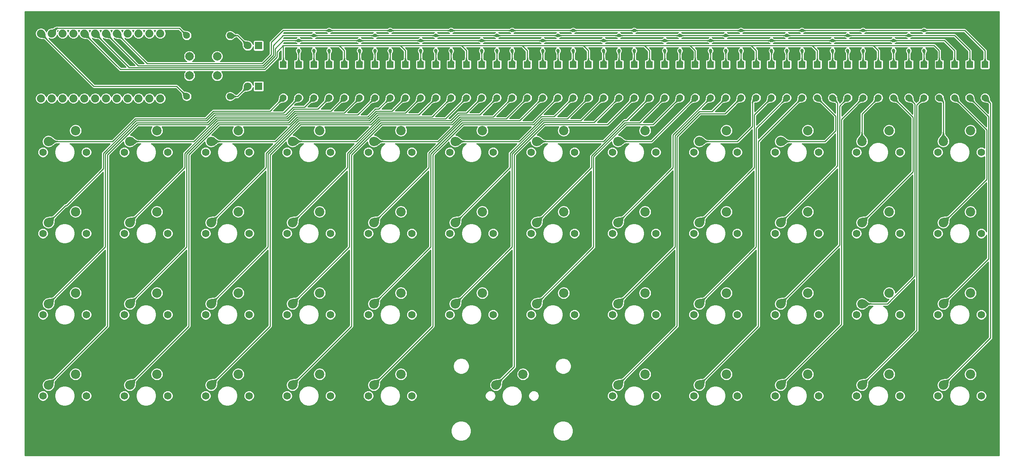
<source format=gbr>
%TF.GenerationSoftware,KiCad,Pcbnew,(5.1.12)-1*%
%TF.CreationDate,2022-01-30T22:31:32-08:00*%
%TF.ProjectId,ortho40,6f727468-6f34-4302-9e6b-696361645f70,rev?*%
%TF.SameCoordinates,Original*%
%TF.FileFunction,Copper,L1,Top*%
%TF.FilePolarity,Positive*%
%FSLAX46Y46*%
G04 Gerber Fmt 4.6, Leading zero omitted, Abs format (unit mm)*
G04 Created by KiCad (PCBNEW (5.1.12)-1) date 2022-01-30 22:31:32*
%MOMM*%
%LPD*%
G01*
G04 APERTURE LIST*
%TA.AperFunction,ComponentPad*%
%ADD10C,2.200000*%
%TD*%
%TA.AperFunction,WasherPad*%
%ADD11C,1.750000*%
%TD*%
%TA.AperFunction,ComponentPad*%
%ADD12C,2.000000*%
%TD*%
%TA.AperFunction,ComponentPad*%
%ADD13C,1.879600*%
%TD*%
%TA.AperFunction,ComponentPad*%
%ADD14O,1.600000X1.600000*%
%TD*%
%TA.AperFunction,ComponentPad*%
%ADD15C,1.600000*%
%TD*%
%TA.AperFunction,ComponentPad*%
%ADD16C,1.800000*%
%TD*%
%TA.AperFunction,ComponentPad*%
%ADD17R,1.800000X1.800000*%
%TD*%
%TA.AperFunction,ComponentPad*%
%ADD18R,1.600000X1.600000*%
%TD*%
%TA.AperFunction,ViaPad*%
%ADD19C,0.800000*%
%TD*%
%TA.AperFunction,Conductor*%
%ADD20C,0.250000*%
%TD*%
%TA.AperFunction,NonConductor*%
%ADD21C,0.254000*%
%TD*%
%TA.AperFunction,NonConductor*%
%ADD22C,0.100000*%
%TD*%
%TA.AperFunction,Conductor*%
%ADD23C,0.025400*%
%TD*%
%TA.AperFunction,Conductor*%
%ADD24C,0.100000*%
%TD*%
G04 APERTURE END LIST*
D10*
%TO.P,K24,1*%
%TO.N,col5*%
X2540000Y-33020160D03*
%TO.P,K24,2*%
%TO.N,Net-(D24-Pad2)*%
X-3810000Y-35560160D03*
%TD*%
D11*
%TO.P,K1,*%
%TO.N,*%
X-99695440Y19050080D03*
X-109855440Y19050080D03*
D10*
%TO.P,K1,2*%
%TO.N,Net-(D1-Pad2)*%
X-108585440Y21590080D03*
%TO.P,K1,1*%
%TO.N,col0*%
X-102235440Y24130080D03*
%TD*%
D11*
%TO.P,K2,*%
%TO.N,*%
X-99695440Y0D03*
X-109855440Y0D03*
D10*
%TO.P,K2,2*%
%TO.N,Net-(D2-Pad2)*%
X-108585440Y2540000D03*
%TO.P,K2,1*%
%TO.N,col0*%
X-102235440Y5080000D03*
%TD*%
D11*
%TO.P,K5,*%
%TO.N,*%
X-80645360Y19050080D03*
X-90805360Y19050080D03*
D10*
%TO.P,K5,2*%
%TO.N,Net-(D5-Pad2)*%
X-89535360Y21590080D03*
%TO.P,K5,1*%
%TO.N,col1*%
X-83185360Y24130080D03*
%TD*%
D11*
%TO.P,K40,*%
%TO.N,*%
X90805360Y19050080D03*
X80645360Y19050080D03*
D10*
%TO.P,K40,2*%
%TO.N,Net-(D40-Pad2)*%
X81915360Y21590080D03*
%TO.P,K40,1*%
%TO.N,col10*%
X88265360Y24130080D03*
%TD*%
D11*
%TO.P,K10,*%
%TO.N,*%
X-61595280Y0D03*
X-71755280Y0D03*
D10*
%TO.P,K10,2*%
%TO.N,Net-(D10-Pad2)*%
X-70485280Y2540000D03*
%TO.P,K10,1*%
%TO.N,col2*%
X-64135280Y5080000D03*
%TD*%
D11*
%TO.P,K47,*%
%TO.N,*%
X109855440Y-38100160D03*
X99695440Y-38100160D03*
D10*
%TO.P,K47,2*%
%TO.N,Net-(D47-Pad2)*%
X100965440Y-35560160D03*
%TO.P,K47,1*%
%TO.N,col11*%
X107315440Y-33020160D03*
%TD*%
D11*
%TO.P,K43,*%
%TO.N,*%
X90805360Y-38100160D03*
X80645360Y-38100160D03*
D10*
%TO.P,K43,2*%
%TO.N,Net-(D43-Pad2)*%
X81915360Y-35560160D03*
%TO.P,K43,1*%
%TO.N,col10*%
X88265360Y-33020160D03*
%TD*%
D11*
%TO.P,K39,*%
%TO.N,*%
X71755280Y-38100160D03*
X61595280Y-38100160D03*
D10*
%TO.P,K39,2*%
%TO.N,Net-(D39-Pad2)*%
X62865280Y-35560160D03*
%TO.P,K39,1*%
%TO.N,col9*%
X69215280Y-33020160D03*
%TD*%
D11*
%TO.P,K35,*%
%TO.N,*%
X52705200Y-38100160D03*
X42545200Y-38100160D03*
D10*
%TO.P,K35,2*%
%TO.N,Net-(D35-Pad2)*%
X43815200Y-35560160D03*
%TO.P,K35,1*%
%TO.N,col8*%
X50165200Y-33020160D03*
%TD*%
D11*
%TO.P,K31,*%
%TO.N,*%
X33655120Y-38100160D03*
X23495120Y-38100160D03*
D10*
%TO.P,K31,2*%
%TO.N,Net-(D31-Pad2)*%
X24765120Y-35560160D03*
%TO.P,K31,1*%
%TO.N,col7*%
X31115120Y-33020160D03*
%TD*%
D11*
%TO.P,K20,*%
%TO.N,*%
X-23495120Y-38100160D03*
X-33655120Y-38100160D03*
D10*
%TO.P,K20,2*%
%TO.N,Net-(D20-Pad2)*%
X-32385120Y-35560160D03*
%TO.P,K20,1*%
%TO.N,col4*%
X-26035120Y-33020160D03*
%TD*%
D11*
%TO.P,K16,*%
%TO.N,*%
X-42545200Y-38100160D03*
X-52705200Y-38100160D03*
D10*
%TO.P,K16,2*%
%TO.N,Net-(D16-Pad2)*%
X-51435200Y-35560160D03*
%TO.P,K16,1*%
%TO.N,col3*%
X-45085200Y-33020160D03*
%TD*%
D11*
%TO.P,K12,*%
%TO.N,*%
X-61595280Y-38100160D03*
X-71755280Y-38100160D03*
D10*
%TO.P,K12,2*%
%TO.N,Net-(D12-Pad2)*%
X-70485280Y-35560160D03*
%TO.P,K12,1*%
%TO.N,col2*%
X-64135280Y-33020160D03*
%TD*%
D11*
%TO.P,K8,*%
%TO.N,*%
X-80645360Y-38100160D03*
X-90805360Y-38100160D03*
D10*
%TO.P,K8,2*%
%TO.N,Net-(D8-Pad2)*%
X-89535360Y-35560160D03*
%TO.P,K8,1*%
%TO.N,col1*%
X-83185360Y-33020160D03*
%TD*%
D11*
%TO.P,K4,*%
%TO.N,*%
X-99695440Y-38100160D03*
X-109855440Y-38100160D03*
D10*
%TO.P,K4,2*%
%TO.N,Net-(D4-Pad2)*%
X-108585440Y-35560160D03*
%TO.P,K4,1*%
%TO.N,col0*%
X-102235440Y-33020160D03*
%TD*%
D11*
%TO.P,K46,*%
%TO.N,*%
X109855440Y-19050080D03*
X99695440Y-19050080D03*
D10*
%TO.P,K46,2*%
%TO.N,Net-(D46-Pad2)*%
X100965440Y-16510080D03*
%TO.P,K46,1*%
%TO.N,col11*%
X107315440Y-13970080D03*
%TD*%
D11*
%TO.P,K42,*%
%TO.N,*%
X90805360Y-19050080D03*
X80645360Y-19050080D03*
D10*
%TO.P,K42,2*%
%TO.N,Net-(D42-Pad2)*%
X81915360Y-16510080D03*
%TO.P,K42,1*%
%TO.N,col10*%
X88265360Y-13970080D03*
%TD*%
D11*
%TO.P,K38,*%
%TO.N,*%
X71755280Y-19050080D03*
X61595280Y-19050080D03*
D10*
%TO.P,K38,2*%
%TO.N,Net-(D38-Pad2)*%
X62865280Y-16510080D03*
%TO.P,K38,1*%
%TO.N,col9*%
X69215280Y-13970080D03*
%TD*%
D11*
%TO.P,K34,*%
%TO.N,*%
X52705200Y-19050080D03*
X42545200Y-19050080D03*
D10*
%TO.P,K34,2*%
%TO.N,Net-(D34-Pad2)*%
X43815200Y-16510080D03*
%TO.P,K34,1*%
%TO.N,col8*%
X50165200Y-13970080D03*
%TD*%
D11*
%TO.P,K30,*%
%TO.N,*%
X33655120Y-19050080D03*
X23495120Y-19050080D03*
D10*
%TO.P,K30,2*%
%TO.N,Net-(D30-Pad2)*%
X24765120Y-16510080D03*
%TO.P,K30,1*%
%TO.N,col7*%
X31115120Y-13970080D03*
%TD*%
D11*
%TO.P,K27,*%
%TO.N,*%
X14605040Y-19050080D03*
X4445040Y-19050080D03*
D10*
%TO.P,K27,2*%
%TO.N,Net-(D27-Pad2)*%
X5715040Y-16510080D03*
%TO.P,K27,1*%
%TO.N,col6*%
X12065040Y-13970080D03*
%TD*%
D11*
%TO.P,K23,*%
%TO.N,*%
X-4445040Y-19050080D03*
X-14605040Y-19050080D03*
D10*
%TO.P,K23,2*%
%TO.N,Net-(D23-Pad2)*%
X-13335040Y-16510080D03*
%TO.P,K23,1*%
%TO.N,col5*%
X-6985040Y-13970080D03*
%TD*%
D11*
%TO.P,K19,*%
%TO.N,*%
X-23495120Y-19050080D03*
X-33655120Y-19050080D03*
D10*
%TO.P,K19,2*%
%TO.N,Net-(D19-Pad2)*%
X-32385120Y-16510080D03*
%TO.P,K19,1*%
%TO.N,col4*%
X-26035120Y-13970080D03*
%TD*%
D11*
%TO.P,K15,*%
%TO.N,*%
X-42545200Y-19050080D03*
X-52705200Y-19050080D03*
D10*
%TO.P,K15,2*%
%TO.N,Net-(D15-Pad2)*%
X-51435200Y-16510080D03*
%TO.P,K15,1*%
%TO.N,col3*%
X-45085200Y-13970080D03*
%TD*%
D11*
%TO.P,K11,*%
%TO.N,*%
X-61595280Y-19050080D03*
X-71755280Y-19050080D03*
D10*
%TO.P,K11,2*%
%TO.N,Net-(D11-Pad2)*%
X-70485280Y-16510080D03*
%TO.P,K11,1*%
%TO.N,col2*%
X-64135280Y-13970080D03*
%TD*%
D11*
%TO.P,K7,*%
%TO.N,*%
X-80645360Y-19050080D03*
X-90805360Y-19050080D03*
D10*
%TO.P,K7,2*%
%TO.N,Net-(D7-Pad2)*%
X-89535360Y-16510080D03*
%TO.P,K7,1*%
%TO.N,col1*%
X-83185360Y-13970080D03*
%TD*%
D11*
%TO.P,K3,*%
%TO.N,*%
X-99695440Y-19050080D03*
X-109855440Y-19050080D03*
D10*
%TO.P,K3,2*%
%TO.N,Net-(D3-Pad2)*%
X-108585440Y-16510080D03*
%TO.P,K3,1*%
%TO.N,col0*%
X-102235440Y-13970080D03*
%TD*%
D11*
%TO.P,K45,*%
%TO.N,*%
X109855440Y0D03*
X99695440Y0D03*
D10*
%TO.P,K45,2*%
%TO.N,Net-(D45-Pad2)*%
X100965440Y2540000D03*
%TO.P,K45,1*%
%TO.N,col11*%
X107315440Y5080000D03*
%TD*%
D11*
%TO.P,K41,*%
%TO.N,*%
X90805360Y0D03*
X80645360Y0D03*
D10*
%TO.P,K41,2*%
%TO.N,Net-(D41-Pad2)*%
X81915360Y2540000D03*
%TO.P,K41,1*%
%TO.N,col10*%
X88265360Y5080000D03*
%TD*%
D11*
%TO.P,K37,*%
%TO.N,*%
X71755280Y0D03*
X61595280Y0D03*
D10*
%TO.P,K37,2*%
%TO.N,Net-(D37-Pad2)*%
X62865280Y2540000D03*
%TO.P,K37,1*%
%TO.N,col9*%
X69215280Y5080000D03*
%TD*%
D11*
%TO.P,K33,*%
%TO.N,*%
X52705200Y0D03*
X42545200Y0D03*
D10*
%TO.P,K33,2*%
%TO.N,Net-(D33-Pad2)*%
X43815200Y2540000D03*
%TO.P,K33,1*%
%TO.N,col8*%
X50165200Y5080000D03*
%TD*%
D11*
%TO.P,K29,*%
%TO.N,*%
X33655120Y0D03*
X23495120Y0D03*
D10*
%TO.P,K29,2*%
%TO.N,Net-(D29-Pad2)*%
X24765120Y2540000D03*
%TO.P,K29,1*%
%TO.N,col7*%
X31115120Y5080000D03*
%TD*%
D11*
%TO.P,K26,*%
%TO.N,*%
X14605040Y0D03*
X4445040Y0D03*
D10*
%TO.P,K26,2*%
%TO.N,Net-(D26-Pad2)*%
X5715040Y2540000D03*
%TO.P,K26,1*%
%TO.N,col6*%
X12065040Y5080000D03*
%TD*%
D11*
%TO.P,K22,*%
%TO.N,*%
X-4445040Y0D03*
X-14605040Y0D03*
D10*
%TO.P,K22,2*%
%TO.N,Net-(D22-Pad2)*%
X-13335040Y2540000D03*
%TO.P,K22,1*%
%TO.N,col5*%
X-6985040Y5080000D03*
%TD*%
D11*
%TO.P,K18,*%
%TO.N,*%
X-23495120Y0D03*
X-33655120Y0D03*
D10*
%TO.P,K18,2*%
%TO.N,Net-(D18-Pad2)*%
X-32385120Y2540000D03*
%TO.P,K18,1*%
%TO.N,col4*%
X-26035120Y5080000D03*
%TD*%
D11*
%TO.P,K14,*%
%TO.N,*%
X-42545200Y0D03*
X-52705200Y0D03*
D10*
%TO.P,K14,2*%
%TO.N,Net-(D14-Pad2)*%
X-51435200Y2540000D03*
%TO.P,K14,1*%
%TO.N,col3*%
X-45085200Y5080000D03*
%TD*%
D11*
%TO.P,K6,*%
%TO.N,*%
X-80645360Y0D03*
X-90805360Y0D03*
D10*
%TO.P,K6,2*%
%TO.N,Net-(D6-Pad2)*%
X-89535360Y2540000D03*
%TO.P,K6,1*%
%TO.N,col1*%
X-83185360Y5080000D03*
%TD*%
D11*
%TO.P,K44,*%
%TO.N,*%
X109855440Y19050080D03*
X99695440Y19050080D03*
D10*
%TO.P,K44,2*%
%TO.N,Net-(D44-Pad2)*%
X100965440Y21590080D03*
%TO.P,K44,1*%
%TO.N,col11*%
X107315440Y24130080D03*
%TD*%
D11*
%TO.P,K36,*%
%TO.N,*%
X71755280Y19050080D03*
X61595280Y19050080D03*
D10*
%TO.P,K36,2*%
%TO.N,Net-(D36-Pad2)*%
X62865280Y21590080D03*
%TO.P,K36,1*%
%TO.N,col9*%
X69215280Y24130080D03*
%TD*%
D11*
%TO.P,K32,*%
%TO.N,*%
X52705200Y19050080D03*
X42545200Y19050080D03*
D10*
%TO.P,K32,2*%
%TO.N,Net-(D32-Pad2)*%
X43815200Y21590080D03*
%TO.P,K32,1*%
%TO.N,col8*%
X50165200Y24130080D03*
%TD*%
D11*
%TO.P,K28,*%
%TO.N,*%
X33655120Y19050080D03*
X23495120Y19050080D03*
D10*
%TO.P,K28,2*%
%TO.N,Net-(D28-Pad2)*%
X24765120Y21590080D03*
%TO.P,K28,1*%
%TO.N,col7*%
X31115120Y24130080D03*
%TD*%
D11*
%TO.P,K25,*%
%TO.N,*%
X14605040Y19050080D03*
X4445040Y19050080D03*
D10*
%TO.P,K25,2*%
%TO.N,Net-(D25-Pad2)*%
X5715040Y21590080D03*
%TO.P,K25,1*%
%TO.N,col6*%
X12065040Y24130080D03*
%TD*%
D11*
%TO.P,K21,*%
%TO.N,*%
X-4445040Y19050080D03*
X-14605040Y19050080D03*
D10*
%TO.P,K21,2*%
%TO.N,Net-(D21-Pad2)*%
X-13335040Y21590080D03*
%TO.P,K21,1*%
%TO.N,col5*%
X-6985040Y24130080D03*
%TD*%
D11*
%TO.P,K17,*%
%TO.N,*%
X-23495120Y19050080D03*
X-33655120Y19050080D03*
D10*
%TO.P,K17,2*%
%TO.N,Net-(D17-Pad2)*%
X-32385120Y21590080D03*
%TO.P,K17,1*%
%TO.N,col4*%
X-26035120Y24130080D03*
%TD*%
D11*
%TO.P,K13,*%
%TO.N,*%
X-42545200Y19050080D03*
X-52705200Y19050080D03*
D10*
%TO.P,K13,2*%
%TO.N,Net-(D13-Pad2)*%
X-51435200Y21590080D03*
%TO.P,K13,1*%
%TO.N,col3*%
X-45085200Y24130080D03*
%TD*%
D11*
%TO.P,K9,*%
%TO.N,*%
X-61595280Y19050080D03*
X-71755280Y19050080D03*
D10*
%TO.P,K9,2*%
%TO.N,Net-(D9-Pad2)*%
X-70485280Y21590080D03*
%TO.P,K9,1*%
%TO.N,col2*%
X-64135280Y24130080D03*
%TD*%
D12*
%TO.P,SW1,2*%
%TO.N,GND*%
X-69056540Y41547900D03*
%TO.P,SW1,1*%
%TO.N,RESET*%
X-69056540Y37047900D03*
%TO.P,SW1,2*%
%TO.N,GND*%
X-75556540Y41547900D03*
%TO.P,SW1,1*%
%TO.N,RESET*%
X-75556540Y37047900D03*
%TD*%
D13*
%TO.P,U1,24*%
%TO.N,Net-(U1-Pad24)*%
X-110331660Y31670790D03*
%TO.P,U1,23*%
%TO.N,GND*%
X-107791660Y31670790D03*
%TO.P,U1,22*%
%TO.N,RESET*%
X-105251660Y31670790D03*
%TO.P,U1,21*%
%TO.N,Net-(U1-Pad21)*%
X-102711660Y31670790D03*
%TO.P,U1,20*%
%TO.N,col4*%
X-100171660Y31670790D03*
%TO.P,U1,19*%
%TO.N,col5*%
X-97631660Y31670790D03*
%TO.P,U1,18*%
%TO.N,col6*%
X-95091660Y31670790D03*
%TO.P,U1,17*%
%TO.N,col7*%
X-92551660Y31670790D03*
%TO.P,U1,16*%
%TO.N,col8*%
X-90011660Y31670790D03*
%TO.P,U1,15*%
%TO.N,col9*%
X-87471660Y31670790D03*
%TO.P,U1,14*%
%TO.N,col10*%
X-84931660Y31670790D03*
%TO.P,U1,13*%
%TO.N,col11*%
X-82391660Y31670790D03*
%TO.P,U1,12*%
%TO.N,col3*%
X-82391660Y46910790D03*
%TO.P,U1,11*%
%TO.N,col2*%
X-84931660Y46910790D03*
%TO.P,U1,10*%
%TO.N,col1*%
X-87471660Y46910790D03*
%TO.P,U1,9*%
%TO.N,col0*%
X-90011660Y46910790D03*
%TO.P,U1,8*%
%TO.N,row3*%
X-92551660Y46910790D03*
%TO.P,U1,7*%
%TO.N,row2*%
X-95091660Y46910790D03*
%TO.P,U1,6*%
%TO.N,row1*%
X-97631660Y46910790D03*
%TO.P,U1,5*%
%TO.N,row0*%
X-100171660Y46910790D03*
%TO.P,U1,4*%
%TO.N,Net-(U1-Pad4)*%
X-102711660Y46910790D03*
%TO.P,U1,3*%
%TO.N,Net-(U1-Pad3)*%
X-105251660Y46910790D03*
%TO.P,U1,2*%
%TO.N,led2*%
X-107791660Y46910790D03*
%TO.P,U1,1*%
%TO.N,led1*%
X-110331660Y46910790D03*
%TD*%
D14*
%TO.P,R1,2*%
%TO.N,Net-(LED1-Pad2)*%
X-66040320Y32147010D03*
D15*
%TO.P,R1,1*%
%TO.N,led1*%
X-76200320Y32147010D03*
%TD*%
D14*
%TO.P,R2,2*%
%TO.N,Net-(LED2-Pad2)*%
X-66040320Y46434570D03*
D15*
%TO.P,R2,1*%
%TO.N,led2*%
X-76200320Y46434570D03*
%TD*%
D16*
%TO.P,LED2,2*%
%TO.N,Net-(LED2-Pad2)*%
X-61912760Y44053310D03*
D17*
%TO.P,LED2,1*%
%TO.N,GND*%
X-59372760Y44053310D03*
%TD*%
D15*
%TO.P,D2,2*%
%TO.N,Net-(D2-Pad2)*%
X-50006460Y31818900D03*
D18*
%TO.P,D2,1*%
%TO.N,row1*%
X-50006460Y39618900D03*
%TD*%
D15*
%TO.P,D1,2*%
%TO.N,Net-(D1-Pad2)*%
X-53578350Y31818900D03*
D18*
%TO.P,D1,1*%
%TO.N,row0*%
X-53578350Y39618900D03*
%TD*%
D15*
%TO.P,D47,2*%
%TO.N,Net-(D47-Pad2)*%
X110728590Y31818900D03*
D18*
%TO.P,D47,1*%
%TO.N,row3*%
X110728590Y39618900D03*
%TD*%
D15*
%TO.P,D43,2*%
%TO.N,Net-(D43-Pad2)*%
X96441030Y31818900D03*
D18*
%TO.P,D43,1*%
%TO.N,row3*%
X96441030Y39618900D03*
%TD*%
D15*
%TO.P,D39,2*%
%TO.N,Net-(D39-Pad2)*%
X82153470Y31818900D03*
D18*
%TO.P,D39,1*%
%TO.N,row3*%
X82153470Y39618900D03*
%TD*%
D15*
%TO.P,D35,2*%
%TO.N,Net-(D35-Pad2)*%
X67865910Y31818900D03*
D18*
%TO.P,D35,1*%
%TO.N,row3*%
X67865910Y39618900D03*
%TD*%
D15*
%TO.P,D31,2*%
%TO.N,Net-(D31-Pad2)*%
X53578350Y31818900D03*
D18*
%TO.P,D31,1*%
%TO.N,row3*%
X53578350Y39618900D03*
%TD*%
D15*
%TO.P,D24,2*%
%TO.N,Net-(D24-Pad2)*%
X28575120Y31818900D03*
D18*
%TO.P,D24,1*%
%TO.N,row3*%
X28575120Y39618900D03*
%TD*%
D15*
%TO.P,D20,2*%
%TO.N,Net-(D20-Pad2)*%
X14287560Y31818900D03*
D18*
%TO.P,D20,1*%
%TO.N,row3*%
X14287560Y39618900D03*
%TD*%
D15*
%TO.P,D16,2*%
%TO.N,Net-(D16-Pad2)*%
X0Y31818900D03*
D18*
%TO.P,D16,1*%
%TO.N,row3*%
X0Y39618900D03*
%TD*%
D15*
%TO.P,D12,2*%
%TO.N,Net-(D12-Pad2)*%
X-14287560Y31818900D03*
D18*
%TO.P,D12,1*%
%TO.N,row3*%
X-14287560Y39618900D03*
%TD*%
D15*
%TO.P,D8,2*%
%TO.N,Net-(D8-Pad2)*%
X-28575120Y31818900D03*
D18*
%TO.P,D8,1*%
%TO.N,row3*%
X-28575120Y39618900D03*
%TD*%
D15*
%TO.P,D4,2*%
%TO.N,Net-(D4-Pad2)*%
X-42862680Y31818900D03*
D18*
%TO.P,D4,1*%
%TO.N,row3*%
X-42862680Y39618900D03*
%TD*%
D15*
%TO.P,D46,2*%
%TO.N,Net-(D46-Pad2)*%
X107156700Y31818900D03*
D18*
%TO.P,D46,1*%
%TO.N,row2*%
X107156700Y39618900D03*
%TD*%
D15*
%TO.P,D42,2*%
%TO.N,Net-(D42-Pad2)*%
X92869140Y31818900D03*
D18*
%TO.P,D42,1*%
%TO.N,row2*%
X92869140Y39618900D03*
%TD*%
D15*
%TO.P,D38,2*%
%TO.N,Net-(D38-Pad2)*%
X78581580Y31818900D03*
D18*
%TO.P,D38,1*%
%TO.N,row2*%
X78581580Y39618900D03*
%TD*%
D15*
%TO.P,D34,2*%
%TO.N,Net-(D34-Pad2)*%
X64294020Y31818900D03*
D18*
%TO.P,D34,1*%
%TO.N,row2*%
X64294020Y39618900D03*
%TD*%
D15*
%TO.P,D30,2*%
%TO.N,Net-(D30-Pad2)*%
X50006460Y31818900D03*
D18*
%TO.P,D30,1*%
%TO.N,row2*%
X50006460Y39618900D03*
%TD*%
D15*
%TO.P,D27,2*%
%TO.N,Net-(D27-Pad2)*%
X39290790Y31818900D03*
D18*
%TO.P,D27,1*%
%TO.N,row2*%
X39290790Y39618900D03*
%TD*%
D15*
%TO.P,D23,2*%
%TO.N,Net-(D23-Pad2)*%
X25003230Y31818900D03*
D18*
%TO.P,D23,1*%
%TO.N,row2*%
X25003230Y39618900D03*
%TD*%
D15*
%TO.P,D19,2*%
%TO.N,Net-(D19-Pad2)*%
X10715670Y31818900D03*
D18*
%TO.P,D19,1*%
%TO.N,row2*%
X10715670Y39618900D03*
%TD*%
D15*
%TO.P,D15,2*%
%TO.N,Net-(D15-Pad2)*%
X-3571890Y31818900D03*
D18*
%TO.P,D15,1*%
%TO.N,row2*%
X-3571890Y39618900D03*
%TD*%
D15*
%TO.P,D11,2*%
%TO.N,Net-(D11-Pad2)*%
X-17859450Y31818900D03*
D18*
%TO.P,D11,1*%
%TO.N,row2*%
X-17859450Y39618900D03*
%TD*%
D15*
%TO.P,D7,2*%
%TO.N,Net-(D7-Pad2)*%
X-32147010Y31818900D03*
D18*
%TO.P,D7,1*%
%TO.N,row2*%
X-32147010Y39618900D03*
%TD*%
D15*
%TO.P,D3,2*%
%TO.N,Net-(D3-Pad2)*%
X-46434570Y31818900D03*
D18*
%TO.P,D3,1*%
%TO.N,row2*%
X-46434570Y39618900D03*
%TD*%
D15*
%TO.P,D45,2*%
%TO.N,Net-(D45-Pad2)*%
X103584810Y31818900D03*
D18*
%TO.P,D45,1*%
%TO.N,row1*%
X103584810Y39618900D03*
%TD*%
D15*
%TO.P,D41,2*%
%TO.N,Net-(D41-Pad2)*%
X89297250Y31818900D03*
D18*
%TO.P,D41,1*%
%TO.N,row1*%
X89297250Y39618900D03*
%TD*%
D15*
%TO.P,D37,2*%
%TO.N,Net-(D37-Pad2)*%
X75009690Y31818900D03*
D18*
%TO.P,D37,1*%
%TO.N,row1*%
X75009690Y39618900D03*
%TD*%
D15*
%TO.P,D33,2*%
%TO.N,Net-(D33-Pad2)*%
X60722130Y31818900D03*
D18*
%TO.P,D33,1*%
%TO.N,row1*%
X60722130Y39618900D03*
%TD*%
D15*
%TO.P,D29,2*%
%TO.N,Net-(D29-Pad2)*%
X46434570Y31818900D03*
D18*
%TO.P,D29,1*%
%TO.N,row1*%
X46434570Y39618900D03*
%TD*%
D15*
%TO.P,D26,2*%
%TO.N,Net-(D26-Pad2)*%
X35718900Y31818900D03*
D18*
%TO.P,D26,1*%
%TO.N,row1*%
X35718900Y39618900D03*
%TD*%
D15*
%TO.P,D22,2*%
%TO.N,Net-(D22-Pad2)*%
X21431340Y31818900D03*
D18*
%TO.P,D22,1*%
%TO.N,row1*%
X21431340Y39618900D03*
%TD*%
D15*
%TO.P,D18,2*%
%TO.N,Net-(D18-Pad2)*%
X7143780Y31818900D03*
D18*
%TO.P,D18,1*%
%TO.N,row1*%
X7143780Y39618900D03*
%TD*%
D15*
%TO.P,D14,2*%
%TO.N,Net-(D14-Pad2)*%
X-7143780Y31818900D03*
D18*
%TO.P,D14,1*%
%TO.N,row1*%
X-7143780Y39618900D03*
%TD*%
D15*
%TO.P,D10,2*%
%TO.N,Net-(D10-Pad2)*%
X-21431340Y31818900D03*
D18*
%TO.P,D10,1*%
%TO.N,row1*%
X-21431340Y39618900D03*
%TD*%
D15*
%TO.P,D6,2*%
%TO.N,Net-(D6-Pad2)*%
X-35718900Y31818900D03*
D18*
%TO.P,D6,1*%
%TO.N,row1*%
X-35718900Y39618900D03*
%TD*%
D15*
%TO.P,D44,2*%
%TO.N,Net-(D44-Pad2)*%
X100012920Y31818900D03*
D18*
%TO.P,D44,1*%
%TO.N,row0*%
X100012920Y39618900D03*
%TD*%
D15*
%TO.P,D40,2*%
%TO.N,Net-(D40-Pad2)*%
X85725360Y31818900D03*
D18*
%TO.P,D40,1*%
%TO.N,row0*%
X85725360Y39618900D03*
%TD*%
D15*
%TO.P,D36,2*%
%TO.N,Net-(D36-Pad2)*%
X71437800Y31818900D03*
D18*
%TO.P,D36,1*%
%TO.N,row0*%
X71437800Y39618900D03*
%TD*%
D15*
%TO.P,D32,2*%
%TO.N,Net-(D32-Pad2)*%
X57150240Y31818900D03*
D18*
%TO.P,D32,1*%
%TO.N,row0*%
X57150240Y39618900D03*
%TD*%
D15*
%TO.P,D28,2*%
%TO.N,Net-(D28-Pad2)*%
X42862680Y31818900D03*
D18*
%TO.P,D28,1*%
%TO.N,row0*%
X42862680Y39618900D03*
%TD*%
D15*
%TO.P,D25,2*%
%TO.N,Net-(D25-Pad2)*%
X32147010Y31818900D03*
D18*
%TO.P,D25,1*%
%TO.N,row0*%
X32147010Y39618900D03*
%TD*%
D15*
%TO.P,D21,2*%
%TO.N,Net-(D21-Pad2)*%
X17859450Y31818900D03*
D18*
%TO.P,D21,1*%
%TO.N,row0*%
X17859450Y39618900D03*
%TD*%
D15*
%TO.P,D17,2*%
%TO.N,Net-(D17-Pad2)*%
X3571890Y31818900D03*
D18*
%TO.P,D17,1*%
%TO.N,row0*%
X3571890Y39618900D03*
%TD*%
D15*
%TO.P,D13,2*%
%TO.N,Net-(D13-Pad2)*%
X-10715670Y31818900D03*
D18*
%TO.P,D13,1*%
%TO.N,row0*%
X-10715670Y39618900D03*
%TD*%
D15*
%TO.P,D9,2*%
%TO.N,Net-(D9-Pad2)*%
X-25003230Y31818900D03*
D18*
%TO.P,D9,1*%
%TO.N,row0*%
X-25003230Y39618900D03*
%TD*%
D15*
%TO.P,D5,2*%
%TO.N,Net-(D5-Pad2)*%
X-39290790Y31818900D03*
D18*
%TO.P,D5,1*%
%TO.N,row0*%
X-39290790Y39618900D03*
%TD*%
D16*
%TO.P,LED1,2*%
%TO.N,Net-(LED1-Pad2)*%
X-61912760Y34528270D03*
D17*
%TO.P,LED1,1*%
%TO.N,GND*%
X-59372760Y34528270D03*
%TD*%
D19*
%TO.N,row1*%
X89297250Y42862680D03*
X89297250Y45243940D03*
X75009690Y42862680D03*
X75009690Y45243940D03*
X60722130Y42862680D03*
X60722130Y45243940D03*
X46434570Y42862680D03*
X46434570Y45243940D03*
X35718900Y42862680D03*
X21431340Y42862680D03*
X21431340Y45243940D03*
X7143780Y42862680D03*
X7143780Y45243940D03*
X-7143780Y42862680D03*
X-7143780Y45243940D03*
X-21431340Y42862680D03*
X-21431340Y45243940D03*
X35718900Y45243940D03*
X-35718900Y42862680D03*
X-35718900Y45243940D03*
X-50006460Y42862680D03*
X-50006460Y45243940D03*
%TO.N,row2*%
X92869140Y42862680D03*
X92869140Y46434570D03*
X78581580Y42862680D03*
X78581580Y46434570D03*
X64294020Y42862680D03*
X64294020Y46434570D03*
X50006460Y42862680D03*
X50006460Y46434570D03*
X39290790Y42862680D03*
X25003230Y42862680D03*
X25003230Y46434570D03*
X10715670Y42862680D03*
X10715670Y46434570D03*
X-3571890Y42862680D03*
X-3571890Y46434570D03*
X-17859450Y42862680D03*
X-17859450Y46434570D03*
X39290790Y46434570D03*
X-32147010Y42862680D03*
X-32147010Y46434570D03*
X-46434570Y42862680D03*
X-46434570Y46434570D03*
%TO.N,row3*%
X96441030Y42862680D03*
X96441030Y47625200D03*
X82153470Y42862680D03*
X82153470Y47625200D03*
X67865910Y42862680D03*
X67865910Y47625200D03*
X53578350Y42862680D03*
X53578350Y47625200D03*
X28575120Y42862680D03*
X28575120Y47625200D03*
X14287560Y42862680D03*
X14287560Y47625200D03*
X0Y42862680D03*
X0Y47625200D03*
X-14287560Y42862680D03*
X-14287560Y47625200D03*
X-28575120Y42862680D03*
X-28575120Y47625200D03*
X-42862680Y42862680D03*
X-42862680Y47625200D03*
%TD*%
D20*
%TO.N,Net-(D1-Pad2)*%
X-108585440Y21590080D02*
X-93553592Y21590080D01*
X-93553592Y21590080D02*
X-88238561Y26905111D01*
X-88238561Y26905111D02*
X-71734120Y26905111D01*
X-71734120Y26905111D02*
X-69934081Y28705149D01*
X-56692101Y28705149D02*
X-53578350Y31818900D01*
X-69934081Y28705149D02*
X-56692101Y28705149D01*
%TO.N,row0*%
X97631660Y44053310D02*
X90487880Y44053310D01*
X90487880Y44053310D02*
X85725360Y44053310D01*
X85725360Y39618900D02*
X85725360Y42862680D01*
X85725360Y42862680D02*
X85725360Y42862680D01*
X71437800Y42862680D02*
X70247170Y44053310D01*
X71437800Y39618900D02*
X71437800Y42862680D01*
X57150240Y39618900D02*
X57150240Y42862680D01*
X57150240Y42862680D02*
X55959610Y44053310D01*
X42862680Y39618900D02*
X42862680Y42862680D01*
X42862680Y42862680D02*
X41672050Y44053310D01*
X32147010Y42862680D02*
X30956380Y44053310D01*
X32147010Y39618900D02*
X32147010Y42862680D01*
X70247170Y44053310D02*
X30956380Y44053310D01*
X17859450Y42862680D02*
X16668820Y44053310D01*
X17859450Y39618900D02*
X17859450Y42862680D01*
X30956380Y44053310D02*
X16668820Y44053310D01*
X3571890Y39618900D02*
X3571890Y42862680D01*
X3571890Y42862680D02*
X2381260Y44053310D01*
X16668820Y44053310D02*
X2381260Y44053310D01*
X2381260Y44053310D02*
X-11906300Y44053310D01*
X85725360Y42862680D02*
X84534730Y44053310D01*
X84534730Y44053310D02*
X70247170Y44053310D01*
X85725360Y44053310D02*
X84534730Y44053310D01*
X-92630435Y39369565D02*
X-100171660Y46910790D01*
X-91995369Y38734499D02*
X-92630435Y39369565D01*
X-63015501Y38484499D02*
X-63015499Y38484501D01*
X-91745369Y38484499D02*
X-63015501Y38484499D01*
X-92630435Y39369565D02*
X-91745369Y38484499D01*
X-36909530Y44053310D02*
X-40481420Y44053310D01*
X-26193860Y44053310D02*
X-36909530Y44053310D01*
X-26193860Y44053310D02*
X-11906300Y44053310D01*
X100012920Y39618900D02*
X100012920Y42862680D01*
X98822290Y44053310D02*
X97631660Y44053310D01*
X100012920Y42862680D02*
X98822290Y44053310D01*
X-10715670Y39618900D02*
X-10715670Y42862680D01*
X-10715670Y42862680D02*
X-11906300Y44053310D01*
X-25003230Y39618900D02*
X-25003230Y42862680D01*
X-25003230Y42862680D02*
X-26193860Y44053310D01*
X-39290790Y39618900D02*
X-39290790Y42862680D01*
X-39290790Y42862680D02*
X-40481420Y44053310D01*
X-63015501Y38484499D02*
X-57956531Y38484499D01*
X-57956531Y38484499D02*
X-57956531Y38484501D01*
X-55205515Y41235515D02*
X-57956531Y38484499D01*
X-55037970Y41403060D02*
X-55205515Y41235515D01*
X-53578350Y39618900D02*
X-53578350Y42862680D01*
X-53578350Y42862680D02*
X-53578350Y44053310D01*
X-40481420Y44053310D02*
X-53578350Y44053310D01*
X-53578350Y44053310D02*
X-55037970Y42593690D01*
X-55037970Y42593690D02*
X-55037970Y41403060D01*
%TO.N,Net-(D2-Pad2)*%
X-71547721Y26455101D02*
X-69747681Y28255139D01*
X-88052161Y26455101D02*
X-71547721Y26455101D01*
X-95700410Y15170590D02*
X-95700409Y18806853D01*
X-95700409Y18806853D02*
X-88052161Y26455101D01*
X-104365999Y6505001D02*
X-95700410Y15170590D01*
X-104620439Y6505001D02*
X-104365999Y6505001D01*
X-108585440Y2540000D02*
X-104620439Y6505001D01*
X-50006460Y31818900D02*
X-53570221Y28255139D01*
X-53570221Y28255139D02*
X-53970099Y28255139D01*
X-69747681Y28255139D02*
X-53970099Y28255139D01*
%TO.N,Net-(D3-Pad2)*%
X-95250400Y-3175040D02*
X-108585440Y-16510080D01*
X-87865762Y26005090D02*
X-95250400Y18620452D01*
X-95250400Y18620452D02*
X-95250400Y-3175040D01*
X-71361321Y26005091D02*
X-87865762Y26005090D01*
X-69561282Y27805130D02*
X-71361321Y26005091D01*
X-53056843Y27805129D02*
X-69561282Y27805130D01*
X-48648302Y29605168D02*
X-51256804Y29605168D01*
X-46434570Y31818900D02*
X-48648302Y29605168D01*
X-51256804Y29605168D02*
X-53056843Y27805129D01*
%TO.N,Net-(D4-Pad2)*%
X-51070403Y29155159D02*
X-45526421Y29155159D01*
X-69374882Y27355120D02*
X-52870441Y27355121D01*
X-71174921Y25555081D02*
X-69374882Y27355120D01*
X-87679361Y25555081D02*
X-71174921Y25555081D01*
X-45526421Y29155159D02*
X-42862680Y31818900D01*
X-94800390Y18434052D02*
X-87679361Y25555081D01*
X-94800390Y-21775110D02*
X-94800390Y18434052D01*
X-108585440Y-35560160D02*
X-94800390Y-21775110D01*
X-52870441Y27355121D02*
X-51070403Y29155159D01*
%TO.N,Net-(D5-Pad2)*%
X-42404541Y28705149D02*
X-39290790Y31818900D01*
X-50884003Y28705149D02*
X-42404541Y28705149D01*
X-69188481Y26905111D02*
X-52684041Y26905111D01*
X-74503512Y21590080D02*
X-69188481Y26905111D01*
X-89535360Y21590080D02*
X-74503512Y21590080D01*
X-52684041Y26905111D02*
X-50884003Y28705149D01*
%TO.N,Net-(D6-Pad2)*%
X-39282661Y28255139D02*
X-35718900Y31818900D01*
X-50697603Y28255139D02*
X-39282661Y28255139D01*
X-69002081Y26455101D02*
X-52497641Y26455101D01*
X-76650329Y18806853D02*
X-69002081Y26455101D01*
X-76650330Y15425030D02*
X-76650329Y18806853D01*
X-89535360Y2540000D02*
X-76650330Y15425030D01*
X-52497641Y26455101D02*
X-50697603Y28255139D01*
%TO.N,Net-(D7-Pad2)*%
X-76200320Y-2615880D02*
X-76200320Y-2381260D01*
X-76200320Y-3175040D02*
X-76200320Y-2615880D01*
X-67889691Y26005091D02*
X-68815682Y26005090D01*
X-52311241Y26005091D02*
X-67889691Y26005091D01*
X-68815682Y26005090D02*
X-76200320Y18620452D01*
X-76200320Y-3175040D02*
X-76479540Y-3454260D01*
X-76200320Y18620452D02*
X-76200320Y-3175040D01*
X-89535360Y-16510080D02*
X-76479540Y-3454260D01*
X-36160781Y27805129D02*
X-32147010Y31818900D01*
X-50511203Y27805129D02*
X-36160781Y27805129D01*
X-50511203Y27805129D02*
X-52311241Y26005091D01*
%TO.N,Net-(D8-Pad2)*%
X-31238862Y29155158D02*
X-28575120Y31818900D01*
X-32020322Y29155158D02*
X-31238862Y29155158D01*
X-50324802Y27355120D02*
X-33820359Y27355121D01*
X-52124841Y25555081D02*
X-50324802Y27355120D01*
X-75750310Y18434052D02*
X-68629281Y25555081D01*
X-68629281Y25555081D02*
X-52124841Y25555081D01*
X-75750310Y-21775110D02*
X-75750310Y18434052D01*
X-33820359Y27355121D02*
X-32020322Y29155158D01*
X-89535360Y-35560160D02*
X-75750310Y-21775110D01*
%TO.N,Net-(D9-Pad2)*%
X-33633960Y26905111D02*
X-31833921Y28705149D01*
X-50138401Y26905111D02*
X-33633960Y26905111D01*
X-55453432Y21590080D02*
X-50138401Y26905111D01*
X-70485280Y21590080D02*
X-55453432Y21590080D01*
X-28116981Y28705149D02*
X-25003230Y31818900D01*
X-31833921Y28705149D02*
X-28116981Y28705149D01*
%TO.N,Net-(D10-Pad2)*%
X-49952001Y26455101D02*
X-33447560Y26455101D01*
X-33447560Y26455101D02*
X-31647521Y28255139D01*
X-70485280Y2540000D02*
X-57600250Y15425030D01*
X-57600250Y18806852D02*
X-56161351Y20245751D01*
X-57600250Y15425030D02*
X-57600250Y18806852D01*
X-56161351Y20245751D02*
X-49952001Y26455101D01*
X-56500618Y19906484D02*
X-56161351Y20245751D01*
X-24995101Y28255139D02*
X-21431340Y31818900D01*
X-31647521Y28255139D02*
X-24995101Y28255139D01*
%TO.N,Net-(D11-Pad2)*%
X-33261161Y26005091D02*
X-31461121Y27805129D01*
X-49765601Y26005091D02*
X-33261161Y26005091D01*
X-70485280Y-16510080D02*
X-57150240Y-3175040D01*
X-57150240Y18620452D02*
X-55004946Y20765746D01*
X-57150240Y-3175040D02*
X-57150240Y18620452D01*
X-55004946Y20765746D02*
X-49765601Y26005091D01*
X-56050609Y19720083D02*
X-55004946Y20765746D01*
X-21873221Y27805129D02*
X-17859450Y31818900D01*
X-31461121Y27805129D02*
X-21873221Y27805129D01*
%TO.N,Net-(D12-Pad2)*%
X-56700230Y-21775110D02*
X-70485280Y-35560160D01*
X-56700230Y18432970D02*
X-56700230Y-21775110D01*
X-55600600Y19532600D02*
X-56700230Y18432970D01*
X-49579201Y25555081D02*
X-55600600Y19533682D01*
X-33074761Y25555081D02*
X-49579201Y25555081D01*
X-31274722Y27355120D02*
X-33074761Y25555081D01*
X-55600600Y19533682D02*
X-55600600Y19532600D01*
X-18751340Y27355120D02*
X-14287560Y31818900D01*
X-31274722Y27355120D02*
X-18751340Y27355120D01*
%TO.N,Net-(D13-Pad2)*%
X-51435200Y21590080D02*
X-36403352Y21590080D01*
X-36403352Y21590080D02*
X-31088321Y26905111D01*
X-10860721Y31818900D02*
X-10715670Y31818900D01*
X-15629459Y26905111D02*
X-10715670Y31818900D01*
X-31088321Y26905111D02*
X-15629459Y26905111D01*
%TO.N,row1*%
X100012920Y45243940D02*
X89297250Y45243940D01*
X89297250Y39618900D02*
X89297250Y42862680D01*
X89297250Y42862680D02*
X89297250Y42862680D01*
X89297250Y45243940D02*
X85725360Y45243940D01*
X85725360Y45243940D02*
X75009690Y45243940D01*
X-23812600Y45243940D02*
X-35718900Y45243940D01*
X75009690Y39618900D02*
X75009690Y42862680D01*
X60722130Y39618900D02*
X60722130Y42862680D01*
X46434570Y39618900D02*
X46434570Y42862680D01*
X35718900Y39618900D02*
X35718900Y42862680D01*
X21431340Y39618900D02*
X21431340Y42862680D01*
X7143780Y39618900D02*
X7143780Y42862680D01*
X-7143780Y39618900D02*
X-7143780Y42862680D01*
X-21431340Y39618900D02*
X-21431340Y42862680D01*
X-35718900Y39618900D02*
X-35718900Y42862680D01*
X-50006460Y39618900D02*
X-50006460Y42862680D01*
X75009690Y42862680D02*
X75009690Y42862680D01*
X75009690Y45243940D02*
X60722130Y45243940D01*
X60722130Y42862680D02*
X60722130Y42862680D01*
X60722130Y45243940D02*
X46434570Y45243940D01*
X46434570Y42862680D02*
X46434570Y42862680D01*
X46434570Y45243940D02*
X35718900Y45243940D01*
X35718900Y42862680D02*
X35718900Y42862680D01*
X21431340Y42862680D02*
X21431340Y42862680D01*
X21431340Y45243940D02*
X7143780Y45243940D01*
X7143780Y42862680D02*
X7143780Y42862680D01*
X7143780Y45243940D02*
X-7143780Y45243940D01*
X-7143780Y42862680D02*
X-7143780Y42862680D01*
X-7143780Y45243940D02*
X-21431340Y45243940D01*
X-21431340Y42862680D02*
X-21431340Y42862680D01*
X-21431340Y45243940D02*
X-23812600Y45243940D01*
X35718900Y45243940D02*
X21431340Y45243940D01*
X-35718900Y42862680D02*
X-35718900Y42862680D01*
X-35718900Y45243940D02*
X-50006460Y45243940D01*
X-50006460Y42862680D02*
X-50006460Y42862680D01*
X-90235435Y39514565D02*
X-97631660Y46910790D01*
X-89905379Y39184509D02*
X-90235435Y39514565D01*
X103584810Y39618900D02*
X103584810Y42862680D01*
X103584810Y42862680D02*
X101203550Y45243940D01*
X101203550Y45243940D02*
X100012920Y45243940D01*
X-51833500Y45243940D02*
X-50006460Y45243940D01*
X-58142930Y38934510D02*
X-55487980Y41589460D01*
X-89655379Y38934509D02*
X-58142930Y38934510D01*
X-90235435Y39514565D02*
X-89655379Y38934509D01*
X-51833500Y45243940D02*
X-53578350Y45243940D01*
X-55487980Y43334310D02*
X-53578350Y45243940D01*
X-55487980Y41589460D02*
X-55487980Y43334310D01*
%TO.N,Net-(D14-Pad2)*%
X-38550170Y15425030D02*
X-51435200Y2540000D01*
X-30901921Y26455101D02*
X-38550170Y18806852D01*
X-14397480Y26455101D02*
X-30901921Y26455101D01*
X-38550170Y18806852D02*
X-38550170Y15425030D01*
X-12597441Y28255139D02*
X-14397480Y26455101D01*
X-10707541Y28255139D02*
X-7143780Y31818900D01*
X-12597441Y28255139D02*
X-10707541Y28255139D01*
%TO.N,Net-(D15-Pad2)*%
X-30715521Y26005091D02*
X-14211081Y26005091D01*
X-38100160Y18620452D02*
X-30715521Y26005091D01*
X-14211081Y26005091D02*
X-12411041Y27805129D01*
X-38100160Y-3175040D02*
X-38100160Y18620452D01*
X-51435200Y-16510080D02*
X-38100160Y-3175040D01*
X-7585661Y27805129D02*
X-3571890Y31818900D01*
X-12411041Y27805129D02*
X-7585661Y27805129D01*
%TO.N,Net-(D16-Pad2)*%
X-37650150Y-21775110D02*
X-51435200Y-35560160D01*
X-37650150Y18434052D02*
X-37650150Y-21775110D01*
X-30529121Y25555081D02*
X-37650150Y18434052D01*
X-14024681Y25555081D02*
X-30529121Y25555081D01*
X-12224642Y27355120D02*
X-14024681Y25555081D01*
X-4463780Y27355120D02*
X0Y31818900D01*
X-12224642Y27355120D02*
X-4463780Y27355120D01*
%TO.N,Net-(D17-Pad2)*%
X-32385120Y21590080D02*
X-17353272Y21590080D01*
X-17353272Y21590080D02*
X-12038241Y26905111D01*
X-1341899Y26905111D02*
X3571890Y31818900D01*
X-12038241Y26905111D02*
X-1341899Y26905111D01*
%TO.N,Net-(D18-Pad2)*%
X-32385120Y2540000D02*
X-19500090Y15425030D01*
X-17781410Y20525532D02*
X-11851841Y26455101D01*
X-17796278Y20525532D02*
X-17781410Y20525532D01*
X-19500090Y18821720D02*
X-17796278Y20525532D01*
X-19500090Y15425030D02*
X-19500090Y18821720D01*
X1779981Y26455101D02*
X7143780Y31818900D01*
X-11851841Y26455101D02*
X1779981Y26455101D01*
%TO.N,Net-(D19-Pad2)*%
X-17595009Y20075523D02*
X-11665441Y26005091D01*
X-17609877Y20075523D02*
X-17595009Y20075523D01*
X-19050080Y18635320D02*
X-17609877Y20075523D01*
X-19050080Y-3175040D02*
X-19050080Y18635320D01*
X-32385120Y-16510080D02*
X-19050080Y-3175040D01*
X10652808Y31818900D02*
X10715670Y31818900D01*
X4838999Y26005091D02*
X10652808Y31818900D01*
X-11665441Y26005091D02*
X4838999Y26005091D01*
%TO.N,Net-(D20-Pad2)*%
X-17408608Y19625514D02*
X-11479041Y25555081D01*
X-17423476Y19625514D02*
X-17408608Y19625514D01*
X-18600070Y18448920D02*
X-17423476Y19625514D01*
X-18600070Y-21775110D02*
X-18600070Y18448920D01*
X-32385120Y-35560160D02*
X-18600070Y-21775110D01*
X14287560Y31818900D02*
X9836339Y27367679D01*
X9836339Y27367679D02*
X6837996Y27367678D01*
X5025399Y25555081D02*
X-11479041Y25555081D01*
X6837996Y27367678D02*
X5025399Y25555081D01*
%TO.N,Net-(D21-Pad2)*%
X-13335040Y21590080D02*
X1696808Y21590080D01*
X12958219Y26917669D02*
X17859450Y31818900D01*
X7024397Y26917669D02*
X12958219Y26917669D01*
X1696808Y21590080D02*
X7024397Y26917669D01*
%TO.N,Net-(D22-Pad2)*%
X-450010Y15425030D02*
X-450010Y18806852D01*
X-13335040Y2540000D02*
X-450010Y15425030D01*
X16080100Y26467660D02*
X21431340Y31818900D01*
X7210798Y26467660D02*
X16080100Y26467660D01*
X-450010Y18806852D02*
X7210798Y26467660D01*
%TO.N,Net-(D23-Pad2)*%
X-13335040Y-16510080D02*
X0Y-3175040D01*
X0Y-3175040D02*
X0Y18620452D01*
X19201980Y26017650D02*
X25003230Y31818900D01*
X7397198Y26017650D02*
X19201980Y26017650D01*
X0Y18620452D02*
X7397198Y26017650D01*
%TO.N,Net-(D24-Pad2)*%
X22298742Y25567640D02*
X22311301Y25555081D01*
X22311301Y25555081D02*
X28575120Y31818900D01*
X7583598Y25567640D02*
X22298742Y25567640D01*
X450010Y18434052D02*
X7583598Y25567640D01*
X450010Y-31300150D02*
X450010Y18434052D01*
X-3810000Y-35560160D02*
X450010Y-31300150D01*
%TO.N,Net-(D25-Pad2)*%
X5715040Y21590080D02*
X21383298Y21590080D01*
X26783211Y26455101D02*
X32147010Y31818900D01*
X26248319Y26455101D02*
X26783211Y26455101D01*
X21383298Y21590080D02*
X26248319Y26455101D01*
%TO.N,row2*%
X92869140Y39618900D02*
X92869140Y42862680D01*
X98822290Y46434570D02*
X92869140Y46434570D01*
X92869140Y42862680D02*
X92869140Y42862680D01*
X92869140Y46434570D02*
X85725360Y46434570D01*
X85725360Y46434570D02*
X78581580Y46434570D01*
X78581580Y39618900D02*
X78581580Y42862680D01*
X64294020Y39618900D02*
X64294020Y42862680D01*
X50006460Y39618900D02*
X50006460Y42862680D01*
X39290790Y39618900D02*
X39290790Y41672050D01*
X39290790Y41672050D02*
X39290790Y42862680D01*
X25003230Y39618900D02*
X25003230Y42862680D01*
X10715670Y39618900D02*
X10715670Y42862680D01*
X-3571890Y39618900D02*
X-3571890Y42862680D01*
X-17859450Y39618900D02*
X-17859450Y42862680D01*
X-32147010Y39618900D02*
X-32147010Y42862680D01*
X-46434570Y39618900D02*
X-46434570Y42862680D01*
X78581580Y42862680D02*
X78581580Y42862680D01*
X78581580Y46434570D02*
X64294020Y46434570D01*
X64294020Y42862680D02*
X64294020Y42862680D01*
X64294020Y46434570D02*
X50006460Y46434570D01*
X50006460Y42862680D02*
X50006460Y42862680D01*
X50006460Y46434570D02*
X39290790Y46434570D01*
X39290790Y42862680D02*
X39290790Y42862680D01*
X35718900Y46434570D02*
X25003230Y46434570D01*
X25003230Y42862680D02*
X25003230Y42862680D01*
X25003230Y46434570D02*
X10715670Y46434570D01*
X10715670Y42862680D02*
X10715670Y42862680D01*
X10715670Y46434570D02*
X-3571890Y46434570D01*
X-3571890Y42862680D02*
X-3571890Y42862680D01*
X-3571890Y46434570D02*
X-17859450Y46434570D01*
X-17859450Y42862680D02*
X-17859450Y42862680D01*
X-17859450Y46434570D02*
X-32147010Y46434570D01*
X39290790Y46434570D02*
X35718900Y46434570D01*
X-32147010Y42862680D02*
X-32147010Y42862680D01*
X-32147010Y46434570D02*
X-46434570Y46434570D01*
X-46434570Y42862680D02*
X-46434570Y42862680D01*
X107156700Y39618900D02*
X107156700Y42862680D01*
X103584810Y46434570D02*
X98822290Y46434570D01*
X107156700Y42862680D02*
X103584810Y46434570D01*
X-87565389Y39384519D02*
X-58329331Y39384519D01*
X-58329331Y39384519D02*
X-55937990Y41775860D01*
X-95091660Y46910790D02*
X-87565389Y39384519D01*
X-46434570Y46434570D02*
X-53578350Y46434570D01*
X-55937990Y44074930D02*
X-53578350Y46434570D01*
X-55937990Y41775860D02*
X-55937990Y44074930D01*
%TO.N,Net-(D26-Pad2)*%
X18600070Y18170442D02*
X26434719Y26005091D01*
X18600070Y15425030D02*
X18600070Y18170442D01*
X5715040Y2540000D02*
X18600070Y15425030D01*
X29905091Y26005091D02*
X35718900Y31818900D01*
X26434719Y26005091D02*
X29905091Y26005091D01*
%TO.N,Net-(D27-Pad2)*%
X15024160Y-7200960D02*
X15113000Y-7112120D01*
X19050080Y17984042D02*
X26621119Y25555081D01*
X19050080Y-3175040D02*
X19050080Y17984042D01*
X5715040Y-16510080D02*
X19050080Y-3175040D01*
X33026971Y25555081D02*
X39290790Y31818900D01*
X26621119Y25555081D02*
X33026971Y25555081D01*
%TO.N,Net-(D28-Pad2)*%
X32633860Y21590080D02*
X24765120Y21590080D01*
X42862680Y31818900D02*
X32633860Y21590080D01*
%TO.N,Net-(D29-Pad2)*%
X24765120Y2540000D02*
X37693600Y15468480D01*
X37693600Y23077930D02*
X46434570Y31818900D01*
X37693600Y15468480D02*
X37693600Y23077930D01*
%TO.N,Net-(D30-Pad2)*%
X24765120Y-16510080D02*
X38143610Y-3131590D01*
X38143610Y-3131590D02*
X38143610Y22891530D01*
X38143610Y22891530D02*
X43826120Y28574040D01*
X46761600Y28574040D02*
X50006460Y31818900D01*
X43826120Y28574040D02*
X46761600Y28574040D01*
%TO.N,Net-(D31-Pad2)*%
X49883480Y28124030D02*
X53578350Y31818900D01*
X44012520Y28124030D02*
X49883480Y28124030D01*
X38593620Y22705130D02*
X44012520Y28124030D01*
X38593620Y-21731660D02*
X38593620Y22705130D01*
X24765120Y-35560160D02*
X38593620Y-21731660D01*
%TO.N,Net-(D32-Pad2)*%
X56250220Y30918880D02*
X57150240Y31818900D01*
X56250220Y25095200D02*
X56250220Y30918880D01*
X52745100Y21590080D02*
X56250220Y25095200D01*
X43815200Y21590080D02*
X52745100Y21590080D01*
%TO.N,Net-(D33-Pad2)*%
X56700230Y27797000D02*
X60722130Y31818900D01*
X56700230Y15425030D02*
X56700230Y27797000D01*
X43815200Y2540000D02*
X56700230Y15425030D01*
%TO.N,Net-(D34-Pad2)*%
X57150240Y24675120D02*
X64294020Y31818900D01*
X57150240Y-3175040D02*
X57150240Y24675120D01*
X43815200Y-16510080D02*
X57150240Y-3175040D01*
%TO.N,Net-(D35-Pad2)*%
X57600250Y21553240D02*
X67865910Y31818900D01*
X57600250Y-21775110D02*
X57600250Y21553240D01*
X43815200Y-35560160D02*
X57600250Y-21775110D01*
%TO.N,Net-(D36-Pad2)*%
X62865280Y21590080D02*
X73235790Y21590080D01*
X73235790Y21590080D02*
X75750310Y24104600D01*
X75750310Y27506390D02*
X71437800Y31818900D01*
X75750310Y24104600D02*
X75750310Y27506390D01*
%TO.N,Net-(D37-Pad2)*%
X76200320Y15875040D02*
X73939540Y13614260D01*
X73939540Y13614260D02*
X74447400Y14122120D01*
X62865280Y2540000D02*
X73939540Y13614260D01*
X76200320Y30628270D02*
X75009690Y31818900D01*
X76200320Y15875040D02*
X76200320Y30628270D01*
%TO.N,row3*%
X96441030Y47625200D02*
X82153470Y47625200D01*
X96441030Y39618900D02*
X96441030Y42862680D01*
X96441030Y42862680D02*
X96441030Y42862680D01*
X96441030Y47625200D02*
X96441030Y47625200D01*
X82153470Y47625200D02*
X80962840Y47625200D01*
X80962840Y47625200D02*
X67865910Y47625200D01*
X82153470Y39618900D02*
X82153470Y42862680D01*
X67865910Y39618900D02*
X67865910Y42862680D01*
X53578350Y39618900D02*
X53578350Y42862680D01*
X28575120Y39618900D02*
X28575120Y42862680D01*
X14287560Y39618900D02*
X14287560Y42862680D01*
X0Y39618900D02*
X0Y42862680D01*
X-14287560Y39618900D02*
X-14287560Y41672050D01*
X-14287560Y41672050D02*
X-14287560Y42862680D01*
X-28575120Y39618900D02*
X-28575120Y42862680D01*
X-42862680Y39618900D02*
X-42862680Y42862680D01*
X82153470Y42862680D02*
X82153470Y42862680D01*
X82153470Y47625200D02*
X82153470Y47625200D01*
X67865910Y42862680D02*
X67865910Y42862680D01*
X67865910Y47625200D02*
X53578350Y47625200D01*
X53578350Y42862680D02*
X53578350Y42862680D01*
X53578350Y47625200D02*
X39290790Y47625200D01*
X39290790Y47625200D02*
X28575120Y47625200D01*
X28575120Y42862680D02*
X28575120Y42862680D01*
X28575120Y47625200D02*
X14287560Y47625200D01*
X14287560Y42862680D02*
X14287560Y42862680D01*
X14287560Y47625200D02*
X0Y47625200D01*
X0Y42862680D02*
X0Y42862680D01*
X0Y47625200D02*
X-14287560Y47625200D01*
X-14287560Y42862680D02*
X-14287560Y42862680D01*
X-14287560Y47625200D02*
X-28575120Y47625200D01*
X-28575120Y42862680D02*
X-28575120Y42862680D01*
X-28575120Y47625200D02*
X-42862680Y47625200D01*
X-42862680Y42862680D02*
X-42862680Y42862680D01*
X-85725399Y40084529D02*
X-92551660Y46910790D01*
X110728590Y39618900D02*
X110728590Y42862680D01*
X110728590Y42862680D02*
X105966070Y47625200D01*
X105966070Y47625200D02*
X96441030Y47625200D01*
X-53578350Y47625200D02*
X-42862680Y47625200D01*
X-56388000Y44815550D02*
X-53578350Y47625200D01*
X-56388000Y41962260D02*
X-56388000Y44815550D01*
X-58515731Y39834529D02*
X-56388000Y41962260D01*
X-85475399Y39834529D02*
X-58515731Y39834529D01*
X-92551660Y46910790D02*
X-85475399Y39834529D01*
%TO.N,Net-(D38-Pad2)*%
X76650330Y29887650D02*
X78581580Y31818900D01*
X76650330Y-2725030D02*
X76650330Y29887650D01*
X62865280Y-16510080D02*
X76650330Y-2725030D01*
%TO.N,Net-(D39-Pad2)*%
X77100340Y26765770D02*
X82153470Y31818900D01*
X77100340Y-21325100D02*
X77100340Y26765770D01*
X62865280Y-35560160D02*
X77100340Y-21325100D01*
%TO.N,Net-(D40-Pad2)*%
X81915360Y28008900D02*
X85725360Y31818900D01*
X81915360Y21590080D02*
X81915360Y28008900D01*
%TO.N,Net-(D41-Pad2)*%
X81915360Y2540000D02*
X93852999Y14477639D01*
X93852999Y27263151D02*
X89297250Y31818900D01*
X93852999Y14477639D02*
X93852999Y27263151D01*
%TO.N,Net-(D42-Pad2)*%
X93112379Y31575661D02*
X92869140Y31818900D01*
X87834362Y-16510080D02*
X94303009Y-10041433D01*
X81915360Y-16510080D02*
X87834362Y-16510080D01*
X94303009Y30385031D02*
X92869140Y31818900D01*
X94303009Y-10041433D02*
X94303009Y30385031D01*
%TO.N,Net-(D43-Pad2)*%
X94753019Y30130889D02*
X96441030Y31818900D01*
X94753019Y-22722501D02*
X94753019Y30130889D01*
X81915360Y-35560160D02*
X94753019Y-22722501D01*
%TO.N,Net-(D44-Pad2)*%
X99774810Y31580790D02*
X100012920Y31818900D01*
X100965440Y30866380D02*
X100012920Y31818900D01*
X100965440Y21590080D02*
X100965440Y30866380D01*
%TO.N,Net-(D45-Pad2)*%
X111113980Y24289730D02*
X103584810Y31818900D01*
X111113980Y12688540D02*
X111113980Y24289730D01*
X100965440Y2540000D02*
X111113980Y12688540D01*
%TO.N,Net-(D46-Pad2)*%
X100965440Y-16510080D02*
X111563990Y-5911530D01*
X111563990Y27411610D02*
X107156700Y31818900D01*
X111563990Y-5911530D02*
X111563990Y27411610D01*
%TO.N,Net-(D47-Pad2)*%
X100965440Y-35560160D02*
X112014000Y-24511600D01*
X110823370Y31724120D02*
X110728590Y31818900D01*
X112014000Y30533490D02*
X110728590Y31818900D01*
X112014000Y-24511600D02*
X112014000Y30533490D01*
%TO.N,led1*%
X-97949140Y34528270D02*
X-110331660Y46910790D01*
X-78581580Y34528270D02*
X-76200320Y32147010D01*
X-97949140Y34528270D02*
X-78581580Y34528270D01*
%TO.N,led2*%
X-107791660Y46910790D02*
X-106526859Y48175591D01*
X-77941341Y48175591D02*
X-106526859Y48175591D01*
X-76200320Y46434570D02*
X-77941341Y48175591D01*
%TO.N,Net-(LED1-Pad2)*%
X-66040320Y32147010D02*
X-64452760Y32147010D01*
X-64294020Y32147010D02*
X-61912760Y34528270D01*
X-66040320Y32147010D02*
X-64294020Y32147010D01*
%TO.N,Net-(LED2-Pad2)*%
X-64294020Y46434570D02*
X-61912760Y44053310D01*
X-66040320Y46434570D02*
X-64294020Y46434570D01*
%TD*%
D21*
X114069001Y-52069000D02*
X-114069003Y-52069000D01*
X-114069040Y-46091253D01*
X-14312900Y-46091253D01*
X-14312900Y-46559067D01*
X-14221634Y-47017893D01*
X-14042609Y-47450097D01*
X-13782705Y-47839070D01*
X-13451910Y-48169865D01*
X-13062937Y-48429769D01*
X-12630733Y-48608794D01*
X-12171907Y-48700060D01*
X-11704093Y-48700060D01*
X-11245267Y-48608794D01*
X-10813063Y-48429769D01*
X-10424090Y-48169865D01*
X-10093295Y-47839070D01*
X-9833391Y-47450097D01*
X-9654366Y-47017893D01*
X-9563100Y-46559067D01*
X-9563100Y-46091253D01*
X9563100Y-46091253D01*
X9563100Y-46559067D01*
X9654366Y-47017893D01*
X9833391Y-47450097D01*
X10093295Y-47839070D01*
X10424090Y-48169865D01*
X10813063Y-48429769D01*
X11245267Y-48608794D01*
X11704093Y-48700060D01*
X12171907Y-48700060D01*
X12630733Y-48608794D01*
X13062937Y-48429769D01*
X13451910Y-48169865D01*
X13782705Y-47839070D01*
X14042609Y-47450097D01*
X14221634Y-47017893D01*
X14312900Y-46559067D01*
X14312900Y-46091253D01*
X14221634Y-45632427D01*
X14042609Y-45200223D01*
X13782705Y-44811250D01*
X13451910Y-44480455D01*
X13062937Y-44220551D01*
X12630733Y-44041526D01*
X12171907Y-43950260D01*
X11704093Y-43950260D01*
X11245267Y-44041526D01*
X10813063Y-44220551D01*
X10424090Y-44480455D01*
X10093295Y-44811250D01*
X9833391Y-45200223D01*
X9654366Y-45632427D01*
X9563100Y-46091253D01*
X-9563100Y-46091253D01*
X-9654366Y-45632427D01*
X-9833391Y-45200223D01*
X-10093295Y-44811250D01*
X-10424090Y-44480455D01*
X-10813063Y-44220551D01*
X-11245267Y-44041526D01*
X-11704093Y-43950260D01*
X-12171907Y-43950260D01*
X-12630733Y-44041526D01*
X-13062937Y-44220551D01*
X-13451910Y-44480455D01*
X-13782705Y-44811250D01*
X-14042609Y-45200223D01*
X-14221634Y-45632427D01*
X-14312900Y-46091253D01*
X-114069040Y-46091253D01*
X-114069091Y-37976455D01*
X-111111440Y-37976455D01*
X-111111440Y-38223865D01*
X-111063172Y-38466522D01*
X-110968493Y-38695099D01*
X-110831039Y-38900813D01*
X-110656093Y-39075759D01*
X-110450379Y-39213213D01*
X-110221802Y-39307892D01*
X-109979145Y-39356160D01*
X-109731735Y-39356160D01*
X-109489078Y-39307892D01*
X-109260501Y-39213213D01*
X-109054787Y-39075759D01*
X-108879841Y-38900813D01*
X-108742387Y-38695099D01*
X-108647708Y-38466522D01*
X-108599440Y-38223865D01*
X-108599440Y-37976455D01*
X-108621480Y-37865652D01*
X-107156440Y-37865652D01*
X-107156440Y-38334668D01*
X-107064940Y-38794672D01*
X-106885455Y-39227987D01*
X-106624884Y-39617959D01*
X-106293239Y-39949604D01*
X-105903267Y-40210175D01*
X-105469952Y-40389660D01*
X-105009948Y-40481160D01*
X-104540932Y-40481160D01*
X-104080928Y-40389660D01*
X-103647613Y-40210175D01*
X-103257641Y-39949604D01*
X-102925996Y-39617959D01*
X-102665425Y-39227987D01*
X-102485940Y-38794672D01*
X-102394440Y-38334668D01*
X-102394440Y-37976455D01*
X-100951440Y-37976455D01*
X-100951440Y-38223865D01*
X-100903172Y-38466522D01*
X-100808493Y-38695099D01*
X-100671039Y-38900813D01*
X-100496093Y-39075759D01*
X-100290379Y-39213213D01*
X-100061802Y-39307892D01*
X-99819145Y-39356160D01*
X-99571735Y-39356160D01*
X-99329078Y-39307892D01*
X-99100501Y-39213213D01*
X-98894787Y-39075759D01*
X-98719841Y-38900813D01*
X-98582387Y-38695099D01*
X-98487708Y-38466522D01*
X-98439440Y-38223865D01*
X-98439440Y-37976455D01*
X-92061360Y-37976455D01*
X-92061360Y-38223865D01*
X-92013092Y-38466522D01*
X-91918413Y-38695099D01*
X-91780959Y-38900813D01*
X-91606013Y-39075759D01*
X-91400299Y-39213213D01*
X-91171722Y-39307892D01*
X-90929065Y-39356160D01*
X-90681655Y-39356160D01*
X-90438998Y-39307892D01*
X-90210421Y-39213213D01*
X-90004707Y-39075759D01*
X-89829761Y-38900813D01*
X-89692307Y-38695099D01*
X-89597628Y-38466522D01*
X-89549360Y-38223865D01*
X-89549360Y-37976455D01*
X-89571400Y-37865652D01*
X-88106360Y-37865652D01*
X-88106360Y-38334668D01*
X-88014860Y-38794672D01*
X-87835375Y-39227987D01*
X-87574804Y-39617959D01*
X-87243159Y-39949604D01*
X-86853187Y-40210175D01*
X-86419872Y-40389660D01*
X-85959868Y-40481160D01*
X-85490852Y-40481160D01*
X-85030848Y-40389660D01*
X-84597533Y-40210175D01*
X-84207561Y-39949604D01*
X-83875916Y-39617959D01*
X-83615345Y-39227987D01*
X-83435860Y-38794672D01*
X-83344360Y-38334668D01*
X-83344360Y-37976455D01*
X-81901360Y-37976455D01*
X-81901360Y-38223865D01*
X-81853092Y-38466522D01*
X-81758413Y-38695099D01*
X-81620959Y-38900813D01*
X-81446013Y-39075759D01*
X-81240299Y-39213213D01*
X-81011722Y-39307892D01*
X-80769065Y-39356160D01*
X-80521655Y-39356160D01*
X-80278998Y-39307892D01*
X-80050421Y-39213213D01*
X-79844707Y-39075759D01*
X-79669761Y-38900813D01*
X-79532307Y-38695099D01*
X-79437628Y-38466522D01*
X-79389360Y-38223865D01*
X-79389360Y-37976455D01*
X-73011280Y-37976455D01*
X-73011280Y-38223865D01*
X-72963012Y-38466522D01*
X-72868333Y-38695099D01*
X-72730879Y-38900813D01*
X-72555933Y-39075759D01*
X-72350219Y-39213213D01*
X-72121642Y-39307892D01*
X-71878985Y-39356160D01*
X-71631575Y-39356160D01*
X-71388918Y-39307892D01*
X-71160341Y-39213213D01*
X-70954627Y-39075759D01*
X-70779681Y-38900813D01*
X-70642227Y-38695099D01*
X-70547548Y-38466522D01*
X-70499280Y-38223865D01*
X-70499280Y-37976455D01*
X-70521320Y-37865652D01*
X-69056280Y-37865652D01*
X-69056280Y-38334668D01*
X-68964780Y-38794672D01*
X-68785295Y-39227987D01*
X-68524724Y-39617959D01*
X-68193079Y-39949604D01*
X-67803107Y-40210175D01*
X-67369792Y-40389660D01*
X-66909788Y-40481160D01*
X-66440772Y-40481160D01*
X-65980768Y-40389660D01*
X-65547453Y-40210175D01*
X-65157481Y-39949604D01*
X-64825836Y-39617959D01*
X-64565265Y-39227987D01*
X-64385780Y-38794672D01*
X-64294280Y-38334668D01*
X-64294280Y-37976455D01*
X-62851280Y-37976455D01*
X-62851280Y-38223865D01*
X-62803012Y-38466522D01*
X-62708333Y-38695099D01*
X-62570879Y-38900813D01*
X-62395933Y-39075759D01*
X-62190219Y-39213213D01*
X-61961642Y-39307892D01*
X-61718985Y-39356160D01*
X-61471575Y-39356160D01*
X-61228918Y-39307892D01*
X-61000341Y-39213213D01*
X-60794627Y-39075759D01*
X-60619681Y-38900813D01*
X-60482227Y-38695099D01*
X-60387548Y-38466522D01*
X-60339280Y-38223865D01*
X-60339280Y-37976455D01*
X-53961200Y-37976455D01*
X-53961200Y-38223865D01*
X-53912932Y-38466522D01*
X-53818253Y-38695099D01*
X-53680799Y-38900813D01*
X-53505853Y-39075759D01*
X-53300139Y-39213213D01*
X-53071562Y-39307892D01*
X-52828905Y-39356160D01*
X-52581495Y-39356160D01*
X-52338838Y-39307892D01*
X-52110261Y-39213213D01*
X-51904547Y-39075759D01*
X-51729601Y-38900813D01*
X-51592147Y-38695099D01*
X-51497468Y-38466522D01*
X-51449200Y-38223865D01*
X-51449200Y-37976455D01*
X-51471240Y-37865652D01*
X-50006200Y-37865652D01*
X-50006200Y-38334668D01*
X-49914700Y-38794672D01*
X-49735215Y-39227987D01*
X-49474644Y-39617959D01*
X-49142999Y-39949604D01*
X-48753027Y-40210175D01*
X-48319712Y-40389660D01*
X-47859708Y-40481160D01*
X-47390692Y-40481160D01*
X-46930688Y-40389660D01*
X-46497373Y-40210175D01*
X-46107401Y-39949604D01*
X-45775756Y-39617959D01*
X-45515185Y-39227987D01*
X-45335700Y-38794672D01*
X-45244200Y-38334668D01*
X-45244200Y-37976455D01*
X-43801200Y-37976455D01*
X-43801200Y-38223865D01*
X-43752932Y-38466522D01*
X-43658253Y-38695099D01*
X-43520799Y-38900813D01*
X-43345853Y-39075759D01*
X-43140139Y-39213213D01*
X-42911562Y-39307892D01*
X-42668905Y-39356160D01*
X-42421495Y-39356160D01*
X-42178838Y-39307892D01*
X-41950261Y-39213213D01*
X-41744547Y-39075759D01*
X-41569601Y-38900813D01*
X-41432147Y-38695099D01*
X-41337468Y-38466522D01*
X-41289200Y-38223865D01*
X-41289200Y-37976455D01*
X-34911120Y-37976455D01*
X-34911120Y-38223865D01*
X-34862852Y-38466522D01*
X-34768173Y-38695099D01*
X-34630719Y-38900813D01*
X-34455773Y-39075759D01*
X-34250059Y-39213213D01*
X-34021482Y-39307892D01*
X-33778825Y-39356160D01*
X-33531415Y-39356160D01*
X-33288758Y-39307892D01*
X-33060181Y-39213213D01*
X-32854467Y-39075759D01*
X-32679521Y-38900813D01*
X-32542067Y-38695099D01*
X-32447388Y-38466522D01*
X-32399120Y-38223865D01*
X-32399120Y-37976455D01*
X-32421160Y-37865652D01*
X-30956120Y-37865652D01*
X-30956120Y-38334668D01*
X-30864620Y-38794672D01*
X-30685135Y-39227987D01*
X-30424564Y-39617959D01*
X-30092919Y-39949604D01*
X-29702947Y-40210175D01*
X-29269632Y-40389660D01*
X-28809628Y-40481160D01*
X-28340612Y-40481160D01*
X-27880608Y-40389660D01*
X-27447293Y-40210175D01*
X-27057321Y-39949604D01*
X-26725676Y-39617959D01*
X-26465105Y-39227987D01*
X-26285620Y-38794672D01*
X-26194120Y-38334668D01*
X-26194120Y-37976455D01*
X-24751120Y-37976455D01*
X-24751120Y-38223865D01*
X-24702852Y-38466522D01*
X-24608173Y-38695099D01*
X-24470719Y-38900813D01*
X-24295773Y-39075759D01*
X-24090059Y-39213213D01*
X-23861482Y-39307892D01*
X-23618825Y-39356160D01*
X-23371415Y-39356160D01*
X-23128758Y-39307892D01*
X-22900181Y-39213213D01*
X-22694467Y-39075759D01*
X-22519521Y-38900813D01*
X-22382067Y-38695099D01*
X-22287388Y-38466522D01*
X-22239120Y-38223865D01*
X-22239120Y-37976455D01*
X-6336000Y-37976455D01*
X-6336000Y-38223865D01*
X-6287732Y-38466522D01*
X-6193053Y-38695099D01*
X-6055599Y-38900813D01*
X-5880653Y-39075759D01*
X-5674939Y-39213213D01*
X-5446362Y-39307892D01*
X-5203705Y-39356160D01*
X-4956295Y-39356160D01*
X-4713638Y-39307892D01*
X-4485061Y-39213213D01*
X-4279347Y-39075759D01*
X-4104401Y-38900813D01*
X-3966947Y-38695099D01*
X-3872268Y-38466522D01*
X-3824000Y-38223865D01*
X-3824000Y-37976455D01*
X-3846040Y-37865652D01*
X-2381000Y-37865652D01*
X-2381000Y-38334668D01*
X-2289500Y-38794672D01*
X-2110015Y-39227987D01*
X-1849444Y-39617959D01*
X-1517799Y-39949604D01*
X-1127827Y-40210175D01*
X-694512Y-40389660D01*
X-234508Y-40481160D01*
X234508Y-40481160D01*
X694512Y-40389660D01*
X1127827Y-40210175D01*
X1517799Y-39949604D01*
X1849444Y-39617959D01*
X2110015Y-39227987D01*
X2289500Y-38794672D01*
X2381000Y-38334668D01*
X2381000Y-37976455D01*
X3824000Y-37976455D01*
X3824000Y-38223865D01*
X3872268Y-38466522D01*
X3966947Y-38695099D01*
X4104401Y-38900813D01*
X4279347Y-39075759D01*
X4485061Y-39213213D01*
X4713638Y-39307892D01*
X4956295Y-39356160D01*
X5203705Y-39356160D01*
X5446362Y-39307892D01*
X5674939Y-39213213D01*
X5880653Y-39075759D01*
X6055599Y-38900813D01*
X6193053Y-38695099D01*
X6287732Y-38466522D01*
X6336000Y-38223865D01*
X6336000Y-37976455D01*
X22239120Y-37976455D01*
X22239120Y-38223865D01*
X22287388Y-38466522D01*
X22382067Y-38695099D01*
X22519521Y-38900813D01*
X22694467Y-39075759D01*
X22900181Y-39213213D01*
X23128758Y-39307892D01*
X23371415Y-39356160D01*
X23618825Y-39356160D01*
X23861482Y-39307892D01*
X24090059Y-39213213D01*
X24295773Y-39075759D01*
X24470719Y-38900813D01*
X24608173Y-38695099D01*
X24702852Y-38466522D01*
X24751120Y-38223865D01*
X24751120Y-37976455D01*
X24729080Y-37865652D01*
X26194120Y-37865652D01*
X26194120Y-38334668D01*
X26285620Y-38794672D01*
X26465105Y-39227987D01*
X26725676Y-39617959D01*
X27057321Y-39949604D01*
X27447293Y-40210175D01*
X27880608Y-40389660D01*
X28340612Y-40481160D01*
X28809628Y-40481160D01*
X29269632Y-40389660D01*
X29702947Y-40210175D01*
X30092919Y-39949604D01*
X30424564Y-39617959D01*
X30685135Y-39227987D01*
X30864620Y-38794672D01*
X30956120Y-38334668D01*
X30956120Y-37976455D01*
X32399120Y-37976455D01*
X32399120Y-38223865D01*
X32447388Y-38466522D01*
X32542067Y-38695099D01*
X32679521Y-38900813D01*
X32854467Y-39075759D01*
X33060181Y-39213213D01*
X33288758Y-39307892D01*
X33531415Y-39356160D01*
X33778825Y-39356160D01*
X34021482Y-39307892D01*
X34250059Y-39213213D01*
X34455773Y-39075759D01*
X34630719Y-38900813D01*
X34768173Y-38695099D01*
X34862852Y-38466522D01*
X34911120Y-38223865D01*
X34911120Y-37976455D01*
X41289200Y-37976455D01*
X41289200Y-38223865D01*
X41337468Y-38466522D01*
X41432147Y-38695099D01*
X41569601Y-38900813D01*
X41744547Y-39075759D01*
X41950261Y-39213213D01*
X42178838Y-39307892D01*
X42421495Y-39356160D01*
X42668905Y-39356160D01*
X42911562Y-39307892D01*
X43140139Y-39213213D01*
X43345853Y-39075759D01*
X43520799Y-38900813D01*
X43658253Y-38695099D01*
X43752932Y-38466522D01*
X43801200Y-38223865D01*
X43801200Y-37976455D01*
X43779160Y-37865652D01*
X45244200Y-37865652D01*
X45244200Y-38334668D01*
X45335700Y-38794672D01*
X45515185Y-39227987D01*
X45775756Y-39617959D01*
X46107401Y-39949604D01*
X46497373Y-40210175D01*
X46930688Y-40389660D01*
X47390692Y-40481160D01*
X47859708Y-40481160D01*
X48319712Y-40389660D01*
X48753027Y-40210175D01*
X49142999Y-39949604D01*
X49474644Y-39617959D01*
X49735215Y-39227987D01*
X49914700Y-38794672D01*
X50006200Y-38334668D01*
X50006200Y-37976455D01*
X51449200Y-37976455D01*
X51449200Y-38223865D01*
X51497468Y-38466522D01*
X51592147Y-38695099D01*
X51729601Y-38900813D01*
X51904547Y-39075759D01*
X52110261Y-39213213D01*
X52338838Y-39307892D01*
X52581495Y-39356160D01*
X52828905Y-39356160D01*
X53071562Y-39307892D01*
X53300139Y-39213213D01*
X53505853Y-39075759D01*
X53680799Y-38900813D01*
X53818253Y-38695099D01*
X53912932Y-38466522D01*
X53961200Y-38223865D01*
X53961200Y-37976455D01*
X60339280Y-37976455D01*
X60339280Y-38223865D01*
X60387548Y-38466522D01*
X60482227Y-38695099D01*
X60619681Y-38900813D01*
X60794627Y-39075759D01*
X61000341Y-39213213D01*
X61228918Y-39307892D01*
X61471575Y-39356160D01*
X61718985Y-39356160D01*
X61961642Y-39307892D01*
X62190219Y-39213213D01*
X62395933Y-39075759D01*
X62570879Y-38900813D01*
X62708333Y-38695099D01*
X62803012Y-38466522D01*
X62851280Y-38223865D01*
X62851280Y-37976455D01*
X62829240Y-37865652D01*
X64294280Y-37865652D01*
X64294280Y-38334668D01*
X64385780Y-38794672D01*
X64565265Y-39227987D01*
X64825836Y-39617959D01*
X65157481Y-39949604D01*
X65547453Y-40210175D01*
X65980768Y-40389660D01*
X66440772Y-40481160D01*
X66909788Y-40481160D01*
X67369792Y-40389660D01*
X67803107Y-40210175D01*
X68193079Y-39949604D01*
X68524724Y-39617959D01*
X68785295Y-39227987D01*
X68964780Y-38794672D01*
X69056280Y-38334668D01*
X69056280Y-37976455D01*
X70499280Y-37976455D01*
X70499280Y-38223865D01*
X70547548Y-38466522D01*
X70642227Y-38695099D01*
X70779681Y-38900813D01*
X70954627Y-39075759D01*
X71160341Y-39213213D01*
X71388918Y-39307892D01*
X71631575Y-39356160D01*
X71878985Y-39356160D01*
X72121642Y-39307892D01*
X72350219Y-39213213D01*
X72555933Y-39075759D01*
X72730879Y-38900813D01*
X72868333Y-38695099D01*
X72963012Y-38466522D01*
X73011280Y-38223865D01*
X73011280Y-37976455D01*
X79389360Y-37976455D01*
X79389360Y-38223865D01*
X79437628Y-38466522D01*
X79532307Y-38695099D01*
X79669761Y-38900813D01*
X79844707Y-39075759D01*
X80050421Y-39213213D01*
X80278998Y-39307892D01*
X80521655Y-39356160D01*
X80769065Y-39356160D01*
X81011722Y-39307892D01*
X81240299Y-39213213D01*
X81446013Y-39075759D01*
X81620959Y-38900813D01*
X81758413Y-38695099D01*
X81853092Y-38466522D01*
X81901360Y-38223865D01*
X81901360Y-37976455D01*
X81879320Y-37865652D01*
X83344360Y-37865652D01*
X83344360Y-38334668D01*
X83435860Y-38794672D01*
X83615345Y-39227987D01*
X83875916Y-39617959D01*
X84207561Y-39949604D01*
X84597533Y-40210175D01*
X85030848Y-40389660D01*
X85490852Y-40481160D01*
X85959868Y-40481160D01*
X86419872Y-40389660D01*
X86853187Y-40210175D01*
X87243159Y-39949604D01*
X87574804Y-39617959D01*
X87835375Y-39227987D01*
X88014860Y-38794672D01*
X88106360Y-38334668D01*
X88106360Y-37976455D01*
X89549360Y-37976455D01*
X89549360Y-38223865D01*
X89597628Y-38466522D01*
X89692307Y-38695099D01*
X89829761Y-38900813D01*
X90004707Y-39075759D01*
X90210421Y-39213213D01*
X90438998Y-39307892D01*
X90681655Y-39356160D01*
X90929065Y-39356160D01*
X91171722Y-39307892D01*
X91400299Y-39213213D01*
X91606013Y-39075759D01*
X91780959Y-38900813D01*
X91918413Y-38695099D01*
X92013092Y-38466522D01*
X92061360Y-38223865D01*
X92061360Y-37976455D01*
X98439440Y-37976455D01*
X98439440Y-38223865D01*
X98487708Y-38466522D01*
X98582387Y-38695099D01*
X98719841Y-38900813D01*
X98894787Y-39075759D01*
X99100501Y-39213213D01*
X99329078Y-39307892D01*
X99571735Y-39356160D01*
X99819145Y-39356160D01*
X100061802Y-39307892D01*
X100290379Y-39213213D01*
X100496093Y-39075759D01*
X100671039Y-38900813D01*
X100808493Y-38695099D01*
X100903172Y-38466522D01*
X100951440Y-38223865D01*
X100951440Y-37976455D01*
X100929400Y-37865652D01*
X102394440Y-37865652D01*
X102394440Y-38334668D01*
X102485940Y-38794672D01*
X102665425Y-39227987D01*
X102925996Y-39617959D01*
X103257641Y-39949604D01*
X103647613Y-40210175D01*
X104080928Y-40389660D01*
X104540932Y-40481160D01*
X105009948Y-40481160D01*
X105469952Y-40389660D01*
X105903267Y-40210175D01*
X106293239Y-39949604D01*
X106624884Y-39617959D01*
X106885455Y-39227987D01*
X107064940Y-38794672D01*
X107156440Y-38334668D01*
X107156440Y-37976455D01*
X108599440Y-37976455D01*
X108599440Y-38223865D01*
X108647708Y-38466522D01*
X108742387Y-38695099D01*
X108879841Y-38900813D01*
X109054787Y-39075759D01*
X109260501Y-39213213D01*
X109489078Y-39307892D01*
X109731735Y-39356160D01*
X109979145Y-39356160D01*
X110221802Y-39307892D01*
X110450379Y-39213213D01*
X110656093Y-39075759D01*
X110831039Y-38900813D01*
X110968493Y-38695099D01*
X111063172Y-38466522D01*
X111111440Y-38223865D01*
X111111440Y-37976455D01*
X111063172Y-37733798D01*
X110968493Y-37505221D01*
X110831039Y-37299507D01*
X110656093Y-37124561D01*
X110450379Y-36987107D01*
X110221802Y-36892428D01*
X109979145Y-36844160D01*
X109731735Y-36844160D01*
X109489078Y-36892428D01*
X109260501Y-36987107D01*
X109054787Y-37124561D01*
X108879841Y-37299507D01*
X108742387Y-37505221D01*
X108647708Y-37733798D01*
X108599440Y-37976455D01*
X107156440Y-37976455D01*
X107156440Y-37865652D01*
X107064940Y-37405648D01*
X106885455Y-36972333D01*
X106624884Y-36582361D01*
X106293239Y-36250716D01*
X105903267Y-35990145D01*
X105469952Y-35810660D01*
X105009948Y-35719160D01*
X104540932Y-35719160D01*
X104080928Y-35810660D01*
X103647613Y-35990145D01*
X103257641Y-36250716D01*
X102925996Y-36582361D01*
X102665425Y-36972333D01*
X102485940Y-37405648D01*
X102394440Y-37865652D01*
X100929400Y-37865652D01*
X100903172Y-37733798D01*
X100808493Y-37505221D01*
X100671039Y-37299507D01*
X100496093Y-37124561D01*
X100290379Y-36987107D01*
X100061802Y-36892428D01*
X99819145Y-36844160D01*
X99571735Y-36844160D01*
X99329078Y-36892428D01*
X99100501Y-36987107D01*
X98894787Y-37124561D01*
X98719841Y-37299507D01*
X98582387Y-37505221D01*
X98487708Y-37733798D01*
X98439440Y-37976455D01*
X92061360Y-37976455D01*
X92013092Y-37733798D01*
X91918413Y-37505221D01*
X91780959Y-37299507D01*
X91606013Y-37124561D01*
X91400299Y-36987107D01*
X91171722Y-36892428D01*
X90929065Y-36844160D01*
X90681655Y-36844160D01*
X90438998Y-36892428D01*
X90210421Y-36987107D01*
X90004707Y-37124561D01*
X89829761Y-37299507D01*
X89692307Y-37505221D01*
X89597628Y-37733798D01*
X89549360Y-37976455D01*
X88106360Y-37976455D01*
X88106360Y-37865652D01*
X88014860Y-37405648D01*
X87835375Y-36972333D01*
X87574804Y-36582361D01*
X87243159Y-36250716D01*
X86853187Y-35990145D01*
X86419872Y-35810660D01*
X85959868Y-35719160D01*
X85490852Y-35719160D01*
X85030848Y-35810660D01*
X84597533Y-35990145D01*
X84207561Y-36250716D01*
X83875916Y-36582361D01*
X83615345Y-36972333D01*
X83435860Y-37405648D01*
X83344360Y-37865652D01*
X81879320Y-37865652D01*
X81853092Y-37733798D01*
X81758413Y-37505221D01*
X81620959Y-37299507D01*
X81446013Y-37124561D01*
X81240299Y-36987107D01*
X81011722Y-36892428D01*
X80769065Y-36844160D01*
X80521655Y-36844160D01*
X80278998Y-36892428D01*
X80050421Y-36987107D01*
X79844707Y-37124561D01*
X79669761Y-37299507D01*
X79532307Y-37505221D01*
X79437628Y-37733798D01*
X79389360Y-37976455D01*
X73011280Y-37976455D01*
X72963012Y-37733798D01*
X72868333Y-37505221D01*
X72730879Y-37299507D01*
X72555933Y-37124561D01*
X72350219Y-36987107D01*
X72121642Y-36892428D01*
X71878985Y-36844160D01*
X71631575Y-36844160D01*
X71388918Y-36892428D01*
X71160341Y-36987107D01*
X70954627Y-37124561D01*
X70779681Y-37299507D01*
X70642227Y-37505221D01*
X70547548Y-37733798D01*
X70499280Y-37976455D01*
X69056280Y-37976455D01*
X69056280Y-37865652D01*
X68964780Y-37405648D01*
X68785295Y-36972333D01*
X68524724Y-36582361D01*
X68193079Y-36250716D01*
X67803107Y-35990145D01*
X67369792Y-35810660D01*
X66909788Y-35719160D01*
X66440772Y-35719160D01*
X65980768Y-35810660D01*
X65547453Y-35990145D01*
X65157481Y-36250716D01*
X64825836Y-36582361D01*
X64565265Y-36972333D01*
X64385780Y-37405648D01*
X64294280Y-37865652D01*
X62829240Y-37865652D01*
X62803012Y-37733798D01*
X62708333Y-37505221D01*
X62570879Y-37299507D01*
X62395933Y-37124561D01*
X62190219Y-36987107D01*
X61961642Y-36892428D01*
X61718985Y-36844160D01*
X61471575Y-36844160D01*
X61228918Y-36892428D01*
X61000341Y-36987107D01*
X60794627Y-37124561D01*
X60619681Y-37299507D01*
X60482227Y-37505221D01*
X60387548Y-37733798D01*
X60339280Y-37976455D01*
X53961200Y-37976455D01*
X53912932Y-37733798D01*
X53818253Y-37505221D01*
X53680799Y-37299507D01*
X53505853Y-37124561D01*
X53300139Y-36987107D01*
X53071562Y-36892428D01*
X52828905Y-36844160D01*
X52581495Y-36844160D01*
X52338838Y-36892428D01*
X52110261Y-36987107D01*
X51904547Y-37124561D01*
X51729601Y-37299507D01*
X51592147Y-37505221D01*
X51497468Y-37733798D01*
X51449200Y-37976455D01*
X50006200Y-37976455D01*
X50006200Y-37865652D01*
X49914700Y-37405648D01*
X49735215Y-36972333D01*
X49474644Y-36582361D01*
X49142999Y-36250716D01*
X48753027Y-35990145D01*
X48319712Y-35810660D01*
X47859708Y-35719160D01*
X47390692Y-35719160D01*
X46930688Y-35810660D01*
X46497373Y-35990145D01*
X46107401Y-36250716D01*
X45775756Y-36582361D01*
X45515185Y-36972333D01*
X45335700Y-37405648D01*
X45244200Y-37865652D01*
X43779160Y-37865652D01*
X43752932Y-37733798D01*
X43658253Y-37505221D01*
X43520799Y-37299507D01*
X43345853Y-37124561D01*
X43140139Y-36987107D01*
X42911562Y-36892428D01*
X42668905Y-36844160D01*
X42421495Y-36844160D01*
X42178838Y-36892428D01*
X41950261Y-36987107D01*
X41744547Y-37124561D01*
X41569601Y-37299507D01*
X41432147Y-37505221D01*
X41337468Y-37733798D01*
X41289200Y-37976455D01*
X34911120Y-37976455D01*
X34862852Y-37733798D01*
X34768173Y-37505221D01*
X34630719Y-37299507D01*
X34455773Y-37124561D01*
X34250059Y-36987107D01*
X34021482Y-36892428D01*
X33778825Y-36844160D01*
X33531415Y-36844160D01*
X33288758Y-36892428D01*
X33060181Y-36987107D01*
X32854467Y-37124561D01*
X32679521Y-37299507D01*
X32542067Y-37505221D01*
X32447388Y-37733798D01*
X32399120Y-37976455D01*
X30956120Y-37976455D01*
X30956120Y-37865652D01*
X30864620Y-37405648D01*
X30685135Y-36972333D01*
X30424564Y-36582361D01*
X30092919Y-36250716D01*
X29702947Y-35990145D01*
X29269632Y-35810660D01*
X28809628Y-35719160D01*
X28340612Y-35719160D01*
X27880608Y-35810660D01*
X27447293Y-35990145D01*
X27057321Y-36250716D01*
X26725676Y-36582361D01*
X26465105Y-36972333D01*
X26285620Y-37405648D01*
X26194120Y-37865652D01*
X24729080Y-37865652D01*
X24702852Y-37733798D01*
X24608173Y-37505221D01*
X24470719Y-37299507D01*
X24295773Y-37124561D01*
X24090059Y-36987107D01*
X23861482Y-36892428D01*
X23618825Y-36844160D01*
X23371415Y-36844160D01*
X23128758Y-36892428D01*
X22900181Y-36987107D01*
X22694467Y-37124561D01*
X22519521Y-37299507D01*
X22382067Y-37505221D01*
X22287388Y-37733798D01*
X22239120Y-37976455D01*
X6336000Y-37976455D01*
X6287732Y-37733798D01*
X6193053Y-37505221D01*
X6055599Y-37299507D01*
X5880653Y-37124561D01*
X5674939Y-36987107D01*
X5446362Y-36892428D01*
X5203705Y-36844160D01*
X4956295Y-36844160D01*
X4713638Y-36892428D01*
X4485061Y-36987107D01*
X4279347Y-37124561D01*
X4104401Y-37299507D01*
X3966947Y-37505221D01*
X3872268Y-37733798D01*
X3824000Y-37976455D01*
X2381000Y-37976455D01*
X2381000Y-37865652D01*
X2289500Y-37405648D01*
X2110015Y-36972333D01*
X1849444Y-36582361D01*
X1517799Y-36250716D01*
X1127827Y-35990145D01*
X694512Y-35810660D01*
X234508Y-35719160D01*
X-234508Y-35719160D01*
X-694512Y-35810660D01*
X-1127827Y-35990145D01*
X-1517799Y-36250716D01*
X-1849444Y-36582361D01*
X-2110015Y-36972333D01*
X-2289500Y-37405648D01*
X-2381000Y-37865652D01*
X-3846040Y-37865652D01*
X-3872268Y-37733798D01*
X-3966947Y-37505221D01*
X-4104401Y-37299507D01*
X-4279347Y-37124561D01*
X-4485061Y-36987107D01*
X-4713638Y-36892428D01*
X-4956295Y-36844160D01*
X-5203705Y-36844160D01*
X-5446362Y-36892428D01*
X-5674939Y-36987107D01*
X-5880653Y-37124561D01*
X-6055599Y-37299507D01*
X-6193053Y-37505221D01*
X-6287732Y-37733798D01*
X-6336000Y-37976455D01*
X-22239120Y-37976455D01*
X-22287388Y-37733798D01*
X-22382067Y-37505221D01*
X-22519521Y-37299507D01*
X-22694467Y-37124561D01*
X-22900181Y-36987107D01*
X-23128758Y-36892428D01*
X-23371415Y-36844160D01*
X-23618825Y-36844160D01*
X-23861482Y-36892428D01*
X-24090059Y-36987107D01*
X-24295773Y-37124561D01*
X-24470719Y-37299507D01*
X-24608173Y-37505221D01*
X-24702852Y-37733798D01*
X-24751120Y-37976455D01*
X-26194120Y-37976455D01*
X-26194120Y-37865652D01*
X-26285620Y-37405648D01*
X-26465105Y-36972333D01*
X-26725676Y-36582361D01*
X-27057321Y-36250716D01*
X-27447293Y-35990145D01*
X-27880608Y-35810660D01*
X-28340612Y-35719160D01*
X-28809628Y-35719160D01*
X-29269632Y-35810660D01*
X-29702947Y-35990145D01*
X-30092919Y-36250716D01*
X-30424564Y-36582361D01*
X-30685135Y-36972333D01*
X-30864620Y-37405648D01*
X-30956120Y-37865652D01*
X-32421160Y-37865652D01*
X-32447388Y-37733798D01*
X-32542067Y-37505221D01*
X-32679521Y-37299507D01*
X-32854467Y-37124561D01*
X-33060181Y-36987107D01*
X-33288758Y-36892428D01*
X-33531415Y-36844160D01*
X-33778825Y-36844160D01*
X-34021482Y-36892428D01*
X-34250059Y-36987107D01*
X-34455773Y-37124561D01*
X-34630719Y-37299507D01*
X-34768173Y-37505221D01*
X-34862852Y-37733798D01*
X-34911120Y-37976455D01*
X-41289200Y-37976455D01*
X-41337468Y-37733798D01*
X-41432147Y-37505221D01*
X-41569601Y-37299507D01*
X-41744547Y-37124561D01*
X-41950261Y-36987107D01*
X-42178838Y-36892428D01*
X-42421495Y-36844160D01*
X-42668905Y-36844160D01*
X-42911562Y-36892428D01*
X-43140139Y-36987107D01*
X-43345853Y-37124561D01*
X-43520799Y-37299507D01*
X-43658253Y-37505221D01*
X-43752932Y-37733798D01*
X-43801200Y-37976455D01*
X-45244200Y-37976455D01*
X-45244200Y-37865652D01*
X-45335700Y-37405648D01*
X-45515185Y-36972333D01*
X-45775756Y-36582361D01*
X-46107401Y-36250716D01*
X-46497373Y-35990145D01*
X-46930688Y-35810660D01*
X-47390692Y-35719160D01*
X-47859708Y-35719160D01*
X-48319712Y-35810660D01*
X-48753027Y-35990145D01*
X-49142999Y-36250716D01*
X-49474644Y-36582361D01*
X-49735215Y-36972333D01*
X-49914700Y-37405648D01*
X-50006200Y-37865652D01*
X-51471240Y-37865652D01*
X-51497468Y-37733798D01*
X-51592147Y-37505221D01*
X-51729601Y-37299507D01*
X-51904547Y-37124561D01*
X-52110261Y-36987107D01*
X-52338838Y-36892428D01*
X-52581495Y-36844160D01*
X-52828905Y-36844160D01*
X-53071562Y-36892428D01*
X-53300139Y-36987107D01*
X-53505853Y-37124561D01*
X-53680799Y-37299507D01*
X-53818253Y-37505221D01*
X-53912932Y-37733798D01*
X-53961200Y-37976455D01*
X-60339280Y-37976455D01*
X-60387548Y-37733798D01*
X-60482227Y-37505221D01*
X-60619681Y-37299507D01*
X-60794627Y-37124561D01*
X-61000341Y-36987107D01*
X-61228918Y-36892428D01*
X-61471575Y-36844160D01*
X-61718985Y-36844160D01*
X-61961642Y-36892428D01*
X-62190219Y-36987107D01*
X-62395933Y-37124561D01*
X-62570879Y-37299507D01*
X-62708333Y-37505221D01*
X-62803012Y-37733798D01*
X-62851280Y-37976455D01*
X-64294280Y-37976455D01*
X-64294280Y-37865652D01*
X-64385780Y-37405648D01*
X-64565265Y-36972333D01*
X-64825836Y-36582361D01*
X-65157481Y-36250716D01*
X-65547453Y-35990145D01*
X-65980768Y-35810660D01*
X-66440772Y-35719160D01*
X-66909788Y-35719160D01*
X-67369792Y-35810660D01*
X-67803107Y-35990145D01*
X-68193079Y-36250716D01*
X-68524724Y-36582361D01*
X-68785295Y-36972333D01*
X-68964780Y-37405648D01*
X-69056280Y-37865652D01*
X-70521320Y-37865652D01*
X-70547548Y-37733798D01*
X-70642227Y-37505221D01*
X-70779681Y-37299507D01*
X-70954627Y-37124561D01*
X-71160341Y-36987107D01*
X-71388918Y-36892428D01*
X-71631575Y-36844160D01*
X-71878985Y-36844160D01*
X-72121642Y-36892428D01*
X-72350219Y-36987107D01*
X-72555933Y-37124561D01*
X-72730879Y-37299507D01*
X-72868333Y-37505221D01*
X-72963012Y-37733798D01*
X-73011280Y-37976455D01*
X-79389360Y-37976455D01*
X-79437628Y-37733798D01*
X-79532307Y-37505221D01*
X-79669761Y-37299507D01*
X-79844707Y-37124561D01*
X-80050421Y-36987107D01*
X-80278998Y-36892428D01*
X-80521655Y-36844160D01*
X-80769065Y-36844160D01*
X-81011722Y-36892428D01*
X-81240299Y-36987107D01*
X-81446013Y-37124561D01*
X-81620959Y-37299507D01*
X-81758413Y-37505221D01*
X-81853092Y-37733798D01*
X-81901360Y-37976455D01*
X-83344360Y-37976455D01*
X-83344360Y-37865652D01*
X-83435860Y-37405648D01*
X-83615345Y-36972333D01*
X-83875916Y-36582361D01*
X-84207561Y-36250716D01*
X-84597533Y-35990145D01*
X-85030848Y-35810660D01*
X-85490852Y-35719160D01*
X-85959868Y-35719160D01*
X-86419872Y-35810660D01*
X-86853187Y-35990145D01*
X-87243159Y-36250716D01*
X-87574804Y-36582361D01*
X-87835375Y-36972333D01*
X-88014860Y-37405648D01*
X-88106360Y-37865652D01*
X-89571400Y-37865652D01*
X-89597628Y-37733798D01*
X-89692307Y-37505221D01*
X-89829761Y-37299507D01*
X-90004707Y-37124561D01*
X-90210421Y-36987107D01*
X-90438998Y-36892428D01*
X-90681655Y-36844160D01*
X-90929065Y-36844160D01*
X-91171722Y-36892428D01*
X-91400299Y-36987107D01*
X-91606013Y-37124561D01*
X-91780959Y-37299507D01*
X-91918413Y-37505221D01*
X-92013092Y-37733798D01*
X-92061360Y-37976455D01*
X-98439440Y-37976455D01*
X-98487708Y-37733798D01*
X-98582387Y-37505221D01*
X-98719841Y-37299507D01*
X-98894787Y-37124561D01*
X-99100501Y-36987107D01*
X-99329078Y-36892428D01*
X-99571735Y-36844160D01*
X-99819145Y-36844160D01*
X-100061802Y-36892428D01*
X-100290379Y-36987107D01*
X-100496093Y-37124561D01*
X-100671039Y-37299507D01*
X-100808493Y-37505221D01*
X-100903172Y-37733798D01*
X-100951440Y-37976455D01*
X-102394440Y-37976455D01*
X-102394440Y-37865652D01*
X-102485940Y-37405648D01*
X-102665425Y-36972333D01*
X-102925996Y-36582361D01*
X-103257641Y-36250716D01*
X-103647613Y-35990145D01*
X-104080928Y-35810660D01*
X-104540932Y-35719160D01*
X-105009948Y-35719160D01*
X-105469952Y-35810660D01*
X-105903267Y-35990145D01*
X-106293239Y-36250716D01*
X-106624884Y-36582361D01*
X-106885455Y-36972333D01*
X-107064940Y-37405648D01*
X-107156440Y-37865652D01*
X-108621480Y-37865652D01*
X-108647708Y-37733798D01*
X-108742387Y-37505221D01*
X-108879841Y-37299507D01*
X-109054787Y-37124561D01*
X-109260501Y-36987107D01*
X-109489078Y-36892428D01*
X-109731735Y-36844160D01*
X-109979145Y-36844160D01*
X-110221802Y-36892428D01*
X-110450379Y-36987107D01*
X-110656093Y-37124561D01*
X-110831039Y-37299507D01*
X-110968493Y-37505221D01*
X-111063172Y-37733798D01*
X-111111440Y-37976455D01*
X-114069091Y-37976455D01*
X-114069210Y-18926375D01*
X-111111440Y-18926375D01*
X-111111440Y-19173785D01*
X-111063172Y-19416442D01*
X-110968493Y-19645019D01*
X-110831039Y-19850733D01*
X-110656093Y-20025679D01*
X-110450379Y-20163133D01*
X-110221802Y-20257812D01*
X-109979145Y-20306080D01*
X-109731735Y-20306080D01*
X-109489078Y-20257812D01*
X-109260501Y-20163133D01*
X-109054787Y-20025679D01*
X-108879841Y-19850733D01*
X-108742387Y-19645019D01*
X-108647708Y-19416442D01*
X-108599440Y-19173785D01*
X-108599440Y-18926375D01*
X-108621480Y-18815572D01*
X-107156440Y-18815572D01*
X-107156440Y-19284588D01*
X-107064940Y-19744592D01*
X-106885455Y-20177907D01*
X-106624884Y-20567879D01*
X-106293239Y-20899524D01*
X-105903267Y-21160095D01*
X-105469952Y-21339580D01*
X-105009948Y-21431080D01*
X-104540932Y-21431080D01*
X-104080928Y-21339580D01*
X-103647613Y-21160095D01*
X-103257641Y-20899524D01*
X-102925996Y-20567879D01*
X-102665425Y-20177907D01*
X-102485940Y-19744592D01*
X-102394440Y-19284588D01*
X-102394440Y-18926375D01*
X-100951440Y-18926375D01*
X-100951440Y-19173785D01*
X-100903172Y-19416442D01*
X-100808493Y-19645019D01*
X-100671039Y-19850733D01*
X-100496093Y-20025679D01*
X-100290379Y-20163133D01*
X-100061802Y-20257812D01*
X-99819145Y-20306080D01*
X-99571735Y-20306080D01*
X-99329078Y-20257812D01*
X-99100501Y-20163133D01*
X-98894787Y-20025679D01*
X-98719841Y-19850733D01*
X-98582387Y-19645019D01*
X-98487708Y-19416442D01*
X-98439440Y-19173785D01*
X-98439440Y-18926375D01*
X-98487708Y-18683718D01*
X-98582387Y-18455141D01*
X-98719841Y-18249427D01*
X-98894787Y-18074481D01*
X-99100501Y-17937027D01*
X-99329078Y-17842348D01*
X-99571735Y-17794080D01*
X-99819145Y-17794080D01*
X-100061802Y-17842348D01*
X-100290379Y-17937027D01*
X-100496093Y-18074481D01*
X-100671039Y-18249427D01*
X-100808493Y-18455141D01*
X-100903172Y-18683718D01*
X-100951440Y-18926375D01*
X-102394440Y-18926375D01*
X-102394440Y-18815572D01*
X-102485940Y-18355568D01*
X-102665425Y-17922253D01*
X-102925996Y-17532281D01*
X-103257641Y-17200636D01*
X-103647613Y-16940065D01*
X-104080928Y-16760580D01*
X-104540932Y-16669080D01*
X-105009948Y-16669080D01*
X-105469952Y-16760580D01*
X-105903267Y-16940065D01*
X-106293239Y-17200636D01*
X-106624884Y-17532281D01*
X-106885455Y-17922253D01*
X-107064940Y-18355568D01*
X-107156440Y-18815572D01*
X-108621480Y-18815572D01*
X-108647708Y-18683718D01*
X-108742387Y-18455141D01*
X-108879841Y-18249427D01*
X-109054787Y-18074481D01*
X-109260501Y-17937027D01*
X-109489078Y-17842348D01*
X-109731735Y-17794080D01*
X-109979145Y-17794080D01*
X-110221802Y-17842348D01*
X-110450379Y-17937027D01*
X-110656093Y-18074481D01*
X-110831039Y-18249427D01*
X-110968493Y-18455141D01*
X-111063172Y-18683718D01*
X-111111440Y-18926375D01*
X-114069210Y-18926375D01*
X-114069330Y123705D01*
X-111111440Y123705D01*
X-111111440Y-123705D01*
X-111063172Y-366362D01*
X-110968493Y-594939D01*
X-110831039Y-800653D01*
X-110656093Y-975599D01*
X-110450379Y-1113053D01*
X-110221802Y-1207732D01*
X-109979145Y-1256000D01*
X-109731735Y-1256000D01*
X-109489078Y-1207732D01*
X-109260501Y-1113053D01*
X-109054787Y-975599D01*
X-108879841Y-800653D01*
X-108742387Y-594939D01*
X-108647708Y-366362D01*
X-108599440Y-123705D01*
X-108599440Y123705D01*
X-108621480Y234508D01*
X-107156440Y234508D01*
X-107156440Y-234508D01*
X-107064940Y-694512D01*
X-106885455Y-1127827D01*
X-106624884Y-1517799D01*
X-106293239Y-1849444D01*
X-105903267Y-2110015D01*
X-105469952Y-2289500D01*
X-105009948Y-2381000D01*
X-104540932Y-2381000D01*
X-104080928Y-2289500D01*
X-103647613Y-2110015D01*
X-103257641Y-1849444D01*
X-102925996Y-1517799D01*
X-102665425Y-1127827D01*
X-102485940Y-694512D01*
X-102394440Y-234508D01*
X-102394440Y123705D01*
X-100951440Y123705D01*
X-100951440Y-123705D01*
X-100903172Y-366362D01*
X-100808493Y-594939D01*
X-100671039Y-800653D01*
X-100496093Y-975599D01*
X-100290379Y-1113053D01*
X-100061802Y-1207732D01*
X-99819145Y-1256000D01*
X-99571735Y-1256000D01*
X-99329078Y-1207732D01*
X-99100501Y-1113053D01*
X-98894787Y-975599D01*
X-98719841Y-800653D01*
X-98582387Y-594939D01*
X-98487708Y-366362D01*
X-98439440Y-123705D01*
X-98439440Y123705D01*
X-98487708Y366362D01*
X-98582387Y594939D01*
X-98719841Y800653D01*
X-98894787Y975599D01*
X-99100501Y1113053D01*
X-99329078Y1207732D01*
X-99571735Y1256000D01*
X-99819145Y1256000D01*
X-100061802Y1207732D01*
X-100290379Y1113053D01*
X-100496093Y975599D01*
X-100671039Y800653D01*
X-100808493Y594939D01*
X-100903172Y366362D01*
X-100951440Y123705D01*
X-102394440Y123705D01*
X-102394440Y234508D01*
X-102485940Y694512D01*
X-102665425Y1127827D01*
X-102925996Y1517799D01*
X-103257641Y1849444D01*
X-103647613Y2110015D01*
X-104080928Y2289500D01*
X-104540932Y2381000D01*
X-105009948Y2381000D01*
X-105469952Y2289500D01*
X-105903267Y2110015D01*
X-106293239Y1849444D01*
X-106624884Y1517799D01*
X-106885455Y1127827D01*
X-107064940Y694512D01*
X-107156440Y234508D01*
X-108621480Y234508D01*
X-108647708Y366362D01*
X-108742387Y594939D01*
X-108879841Y800653D01*
X-109054787Y975599D01*
X-109260501Y1113053D01*
X-109489078Y1207732D01*
X-109731735Y1256000D01*
X-109979145Y1256000D01*
X-110221802Y1207732D01*
X-110450379Y1113053D01*
X-110656093Y975599D01*
X-110831039Y800653D01*
X-110968493Y594939D01*
X-111063172Y366362D01*
X-111111440Y123705D01*
X-114069330Y123705D01*
X-114069450Y19173785D01*
X-111111440Y19173785D01*
X-111111440Y18926375D01*
X-111063172Y18683718D01*
X-110968493Y18455141D01*
X-110831039Y18249427D01*
X-110656093Y18074481D01*
X-110450379Y17937027D01*
X-110221802Y17842348D01*
X-109979145Y17794080D01*
X-109731735Y17794080D01*
X-109489078Y17842348D01*
X-109260501Y17937027D01*
X-109054787Y18074481D01*
X-108879841Y18249427D01*
X-108742387Y18455141D01*
X-108647708Y18683718D01*
X-108599440Y18926375D01*
X-108599440Y19173785D01*
X-108647708Y19416442D01*
X-108742387Y19645019D01*
X-108879841Y19850733D01*
X-109054787Y20025679D01*
X-109260501Y20163133D01*
X-109489078Y20257812D01*
X-109731735Y20306080D01*
X-109979145Y20306080D01*
X-110221802Y20257812D01*
X-110450379Y20163133D01*
X-110656093Y20025679D01*
X-110831039Y19850733D01*
X-110968493Y19645019D01*
X-111063172Y19416442D01*
X-111111440Y19173785D01*
X-114069450Y19173785D01*
X-114069466Y21735946D01*
X-110066440Y21735946D01*
X-110066440Y21444214D01*
X-110009526Y21158088D01*
X-109897885Y20888563D01*
X-109735808Y20645997D01*
X-109529523Y20439712D01*
X-109286957Y20277635D01*
X-109017432Y20165994D01*
X-108731306Y20109080D01*
X-108439574Y20109080D01*
X-108153448Y20165994D01*
X-107883923Y20277635D01*
X-107802000Y20332374D01*
X-107714506Y20380452D01*
X-107682257Y20400322D01*
X-107510488Y20518320D01*
X-107486788Y20535992D01*
X-107340721Y20653998D01*
X-107329512Y20663416D01*
X-107200822Y20775823D01*
X-107087756Y20871625D01*
X-106987144Y20944652D01*
X-106886695Y20999501D01*
X-106767907Y21041856D01*
X-106609552Y21071812D01*
X-106385046Y21084080D01*
X-106017031Y21084080D01*
X-106293239Y20899524D01*
X-106624884Y20567879D01*
X-106885455Y20177907D01*
X-107064940Y19744592D01*
X-107156440Y19284588D01*
X-107156440Y18815572D01*
X-107064940Y18355568D01*
X-106885455Y17922253D01*
X-106624884Y17532281D01*
X-106293239Y17200636D01*
X-105903267Y16940065D01*
X-105469952Y16760580D01*
X-105009948Y16669080D01*
X-104540932Y16669080D01*
X-104080928Y16760580D01*
X-103647613Y16940065D01*
X-103257641Y17200636D01*
X-102925996Y17532281D01*
X-102665425Y17922253D01*
X-102485940Y18355568D01*
X-102394440Y18815572D01*
X-102394440Y19173785D01*
X-100951440Y19173785D01*
X-100951440Y18926375D01*
X-100903172Y18683718D01*
X-100808493Y18455141D01*
X-100671039Y18249427D01*
X-100496093Y18074481D01*
X-100290379Y17937027D01*
X-100061802Y17842348D01*
X-99819145Y17794080D01*
X-99571735Y17794080D01*
X-99329078Y17842348D01*
X-99100501Y17937027D01*
X-98894787Y18074481D01*
X-98719841Y18249427D01*
X-98582387Y18455141D01*
X-98487708Y18683718D01*
X-98439440Y18926375D01*
X-98439440Y19173785D01*
X-98487708Y19416442D01*
X-98582387Y19645019D01*
X-98719841Y19850733D01*
X-98894787Y20025679D01*
X-99100501Y20163133D01*
X-99329078Y20257812D01*
X-99571735Y20306080D01*
X-99819145Y20306080D01*
X-100061802Y20257812D01*
X-100290379Y20163133D01*
X-100496093Y20025679D01*
X-100671039Y19850733D01*
X-100808493Y19645019D01*
X-100903172Y19416442D01*
X-100951440Y19173785D01*
X-102394440Y19173785D01*
X-102394440Y19284588D01*
X-102485940Y19744592D01*
X-102665425Y20177907D01*
X-102925996Y20567879D01*
X-103257641Y20899524D01*
X-103533849Y21084080D01*
X-94138773Y21084080D01*
X-96040628Y19182225D01*
X-96059935Y19166380D01*
X-96123167Y19089332D01*
X-96123168Y19089330D01*
X-96170154Y19001427D01*
X-96199087Y18906045D01*
X-96208856Y18806853D01*
X-96206408Y18781997D01*
X-96206410Y15380182D01*
X-104575590Y7011001D01*
X-104595594Y7011001D01*
X-104620440Y7013448D01*
X-104645286Y7011001D01*
X-104645293Y7011001D01*
X-104709745Y7004653D01*
X-104719633Y7003679D01*
X-104815014Y6974746D01*
X-104902918Y6927760D01*
X-104979966Y6864528D01*
X-104995810Y6845222D01*
X-107387317Y4453715D01*
X-107554754Y4303627D01*
X-107687897Y4212843D01*
X-107801851Y4158793D01*
X-107911658Y4126550D01*
X-108034441Y4107045D01*
X-108182107Y4094839D01*
X-108352614Y4083324D01*
X-108367200Y4082057D01*
X-108553926Y4062215D01*
X-108583181Y4057953D01*
X-108788078Y4019931D01*
X-108824928Y4011178D01*
X-108920777Y3983312D01*
X-109017432Y3964086D01*
X-109286957Y3852445D01*
X-109529523Y3690368D01*
X-109735808Y3484083D01*
X-109897885Y3241517D01*
X-110009526Y2971992D01*
X-110066440Y2685866D01*
X-110066440Y2394134D01*
X-110009526Y2108008D01*
X-109897885Y1838483D01*
X-109735808Y1595917D01*
X-109529523Y1389632D01*
X-109286957Y1227555D01*
X-109017432Y1115914D01*
X-108731306Y1059000D01*
X-108439574Y1059000D01*
X-108153448Y1115914D01*
X-107883923Y1227555D01*
X-107641357Y1389632D01*
X-107435072Y1595917D01*
X-107272995Y1838483D01*
X-107161354Y2108008D01*
X-107142129Y2204660D01*
X-107114262Y2300509D01*
X-107105508Y2337361D01*
X-107067486Y2542258D01*
X-107063224Y2571513D01*
X-107043382Y2758239D01*
X-107042115Y2772825D01*
X-107030600Y2943332D01*
X-107018394Y3090998D01*
X-106998889Y3213781D01*
X-106966646Y3323588D01*
X-106912596Y3437542D01*
X-106821812Y3570685D01*
X-106671724Y3738125D01*
X-105183983Y5225866D01*
X-103716440Y5225866D01*
X-103716440Y4934134D01*
X-103659526Y4648008D01*
X-103547885Y4378483D01*
X-103385808Y4135917D01*
X-103179523Y3929632D01*
X-102936957Y3767555D01*
X-102667432Y3655914D01*
X-102381306Y3599000D01*
X-102089574Y3599000D01*
X-101803448Y3655914D01*
X-101533923Y3767555D01*
X-101291357Y3929632D01*
X-101085072Y4135917D01*
X-100922995Y4378483D01*
X-100811354Y4648008D01*
X-100754440Y4934134D01*
X-100754440Y5225866D01*
X-100811354Y5511992D01*
X-100922995Y5781517D01*
X-101085072Y6024083D01*
X-101291357Y6230368D01*
X-101533923Y6392445D01*
X-101803448Y6504086D01*
X-102089574Y6561000D01*
X-102381306Y6561000D01*
X-102667432Y6504086D01*
X-102936957Y6392445D01*
X-103179523Y6230368D01*
X-103385808Y6024083D01*
X-103547885Y5781517D01*
X-103659526Y5511992D01*
X-103716440Y5225866D01*
X-105183983Y5225866D01*
X-104410847Y5999001D01*
X-104390845Y5999001D01*
X-104365999Y5996554D01*
X-104341153Y5999001D01*
X-104341145Y5999001D01*
X-104266806Y6006323D01*
X-104171424Y6035256D01*
X-104083520Y6082242D01*
X-104006472Y6145474D01*
X-103990623Y6164786D01*
X-95756400Y14399008D01*
X-95756399Y-2965447D01*
X-107387323Y-14596371D01*
X-107554749Y-14746449D01*
X-107687897Y-14837236D01*
X-107801851Y-14891286D01*
X-107911658Y-14923529D01*
X-108034441Y-14943034D01*
X-108182107Y-14955240D01*
X-108352614Y-14966755D01*
X-108367200Y-14968022D01*
X-108553926Y-14987864D01*
X-108583181Y-14992126D01*
X-108788078Y-15030148D01*
X-108824930Y-15038901D01*
X-108920789Y-15066771D01*
X-109017432Y-15085994D01*
X-109286957Y-15197635D01*
X-109529523Y-15359712D01*
X-109735808Y-15565997D01*
X-109897885Y-15808563D01*
X-110009526Y-16078088D01*
X-110066440Y-16364214D01*
X-110066440Y-16655946D01*
X-110009526Y-16942072D01*
X-109897885Y-17211597D01*
X-109735808Y-17454163D01*
X-109529523Y-17660448D01*
X-109286957Y-17822525D01*
X-109017432Y-17934166D01*
X-108731306Y-17991080D01*
X-108439574Y-17991080D01*
X-108153448Y-17934166D01*
X-107883923Y-17822525D01*
X-107641357Y-17660448D01*
X-107435072Y-17454163D01*
X-107272995Y-17211597D01*
X-107161354Y-16942072D01*
X-107142131Y-16845429D01*
X-107114261Y-16749570D01*
X-107105508Y-16712718D01*
X-107067486Y-16507821D01*
X-107063224Y-16478566D01*
X-107043382Y-16291840D01*
X-107042115Y-16277254D01*
X-107030600Y-16106747D01*
X-107018394Y-15959081D01*
X-106998889Y-15836298D01*
X-106966646Y-15726491D01*
X-106912596Y-15612537D01*
X-106821809Y-15479389D01*
X-106671731Y-15311963D01*
X-105183982Y-13824214D01*
X-103716440Y-13824214D01*
X-103716440Y-14115946D01*
X-103659526Y-14402072D01*
X-103547885Y-14671597D01*
X-103385808Y-14914163D01*
X-103179523Y-15120448D01*
X-102936957Y-15282525D01*
X-102667432Y-15394166D01*
X-102381306Y-15451080D01*
X-102089574Y-15451080D01*
X-101803448Y-15394166D01*
X-101533923Y-15282525D01*
X-101291357Y-15120448D01*
X-101085072Y-14914163D01*
X-100922995Y-14671597D01*
X-100811354Y-14402072D01*
X-100754440Y-14115946D01*
X-100754440Y-13824214D01*
X-100811354Y-13538088D01*
X-100922995Y-13268563D01*
X-101085072Y-13025997D01*
X-101291357Y-12819712D01*
X-101533923Y-12657635D01*
X-101803448Y-12545994D01*
X-102089574Y-12489080D01*
X-102381306Y-12489080D01*
X-102667432Y-12545994D01*
X-102936957Y-12657635D01*
X-103179523Y-12819712D01*
X-103385808Y-13025997D01*
X-103547885Y-13268563D01*
X-103659526Y-13538088D01*
X-103716440Y-13824214D01*
X-105183982Y-13824214D01*
X-95306390Y-3946622D01*
X-95306390Y-21565518D01*
X-107387322Y-33646451D01*
X-107554749Y-33796529D01*
X-107687897Y-33887316D01*
X-107801851Y-33941366D01*
X-107911658Y-33973609D01*
X-108034441Y-33993114D01*
X-108182107Y-34005320D01*
X-108352614Y-34016835D01*
X-108367200Y-34018102D01*
X-108553926Y-34037944D01*
X-108583181Y-34042206D01*
X-108788078Y-34080228D01*
X-108824930Y-34088981D01*
X-108920789Y-34116851D01*
X-109017432Y-34136074D01*
X-109286957Y-34247715D01*
X-109529523Y-34409792D01*
X-109735808Y-34616077D01*
X-109897885Y-34858643D01*
X-110009526Y-35128168D01*
X-110066440Y-35414294D01*
X-110066440Y-35706026D01*
X-110009526Y-35992152D01*
X-109897885Y-36261677D01*
X-109735808Y-36504243D01*
X-109529523Y-36710528D01*
X-109286957Y-36872605D01*
X-109017432Y-36984246D01*
X-108731306Y-37041160D01*
X-108439574Y-37041160D01*
X-108153448Y-36984246D01*
X-107883923Y-36872605D01*
X-107641357Y-36710528D01*
X-107435072Y-36504243D01*
X-107272995Y-36261677D01*
X-107161354Y-35992152D01*
X-107142131Y-35895509D01*
X-107114261Y-35799650D01*
X-107105508Y-35762798D01*
X-107067486Y-35557901D01*
X-107063224Y-35528646D01*
X-107043382Y-35341920D01*
X-107042115Y-35327334D01*
X-107030600Y-35156827D01*
X-107018394Y-35009161D01*
X-106998889Y-34886378D01*
X-106966646Y-34776571D01*
X-106912596Y-34662617D01*
X-106821809Y-34529469D01*
X-106671731Y-34362042D01*
X-105183983Y-32874294D01*
X-103716440Y-32874294D01*
X-103716440Y-33166026D01*
X-103659526Y-33452152D01*
X-103547885Y-33721677D01*
X-103385808Y-33964243D01*
X-103179523Y-34170528D01*
X-102936957Y-34332605D01*
X-102667432Y-34444246D01*
X-102381306Y-34501160D01*
X-102089574Y-34501160D01*
X-101803448Y-34444246D01*
X-101533923Y-34332605D01*
X-101291357Y-34170528D01*
X-101085072Y-33964243D01*
X-100922995Y-33721677D01*
X-100811354Y-33452152D01*
X-100754440Y-33166026D01*
X-100754440Y-32874294D01*
X-100811354Y-32588168D01*
X-100922995Y-32318643D01*
X-101085072Y-32076077D01*
X-101291357Y-31869792D01*
X-101533923Y-31707715D01*
X-101803448Y-31596074D01*
X-102089574Y-31539160D01*
X-102381306Y-31539160D01*
X-102667432Y-31596074D01*
X-102936957Y-31707715D01*
X-103179523Y-31869792D01*
X-103385808Y-32076077D01*
X-103547885Y-32318643D01*
X-103659526Y-32588168D01*
X-103716440Y-32874294D01*
X-105183983Y-32874294D01*
X-94460170Y-22150482D01*
X-94440863Y-22134637D01*
X-94377631Y-22057589D01*
X-94330645Y-21969685D01*
X-94301712Y-21874303D01*
X-94297698Y-21833548D01*
X-94291942Y-21775110D01*
X-94294390Y-21750256D01*
X-94294390Y-18926375D01*
X-92061360Y-18926375D01*
X-92061360Y-19173785D01*
X-92013092Y-19416442D01*
X-91918413Y-19645019D01*
X-91780959Y-19850733D01*
X-91606013Y-20025679D01*
X-91400299Y-20163133D01*
X-91171722Y-20257812D01*
X-90929065Y-20306080D01*
X-90681655Y-20306080D01*
X-90438998Y-20257812D01*
X-90210421Y-20163133D01*
X-90004707Y-20025679D01*
X-89829761Y-19850733D01*
X-89692307Y-19645019D01*
X-89597628Y-19416442D01*
X-89549360Y-19173785D01*
X-89549360Y-18926375D01*
X-89571400Y-18815572D01*
X-88106360Y-18815572D01*
X-88106360Y-19284588D01*
X-88014860Y-19744592D01*
X-87835375Y-20177907D01*
X-87574804Y-20567879D01*
X-87243159Y-20899524D01*
X-86853187Y-21160095D01*
X-86419872Y-21339580D01*
X-85959868Y-21431080D01*
X-85490852Y-21431080D01*
X-85030848Y-21339580D01*
X-84597533Y-21160095D01*
X-84207561Y-20899524D01*
X-83875916Y-20567879D01*
X-83615345Y-20177907D01*
X-83435860Y-19744592D01*
X-83344360Y-19284588D01*
X-83344360Y-18926375D01*
X-81901360Y-18926375D01*
X-81901360Y-19173785D01*
X-81853092Y-19416442D01*
X-81758413Y-19645019D01*
X-81620959Y-19850733D01*
X-81446013Y-20025679D01*
X-81240299Y-20163133D01*
X-81011722Y-20257812D01*
X-80769065Y-20306080D01*
X-80521655Y-20306080D01*
X-80278998Y-20257812D01*
X-80050421Y-20163133D01*
X-79844707Y-20025679D01*
X-79669761Y-19850733D01*
X-79532307Y-19645019D01*
X-79437628Y-19416442D01*
X-79389360Y-19173785D01*
X-79389360Y-18926375D01*
X-79437628Y-18683718D01*
X-79532307Y-18455141D01*
X-79669761Y-18249427D01*
X-79844707Y-18074481D01*
X-80050421Y-17937027D01*
X-80278998Y-17842348D01*
X-80521655Y-17794080D01*
X-80769065Y-17794080D01*
X-81011722Y-17842348D01*
X-81240299Y-17937027D01*
X-81446013Y-18074481D01*
X-81620959Y-18249427D01*
X-81758413Y-18455141D01*
X-81853092Y-18683718D01*
X-81901360Y-18926375D01*
X-83344360Y-18926375D01*
X-83344360Y-18815572D01*
X-83435860Y-18355568D01*
X-83615345Y-17922253D01*
X-83875916Y-17532281D01*
X-84207561Y-17200636D01*
X-84597533Y-16940065D01*
X-85030848Y-16760580D01*
X-85490852Y-16669080D01*
X-85959868Y-16669080D01*
X-86419872Y-16760580D01*
X-86853187Y-16940065D01*
X-87243159Y-17200636D01*
X-87574804Y-17532281D01*
X-87835375Y-17922253D01*
X-88014860Y-18355568D01*
X-88106360Y-18815572D01*
X-89571400Y-18815572D01*
X-89597628Y-18683718D01*
X-89692307Y-18455141D01*
X-89829761Y-18249427D01*
X-90004707Y-18074481D01*
X-90210421Y-17937027D01*
X-90438998Y-17842348D01*
X-90681655Y-17794080D01*
X-90929065Y-17794080D01*
X-91171722Y-17842348D01*
X-91400299Y-17937027D01*
X-91606013Y-18074481D01*
X-91780959Y-18249427D01*
X-91918413Y-18455141D01*
X-92013092Y-18683718D01*
X-92061360Y-18926375D01*
X-94294390Y-18926375D01*
X-94294390Y123705D01*
X-92061360Y123705D01*
X-92061360Y-123705D01*
X-92013092Y-366362D01*
X-91918413Y-594939D01*
X-91780959Y-800653D01*
X-91606013Y-975599D01*
X-91400299Y-1113053D01*
X-91171722Y-1207732D01*
X-90929065Y-1256000D01*
X-90681655Y-1256000D01*
X-90438998Y-1207732D01*
X-90210421Y-1113053D01*
X-90004707Y-975599D01*
X-89829761Y-800653D01*
X-89692307Y-594939D01*
X-89597628Y-366362D01*
X-89549360Y-123705D01*
X-89549360Y123705D01*
X-89571400Y234508D01*
X-88106360Y234508D01*
X-88106360Y-234508D01*
X-88014860Y-694512D01*
X-87835375Y-1127827D01*
X-87574804Y-1517799D01*
X-87243159Y-1849444D01*
X-86853187Y-2110015D01*
X-86419872Y-2289500D01*
X-85959868Y-2381000D01*
X-85490852Y-2381000D01*
X-85030848Y-2289500D01*
X-84597533Y-2110015D01*
X-84207561Y-1849444D01*
X-83875916Y-1517799D01*
X-83615345Y-1127827D01*
X-83435860Y-694512D01*
X-83344360Y-234508D01*
X-83344360Y123705D01*
X-81901360Y123705D01*
X-81901360Y-123705D01*
X-81853092Y-366362D01*
X-81758413Y-594939D01*
X-81620959Y-800653D01*
X-81446013Y-975599D01*
X-81240299Y-1113053D01*
X-81011722Y-1207732D01*
X-80769065Y-1256000D01*
X-80521655Y-1256000D01*
X-80278998Y-1207732D01*
X-80050421Y-1113053D01*
X-79844707Y-975599D01*
X-79669761Y-800653D01*
X-79532307Y-594939D01*
X-79437628Y-366362D01*
X-79389360Y-123705D01*
X-79389360Y123705D01*
X-79437628Y366362D01*
X-79532307Y594939D01*
X-79669761Y800653D01*
X-79844707Y975599D01*
X-80050421Y1113053D01*
X-80278998Y1207732D01*
X-80521655Y1256000D01*
X-80769065Y1256000D01*
X-81011722Y1207732D01*
X-81240299Y1113053D01*
X-81446013Y975599D01*
X-81620959Y800653D01*
X-81758413Y594939D01*
X-81853092Y366362D01*
X-81901360Y123705D01*
X-83344360Y123705D01*
X-83344360Y234508D01*
X-83435860Y694512D01*
X-83615345Y1127827D01*
X-83875916Y1517799D01*
X-84207561Y1849444D01*
X-84597533Y2110015D01*
X-85030848Y2289500D01*
X-85490852Y2381000D01*
X-85959868Y2381000D01*
X-86419872Y2289500D01*
X-86853187Y2110015D01*
X-87243159Y1849444D01*
X-87574804Y1517799D01*
X-87835375Y1127827D01*
X-88014860Y694512D01*
X-88106360Y234508D01*
X-89571400Y234508D01*
X-89597628Y366362D01*
X-89692307Y594939D01*
X-89829761Y800653D01*
X-90004707Y975599D01*
X-90210421Y1113053D01*
X-90438998Y1207732D01*
X-90681655Y1256000D01*
X-90929065Y1256000D01*
X-91171722Y1207732D01*
X-91400299Y1113053D01*
X-91606013Y975599D01*
X-91780959Y800653D01*
X-91918413Y594939D01*
X-92013092Y366362D01*
X-92061360Y123705D01*
X-94294390Y123705D01*
X-94294390Y18224461D01*
X-93345066Y19173785D01*
X-92061360Y19173785D01*
X-92061360Y18926375D01*
X-92013092Y18683718D01*
X-91918413Y18455141D01*
X-91780959Y18249427D01*
X-91606013Y18074481D01*
X-91400299Y17937027D01*
X-91171722Y17842348D01*
X-90929065Y17794080D01*
X-90681655Y17794080D01*
X-90438998Y17842348D01*
X-90210421Y17937027D01*
X-90004707Y18074481D01*
X-89829761Y18249427D01*
X-89692307Y18455141D01*
X-89597628Y18683718D01*
X-89549360Y18926375D01*
X-89549360Y19173785D01*
X-89597628Y19416442D01*
X-89692307Y19645019D01*
X-89829761Y19850733D01*
X-90004707Y20025679D01*
X-90210421Y20163133D01*
X-90438998Y20257812D01*
X-90681655Y20306080D01*
X-90929065Y20306080D01*
X-91171722Y20257812D01*
X-91400299Y20163133D01*
X-91606013Y20025679D01*
X-91780959Y19850733D01*
X-91918413Y19645019D01*
X-92013092Y19416442D01*
X-92061360Y19173785D01*
X-93345066Y19173785D01*
X-91016360Y21502491D01*
X-91016360Y21444214D01*
X-90959446Y21158088D01*
X-90847805Y20888563D01*
X-90685728Y20645997D01*
X-90479443Y20439712D01*
X-90236877Y20277635D01*
X-89967352Y20165994D01*
X-89681226Y20109080D01*
X-89389494Y20109080D01*
X-89103368Y20165994D01*
X-88833843Y20277635D01*
X-88751920Y20332374D01*
X-88664426Y20380452D01*
X-88632177Y20400322D01*
X-88460408Y20518320D01*
X-88436708Y20535992D01*
X-88290641Y20653998D01*
X-88279432Y20663416D01*
X-88150742Y20775823D01*
X-88037676Y20871625D01*
X-87937064Y20944652D01*
X-87836615Y20999501D01*
X-87717827Y21041856D01*
X-87559472Y21071812D01*
X-87334966Y21084080D01*
X-86966951Y21084080D01*
X-87243159Y20899524D01*
X-87574804Y20567879D01*
X-87835375Y20177907D01*
X-88014860Y19744592D01*
X-88106360Y19284588D01*
X-88106360Y18815572D01*
X-88014860Y18355568D01*
X-87835375Y17922253D01*
X-87574804Y17532281D01*
X-87243159Y17200636D01*
X-86853187Y16940065D01*
X-86419872Y16760580D01*
X-85959868Y16669080D01*
X-85490852Y16669080D01*
X-85030848Y16760580D01*
X-84597533Y16940065D01*
X-84207561Y17200636D01*
X-83875916Y17532281D01*
X-83615345Y17922253D01*
X-83435860Y18355568D01*
X-83344360Y18815572D01*
X-83344360Y19173785D01*
X-81901360Y19173785D01*
X-81901360Y18926375D01*
X-81853092Y18683718D01*
X-81758413Y18455141D01*
X-81620959Y18249427D01*
X-81446013Y18074481D01*
X-81240299Y17937027D01*
X-81011722Y17842348D01*
X-80769065Y17794080D01*
X-80521655Y17794080D01*
X-80278998Y17842348D01*
X-80050421Y17937027D01*
X-79844707Y18074481D01*
X-79669761Y18249427D01*
X-79532307Y18455141D01*
X-79437628Y18683718D01*
X-79389360Y18926375D01*
X-79389360Y19173785D01*
X-79437628Y19416442D01*
X-79532307Y19645019D01*
X-79669761Y19850733D01*
X-79844707Y20025679D01*
X-80050421Y20163133D01*
X-80278998Y20257812D01*
X-80521655Y20306080D01*
X-80769065Y20306080D01*
X-81011722Y20257812D01*
X-81240299Y20163133D01*
X-81446013Y20025679D01*
X-81620959Y19850733D01*
X-81758413Y19645019D01*
X-81853092Y19416442D01*
X-81901360Y19173785D01*
X-83344360Y19173785D01*
X-83344360Y19284588D01*
X-83435860Y19744592D01*
X-83615345Y20177907D01*
X-83875916Y20567879D01*
X-84207561Y20899524D01*
X-84483769Y21084080D01*
X-75088693Y21084080D01*
X-76990548Y19182225D01*
X-77009855Y19166380D01*
X-77073087Y19089332D01*
X-77073088Y19089330D01*
X-77120074Y19001427D01*
X-77149007Y18906045D01*
X-77158776Y18806853D01*
X-77156328Y18781997D01*
X-77156330Y15634622D01*
X-88337234Y4453717D01*
X-88504674Y4303627D01*
X-88637817Y4212843D01*
X-88751771Y4158793D01*
X-88861578Y4126550D01*
X-88984361Y4107045D01*
X-89132027Y4094839D01*
X-89302534Y4083324D01*
X-89317120Y4082057D01*
X-89503846Y4062215D01*
X-89533101Y4057953D01*
X-89737998Y4019931D01*
X-89774848Y4011178D01*
X-89870697Y3983312D01*
X-89967352Y3964086D01*
X-90236877Y3852445D01*
X-90479443Y3690368D01*
X-90685728Y3484083D01*
X-90847805Y3241517D01*
X-90959446Y2971992D01*
X-91016360Y2685866D01*
X-91016360Y2394134D01*
X-90959446Y2108008D01*
X-90847805Y1838483D01*
X-90685728Y1595917D01*
X-90479443Y1389632D01*
X-90236877Y1227555D01*
X-89967352Y1115914D01*
X-89681226Y1059000D01*
X-89389494Y1059000D01*
X-89103368Y1115914D01*
X-88833843Y1227555D01*
X-88591277Y1389632D01*
X-88384992Y1595917D01*
X-88222915Y1838483D01*
X-88111274Y2108008D01*
X-88092049Y2204660D01*
X-88064182Y2300509D01*
X-88055428Y2337361D01*
X-88017406Y2542258D01*
X-88013144Y2571513D01*
X-87993302Y2758239D01*
X-87992035Y2772825D01*
X-87980520Y2943332D01*
X-87968314Y3090998D01*
X-87948809Y3213781D01*
X-87916566Y3323588D01*
X-87862516Y3437542D01*
X-87771732Y3570685D01*
X-87621641Y3738128D01*
X-86133903Y5225866D01*
X-84666360Y5225866D01*
X-84666360Y4934134D01*
X-84609446Y4648008D01*
X-84497805Y4378483D01*
X-84335728Y4135917D01*
X-84129443Y3929632D01*
X-83886877Y3767555D01*
X-83617352Y3655914D01*
X-83331226Y3599000D01*
X-83039494Y3599000D01*
X-82753368Y3655914D01*
X-82483843Y3767555D01*
X-82241277Y3929632D01*
X-82034992Y4135917D01*
X-81872915Y4378483D01*
X-81761274Y4648008D01*
X-81704360Y4934134D01*
X-81704360Y5225866D01*
X-81761274Y5511992D01*
X-81872915Y5781517D01*
X-82034992Y6024083D01*
X-82241277Y6230368D01*
X-82483843Y6392445D01*
X-82753368Y6504086D01*
X-83039494Y6561000D01*
X-83331226Y6561000D01*
X-83617352Y6504086D01*
X-83886877Y6392445D01*
X-84129443Y6230368D01*
X-84335728Y6024083D01*
X-84497805Y5781517D01*
X-84609446Y5511992D01*
X-84666360Y5225866D01*
X-86133903Y5225866D01*
X-76706320Y14653448D01*
X-76706319Y-2356396D01*
X-76706320Y-2356406D01*
X-76706320Y-2640733D01*
X-76706319Y-2640742D01*
X-76706320Y-2965449D01*
X-76819756Y-3078885D01*
X-76819762Y-3078890D01*
X-88337243Y-14596371D01*
X-88504669Y-14746449D01*
X-88637817Y-14837236D01*
X-88751771Y-14891286D01*
X-88861578Y-14923529D01*
X-88984361Y-14943034D01*
X-89132027Y-14955240D01*
X-89302534Y-14966755D01*
X-89317120Y-14968022D01*
X-89503846Y-14987864D01*
X-89533101Y-14992126D01*
X-89737998Y-15030148D01*
X-89774850Y-15038901D01*
X-89870709Y-15066771D01*
X-89967352Y-15085994D01*
X-90236877Y-15197635D01*
X-90479443Y-15359712D01*
X-90685728Y-15565997D01*
X-90847805Y-15808563D01*
X-90959446Y-16078088D01*
X-91016360Y-16364214D01*
X-91016360Y-16655946D01*
X-90959446Y-16942072D01*
X-90847805Y-17211597D01*
X-90685728Y-17454163D01*
X-90479443Y-17660448D01*
X-90236877Y-17822525D01*
X-89967352Y-17934166D01*
X-89681226Y-17991080D01*
X-89389494Y-17991080D01*
X-89103368Y-17934166D01*
X-88833843Y-17822525D01*
X-88591277Y-17660448D01*
X-88384992Y-17454163D01*
X-88222915Y-17211597D01*
X-88111274Y-16942072D01*
X-88092051Y-16845429D01*
X-88064181Y-16749570D01*
X-88055428Y-16712718D01*
X-88017406Y-16507821D01*
X-88013144Y-16478566D01*
X-87993302Y-16291840D01*
X-87992035Y-16277254D01*
X-87980520Y-16106747D01*
X-87968314Y-15959081D01*
X-87948809Y-15836298D01*
X-87916566Y-15726491D01*
X-87862516Y-15612537D01*
X-87771729Y-15479389D01*
X-87621651Y-15311963D01*
X-86133902Y-13824214D01*
X-84666360Y-13824214D01*
X-84666360Y-14115946D01*
X-84609446Y-14402072D01*
X-84497805Y-14671597D01*
X-84335728Y-14914163D01*
X-84129443Y-15120448D01*
X-83886877Y-15282525D01*
X-83617352Y-15394166D01*
X-83331226Y-15451080D01*
X-83039494Y-15451080D01*
X-82753368Y-15394166D01*
X-82483843Y-15282525D01*
X-82241277Y-15120448D01*
X-82034992Y-14914163D01*
X-81872915Y-14671597D01*
X-81761274Y-14402072D01*
X-81704360Y-14115946D01*
X-81704360Y-13824214D01*
X-81761274Y-13538088D01*
X-81872915Y-13268563D01*
X-82034992Y-13025997D01*
X-82241277Y-12819712D01*
X-82483843Y-12657635D01*
X-82753368Y-12545994D01*
X-83039494Y-12489080D01*
X-83331226Y-12489080D01*
X-83617352Y-12545994D01*
X-83886877Y-12657635D01*
X-84129443Y-12819712D01*
X-84335728Y-13025997D01*
X-84497805Y-13268563D01*
X-84609446Y-13538088D01*
X-84666360Y-13824214D01*
X-86133902Y-13824214D01*
X-76256310Y-3946622D01*
X-76256310Y-21565518D01*
X-88337242Y-33646451D01*
X-88504669Y-33796529D01*
X-88637817Y-33887316D01*
X-88751771Y-33941366D01*
X-88861578Y-33973609D01*
X-88984361Y-33993114D01*
X-89132027Y-34005320D01*
X-89302534Y-34016835D01*
X-89317120Y-34018102D01*
X-89503846Y-34037944D01*
X-89533101Y-34042206D01*
X-89737998Y-34080228D01*
X-89774850Y-34088981D01*
X-89870709Y-34116851D01*
X-89967352Y-34136074D01*
X-90236877Y-34247715D01*
X-90479443Y-34409792D01*
X-90685728Y-34616077D01*
X-90847805Y-34858643D01*
X-90959446Y-35128168D01*
X-91016360Y-35414294D01*
X-91016360Y-35706026D01*
X-90959446Y-35992152D01*
X-90847805Y-36261677D01*
X-90685728Y-36504243D01*
X-90479443Y-36710528D01*
X-90236877Y-36872605D01*
X-89967352Y-36984246D01*
X-89681226Y-37041160D01*
X-89389494Y-37041160D01*
X-89103368Y-36984246D01*
X-88833843Y-36872605D01*
X-88591277Y-36710528D01*
X-88384992Y-36504243D01*
X-88222915Y-36261677D01*
X-88111274Y-35992152D01*
X-88092051Y-35895509D01*
X-88064181Y-35799650D01*
X-88055428Y-35762798D01*
X-88017406Y-35557901D01*
X-88013144Y-35528646D01*
X-87993302Y-35341920D01*
X-87992035Y-35327334D01*
X-87980520Y-35156827D01*
X-87968314Y-35009161D01*
X-87948809Y-34886378D01*
X-87916566Y-34776571D01*
X-87862516Y-34662617D01*
X-87771729Y-34529469D01*
X-87621651Y-34362042D01*
X-86133903Y-32874294D01*
X-84666360Y-32874294D01*
X-84666360Y-33166026D01*
X-84609446Y-33452152D01*
X-84497805Y-33721677D01*
X-84335728Y-33964243D01*
X-84129443Y-34170528D01*
X-83886877Y-34332605D01*
X-83617352Y-34444246D01*
X-83331226Y-34501160D01*
X-83039494Y-34501160D01*
X-82753368Y-34444246D01*
X-82483843Y-34332605D01*
X-82241277Y-34170528D01*
X-82034992Y-33964243D01*
X-81872915Y-33721677D01*
X-81761274Y-33452152D01*
X-81704360Y-33166026D01*
X-81704360Y-32874294D01*
X-81761274Y-32588168D01*
X-81872915Y-32318643D01*
X-82034992Y-32076077D01*
X-82241277Y-31869792D01*
X-82483843Y-31707715D01*
X-82753368Y-31596074D01*
X-83039494Y-31539160D01*
X-83331226Y-31539160D01*
X-83617352Y-31596074D01*
X-83886877Y-31707715D01*
X-84129443Y-31869792D01*
X-84335728Y-32076077D01*
X-84497805Y-32318643D01*
X-84609446Y-32588168D01*
X-84666360Y-32874294D01*
X-86133903Y-32874294D01*
X-75410090Y-22150482D01*
X-75390783Y-22134637D01*
X-75327551Y-22057589D01*
X-75280565Y-21969685D01*
X-75251632Y-21874303D01*
X-75247618Y-21833548D01*
X-75241862Y-21775110D01*
X-75244310Y-21750256D01*
X-75244310Y-18926375D01*
X-73011280Y-18926375D01*
X-73011280Y-19173785D01*
X-72963012Y-19416442D01*
X-72868333Y-19645019D01*
X-72730879Y-19850733D01*
X-72555933Y-20025679D01*
X-72350219Y-20163133D01*
X-72121642Y-20257812D01*
X-71878985Y-20306080D01*
X-71631575Y-20306080D01*
X-71388918Y-20257812D01*
X-71160341Y-20163133D01*
X-70954627Y-20025679D01*
X-70779681Y-19850733D01*
X-70642227Y-19645019D01*
X-70547548Y-19416442D01*
X-70499280Y-19173785D01*
X-70499280Y-18926375D01*
X-70521320Y-18815572D01*
X-69056280Y-18815572D01*
X-69056280Y-19284588D01*
X-68964780Y-19744592D01*
X-68785295Y-20177907D01*
X-68524724Y-20567879D01*
X-68193079Y-20899524D01*
X-67803107Y-21160095D01*
X-67369792Y-21339580D01*
X-66909788Y-21431080D01*
X-66440772Y-21431080D01*
X-65980768Y-21339580D01*
X-65547453Y-21160095D01*
X-65157481Y-20899524D01*
X-64825836Y-20567879D01*
X-64565265Y-20177907D01*
X-64385780Y-19744592D01*
X-64294280Y-19284588D01*
X-64294280Y-18926375D01*
X-62851280Y-18926375D01*
X-62851280Y-19173785D01*
X-62803012Y-19416442D01*
X-62708333Y-19645019D01*
X-62570879Y-19850733D01*
X-62395933Y-20025679D01*
X-62190219Y-20163133D01*
X-61961642Y-20257812D01*
X-61718985Y-20306080D01*
X-61471575Y-20306080D01*
X-61228918Y-20257812D01*
X-61000341Y-20163133D01*
X-60794627Y-20025679D01*
X-60619681Y-19850733D01*
X-60482227Y-19645019D01*
X-60387548Y-19416442D01*
X-60339280Y-19173785D01*
X-60339280Y-18926375D01*
X-60387548Y-18683718D01*
X-60482227Y-18455141D01*
X-60619681Y-18249427D01*
X-60794627Y-18074481D01*
X-61000341Y-17937027D01*
X-61228918Y-17842348D01*
X-61471575Y-17794080D01*
X-61718985Y-17794080D01*
X-61961642Y-17842348D01*
X-62190219Y-17937027D01*
X-62395933Y-18074481D01*
X-62570879Y-18249427D01*
X-62708333Y-18455141D01*
X-62803012Y-18683718D01*
X-62851280Y-18926375D01*
X-64294280Y-18926375D01*
X-64294280Y-18815572D01*
X-64385780Y-18355568D01*
X-64565265Y-17922253D01*
X-64825836Y-17532281D01*
X-65157481Y-17200636D01*
X-65547453Y-16940065D01*
X-65980768Y-16760580D01*
X-66440772Y-16669080D01*
X-66909788Y-16669080D01*
X-67369792Y-16760580D01*
X-67803107Y-16940065D01*
X-68193079Y-17200636D01*
X-68524724Y-17532281D01*
X-68785295Y-17922253D01*
X-68964780Y-18355568D01*
X-69056280Y-18815572D01*
X-70521320Y-18815572D01*
X-70547548Y-18683718D01*
X-70642227Y-18455141D01*
X-70779681Y-18249427D01*
X-70954627Y-18074481D01*
X-71160341Y-17937027D01*
X-71388918Y-17842348D01*
X-71631575Y-17794080D01*
X-71878985Y-17794080D01*
X-72121642Y-17842348D01*
X-72350219Y-17937027D01*
X-72555933Y-18074481D01*
X-72730879Y-18249427D01*
X-72868333Y-18455141D01*
X-72963012Y-18683718D01*
X-73011280Y-18926375D01*
X-75244310Y-18926375D01*
X-75244310Y123705D01*
X-73011280Y123705D01*
X-73011280Y-123705D01*
X-72963012Y-366362D01*
X-72868333Y-594939D01*
X-72730879Y-800653D01*
X-72555933Y-975599D01*
X-72350219Y-1113053D01*
X-72121642Y-1207732D01*
X-71878985Y-1256000D01*
X-71631575Y-1256000D01*
X-71388918Y-1207732D01*
X-71160341Y-1113053D01*
X-70954627Y-975599D01*
X-70779681Y-800653D01*
X-70642227Y-594939D01*
X-70547548Y-366362D01*
X-70499280Y-123705D01*
X-70499280Y123705D01*
X-70521320Y234508D01*
X-69056280Y234508D01*
X-69056280Y-234508D01*
X-68964780Y-694512D01*
X-68785295Y-1127827D01*
X-68524724Y-1517799D01*
X-68193079Y-1849444D01*
X-67803107Y-2110015D01*
X-67369792Y-2289500D01*
X-66909788Y-2381000D01*
X-66440772Y-2381000D01*
X-65980768Y-2289500D01*
X-65547453Y-2110015D01*
X-65157481Y-1849444D01*
X-64825836Y-1517799D01*
X-64565265Y-1127827D01*
X-64385780Y-694512D01*
X-64294280Y-234508D01*
X-64294280Y123705D01*
X-62851280Y123705D01*
X-62851280Y-123705D01*
X-62803012Y-366362D01*
X-62708333Y-594939D01*
X-62570879Y-800653D01*
X-62395933Y-975599D01*
X-62190219Y-1113053D01*
X-61961642Y-1207732D01*
X-61718985Y-1256000D01*
X-61471575Y-1256000D01*
X-61228918Y-1207732D01*
X-61000341Y-1113053D01*
X-60794627Y-975599D01*
X-60619681Y-800653D01*
X-60482227Y-594939D01*
X-60387548Y-366362D01*
X-60339280Y-123705D01*
X-60339280Y123705D01*
X-60387548Y366362D01*
X-60482227Y594939D01*
X-60619681Y800653D01*
X-60794627Y975599D01*
X-61000341Y1113053D01*
X-61228918Y1207732D01*
X-61471575Y1256000D01*
X-61718985Y1256000D01*
X-61961642Y1207732D01*
X-62190219Y1113053D01*
X-62395933Y975599D01*
X-62570879Y800653D01*
X-62708333Y594939D01*
X-62803012Y366362D01*
X-62851280Y123705D01*
X-64294280Y123705D01*
X-64294280Y234508D01*
X-64385780Y694512D01*
X-64565265Y1127827D01*
X-64825836Y1517799D01*
X-65157481Y1849444D01*
X-65547453Y2110015D01*
X-65980768Y2289500D01*
X-66440772Y2381000D01*
X-66909788Y2381000D01*
X-67369792Y2289500D01*
X-67803107Y2110015D01*
X-68193079Y1849444D01*
X-68524724Y1517799D01*
X-68785295Y1127827D01*
X-68964780Y694512D01*
X-69056280Y234508D01*
X-70521320Y234508D01*
X-70547548Y366362D01*
X-70642227Y594939D01*
X-70779681Y800653D01*
X-70954627Y975599D01*
X-71160341Y1113053D01*
X-71388918Y1207732D01*
X-71631575Y1256000D01*
X-71878985Y1256000D01*
X-72121642Y1207732D01*
X-72350219Y1113053D01*
X-72555933Y975599D01*
X-72730879Y800653D01*
X-72868333Y594939D01*
X-72963012Y366362D01*
X-73011280Y123705D01*
X-75244310Y123705D01*
X-75244310Y18224461D01*
X-74294986Y19173785D01*
X-73011280Y19173785D01*
X-73011280Y18926375D01*
X-72963012Y18683718D01*
X-72868333Y18455141D01*
X-72730879Y18249427D01*
X-72555933Y18074481D01*
X-72350219Y17937027D01*
X-72121642Y17842348D01*
X-71878985Y17794080D01*
X-71631575Y17794080D01*
X-71388918Y17842348D01*
X-71160341Y17937027D01*
X-70954627Y18074481D01*
X-70779681Y18249427D01*
X-70642227Y18455141D01*
X-70547548Y18683718D01*
X-70499280Y18926375D01*
X-70499280Y19173785D01*
X-70547548Y19416442D01*
X-70642227Y19645019D01*
X-70779681Y19850733D01*
X-70954627Y20025679D01*
X-71160341Y20163133D01*
X-71388918Y20257812D01*
X-71631575Y20306080D01*
X-71878985Y20306080D01*
X-72121642Y20257812D01*
X-72350219Y20163133D01*
X-72555933Y20025679D01*
X-72730879Y19850733D01*
X-72868333Y19645019D01*
X-72963012Y19416442D01*
X-73011280Y19173785D01*
X-74294986Y19173785D01*
X-71966280Y21502491D01*
X-71966280Y21444214D01*
X-71909366Y21158088D01*
X-71797725Y20888563D01*
X-71635648Y20645997D01*
X-71429363Y20439712D01*
X-71186797Y20277635D01*
X-70917272Y20165994D01*
X-70631146Y20109080D01*
X-70339414Y20109080D01*
X-70053288Y20165994D01*
X-69783763Y20277635D01*
X-69701840Y20332374D01*
X-69614346Y20380452D01*
X-69582097Y20400322D01*
X-69410328Y20518320D01*
X-69386628Y20535992D01*
X-69240561Y20653998D01*
X-69229352Y20663416D01*
X-69100662Y20775823D01*
X-68987596Y20871625D01*
X-68886984Y20944652D01*
X-68786535Y20999501D01*
X-68667747Y21041856D01*
X-68509392Y21071812D01*
X-68284886Y21084080D01*
X-67916871Y21084080D01*
X-68193079Y20899524D01*
X-68524724Y20567879D01*
X-68785295Y20177907D01*
X-68964780Y19744592D01*
X-69056280Y19284588D01*
X-69056280Y18815572D01*
X-68964780Y18355568D01*
X-68785295Y17922253D01*
X-68524724Y17532281D01*
X-68193079Y17200636D01*
X-67803107Y16940065D01*
X-67369792Y16760580D01*
X-66909788Y16669080D01*
X-66440772Y16669080D01*
X-65980768Y16760580D01*
X-65547453Y16940065D01*
X-65157481Y17200636D01*
X-64825836Y17532281D01*
X-64565265Y17922253D01*
X-64385780Y18355568D01*
X-64294280Y18815572D01*
X-64294280Y19173785D01*
X-62851280Y19173785D01*
X-62851280Y18926375D01*
X-62803012Y18683718D01*
X-62708333Y18455141D01*
X-62570879Y18249427D01*
X-62395933Y18074481D01*
X-62190219Y17937027D01*
X-61961642Y17842348D01*
X-61718985Y17794080D01*
X-61471575Y17794080D01*
X-61228918Y17842348D01*
X-61000341Y17937027D01*
X-60794627Y18074481D01*
X-60619681Y18249427D01*
X-60482227Y18455141D01*
X-60387548Y18683718D01*
X-60339280Y18926375D01*
X-60339280Y19173785D01*
X-60387548Y19416442D01*
X-60482227Y19645019D01*
X-60619681Y19850733D01*
X-60794627Y20025679D01*
X-61000341Y20163133D01*
X-61228918Y20257812D01*
X-61471575Y20306080D01*
X-61718985Y20306080D01*
X-61961642Y20257812D01*
X-62190219Y20163133D01*
X-62395933Y20025679D01*
X-62570879Y19850733D01*
X-62708333Y19645019D01*
X-62803012Y19416442D01*
X-62851280Y19173785D01*
X-64294280Y19173785D01*
X-64294280Y19284588D01*
X-64385780Y19744592D01*
X-64565265Y20177907D01*
X-64825836Y20567879D01*
X-65157481Y20899524D01*
X-65433689Y21084080D01*
X-56038613Y21084080D01*
X-56501567Y20621126D01*
X-56501573Y20621121D01*
X-57940470Y19182224D01*
X-57959776Y19166379D01*
X-58023008Y19089331D01*
X-58047660Y19043211D01*
X-58069995Y19001426D01*
X-58098928Y18906044D01*
X-58108697Y18806852D01*
X-58106249Y18781996D01*
X-58106250Y15634622D01*
X-69287154Y4453717D01*
X-69454594Y4303627D01*
X-69587737Y4212843D01*
X-69701691Y4158793D01*
X-69811498Y4126550D01*
X-69934281Y4107045D01*
X-70081947Y4094839D01*
X-70252454Y4083324D01*
X-70267040Y4082057D01*
X-70453766Y4062215D01*
X-70483021Y4057953D01*
X-70687918Y4019931D01*
X-70724768Y4011178D01*
X-70820617Y3983312D01*
X-70917272Y3964086D01*
X-71186797Y3852445D01*
X-71429363Y3690368D01*
X-71635648Y3484083D01*
X-71797725Y3241517D01*
X-71909366Y2971992D01*
X-71966280Y2685866D01*
X-71966280Y2394134D01*
X-71909366Y2108008D01*
X-71797725Y1838483D01*
X-71635648Y1595917D01*
X-71429363Y1389632D01*
X-71186797Y1227555D01*
X-70917272Y1115914D01*
X-70631146Y1059000D01*
X-70339414Y1059000D01*
X-70053288Y1115914D01*
X-69783763Y1227555D01*
X-69541197Y1389632D01*
X-69334912Y1595917D01*
X-69172835Y1838483D01*
X-69061194Y2108008D01*
X-69041969Y2204660D01*
X-69014102Y2300509D01*
X-69005348Y2337361D01*
X-68967326Y2542258D01*
X-68963064Y2571513D01*
X-68943222Y2758239D01*
X-68941955Y2772825D01*
X-68930440Y2943332D01*
X-68918234Y3090998D01*
X-68898729Y3213781D01*
X-68866486Y3323588D01*
X-68812436Y3437542D01*
X-68721652Y3570685D01*
X-68571561Y3738128D01*
X-67083823Y5225866D01*
X-65616280Y5225866D01*
X-65616280Y4934134D01*
X-65559366Y4648008D01*
X-65447725Y4378483D01*
X-65285648Y4135917D01*
X-65079363Y3929632D01*
X-64836797Y3767555D01*
X-64567272Y3655914D01*
X-64281146Y3599000D01*
X-63989414Y3599000D01*
X-63703288Y3655914D01*
X-63433763Y3767555D01*
X-63191197Y3929632D01*
X-62984912Y4135917D01*
X-62822835Y4378483D01*
X-62711194Y4648008D01*
X-62654280Y4934134D01*
X-62654280Y5225866D01*
X-62711194Y5511992D01*
X-62822835Y5781517D01*
X-62984912Y6024083D01*
X-63191197Y6230368D01*
X-63433763Y6392445D01*
X-63703288Y6504086D01*
X-63989414Y6561000D01*
X-64281146Y6561000D01*
X-64567272Y6504086D01*
X-64836797Y6392445D01*
X-65079363Y6230368D01*
X-65285648Y6024083D01*
X-65447725Y5781517D01*
X-65559366Y5511992D01*
X-65616280Y5225866D01*
X-67083823Y5225866D01*
X-57656239Y14653449D01*
X-57656240Y-2965448D01*
X-69287163Y-14596371D01*
X-69454589Y-14746449D01*
X-69587737Y-14837236D01*
X-69701691Y-14891286D01*
X-69811498Y-14923529D01*
X-69934281Y-14943034D01*
X-70081947Y-14955240D01*
X-70252454Y-14966755D01*
X-70267040Y-14968022D01*
X-70453766Y-14987864D01*
X-70483021Y-14992126D01*
X-70687918Y-15030148D01*
X-70724770Y-15038901D01*
X-70820629Y-15066771D01*
X-70917272Y-15085994D01*
X-71186797Y-15197635D01*
X-71429363Y-15359712D01*
X-71635648Y-15565997D01*
X-71797725Y-15808563D01*
X-71909366Y-16078088D01*
X-71966280Y-16364214D01*
X-71966280Y-16655946D01*
X-71909366Y-16942072D01*
X-71797725Y-17211597D01*
X-71635648Y-17454163D01*
X-71429363Y-17660448D01*
X-71186797Y-17822525D01*
X-70917272Y-17934166D01*
X-70631146Y-17991080D01*
X-70339414Y-17991080D01*
X-70053288Y-17934166D01*
X-69783763Y-17822525D01*
X-69541197Y-17660448D01*
X-69334912Y-17454163D01*
X-69172835Y-17211597D01*
X-69061194Y-16942072D01*
X-69041971Y-16845429D01*
X-69014101Y-16749570D01*
X-69005348Y-16712718D01*
X-68967326Y-16507821D01*
X-68963064Y-16478566D01*
X-68943222Y-16291840D01*
X-68941955Y-16277254D01*
X-68930440Y-16106747D01*
X-68918234Y-15959081D01*
X-68898729Y-15836298D01*
X-68866486Y-15726491D01*
X-68812436Y-15612537D01*
X-68721649Y-15479389D01*
X-68571571Y-15311963D01*
X-67083822Y-13824214D01*
X-65616280Y-13824214D01*
X-65616280Y-14115946D01*
X-65559366Y-14402072D01*
X-65447725Y-14671597D01*
X-65285648Y-14914163D01*
X-65079363Y-15120448D01*
X-64836797Y-15282525D01*
X-64567272Y-15394166D01*
X-64281146Y-15451080D01*
X-63989414Y-15451080D01*
X-63703288Y-15394166D01*
X-63433763Y-15282525D01*
X-63191197Y-15120448D01*
X-62984912Y-14914163D01*
X-62822835Y-14671597D01*
X-62711194Y-14402072D01*
X-62654280Y-14115946D01*
X-62654280Y-13824214D01*
X-62711194Y-13538088D01*
X-62822835Y-13268563D01*
X-62984912Y-13025997D01*
X-63191197Y-12819712D01*
X-63433763Y-12657635D01*
X-63703288Y-12545994D01*
X-63989414Y-12489080D01*
X-64281146Y-12489080D01*
X-64567272Y-12545994D01*
X-64836797Y-12657635D01*
X-65079363Y-12819712D01*
X-65285648Y-13025997D01*
X-65447725Y-13268563D01*
X-65559366Y-13538088D01*
X-65616280Y-13824214D01*
X-67083822Y-13824214D01*
X-57206229Y-3946621D01*
X-57206229Y-21565517D01*
X-69287162Y-33646451D01*
X-69454589Y-33796529D01*
X-69587737Y-33887316D01*
X-69701691Y-33941366D01*
X-69811498Y-33973609D01*
X-69934281Y-33993114D01*
X-70081947Y-34005320D01*
X-70252454Y-34016835D01*
X-70267040Y-34018102D01*
X-70453766Y-34037944D01*
X-70483021Y-34042206D01*
X-70687918Y-34080228D01*
X-70724770Y-34088981D01*
X-70820629Y-34116851D01*
X-70917272Y-34136074D01*
X-71186797Y-34247715D01*
X-71429363Y-34409792D01*
X-71635648Y-34616077D01*
X-71797725Y-34858643D01*
X-71909366Y-35128168D01*
X-71966280Y-35414294D01*
X-71966280Y-35706026D01*
X-71909366Y-35992152D01*
X-71797725Y-36261677D01*
X-71635648Y-36504243D01*
X-71429363Y-36710528D01*
X-71186797Y-36872605D01*
X-70917272Y-36984246D01*
X-70631146Y-37041160D01*
X-70339414Y-37041160D01*
X-70053288Y-36984246D01*
X-69783763Y-36872605D01*
X-69541197Y-36710528D01*
X-69334912Y-36504243D01*
X-69172835Y-36261677D01*
X-69061194Y-35992152D01*
X-69041971Y-35895509D01*
X-69014101Y-35799650D01*
X-69005348Y-35762798D01*
X-68967326Y-35557901D01*
X-68963064Y-35528646D01*
X-68943222Y-35341920D01*
X-68941955Y-35327334D01*
X-68930440Y-35156827D01*
X-68918234Y-35009161D01*
X-68898729Y-34886378D01*
X-68866486Y-34776571D01*
X-68812436Y-34662617D01*
X-68721649Y-34529469D01*
X-68571571Y-34362042D01*
X-67083823Y-32874294D01*
X-65616280Y-32874294D01*
X-65616280Y-33166026D01*
X-65559366Y-33452152D01*
X-65447725Y-33721677D01*
X-65285648Y-33964243D01*
X-65079363Y-34170528D01*
X-64836797Y-34332605D01*
X-64567272Y-34444246D01*
X-64281146Y-34501160D01*
X-63989414Y-34501160D01*
X-63703288Y-34444246D01*
X-63433763Y-34332605D01*
X-63191197Y-34170528D01*
X-62984912Y-33964243D01*
X-62822835Y-33721677D01*
X-62711194Y-33452152D01*
X-62654280Y-33166026D01*
X-62654280Y-32874294D01*
X-62711194Y-32588168D01*
X-62822835Y-32318643D01*
X-62984912Y-32076077D01*
X-63191197Y-31869792D01*
X-63433763Y-31707715D01*
X-63703288Y-31596074D01*
X-63989414Y-31539160D01*
X-64281146Y-31539160D01*
X-64567272Y-31596074D01*
X-64836797Y-31707715D01*
X-65079363Y-31869792D01*
X-65285648Y-32076077D01*
X-65447725Y-32318643D01*
X-65559366Y-32588168D01*
X-65616280Y-32874294D01*
X-67083823Y-32874294D01*
X-56360010Y-22150482D01*
X-56340703Y-22134637D01*
X-56277471Y-22057589D01*
X-56230485Y-21969685D01*
X-56201552Y-21874303D01*
X-56197538Y-21833548D01*
X-56191782Y-21775110D01*
X-56194230Y-21750256D01*
X-56194230Y-18926375D01*
X-53961200Y-18926375D01*
X-53961200Y-19173785D01*
X-53912932Y-19416442D01*
X-53818253Y-19645019D01*
X-53680799Y-19850733D01*
X-53505853Y-20025679D01*
X-53300139Y-20163133D01*
X-53071562Y-20257812D01*
X-52828905Y-20306080D01*
X-52581495Y-20306080D01*
X-52338838Y-20257812D01*
X-52110261Y-20163133D01*
X-51904547Y-20025679D01*
X-51729601Y-19850733D01*
X-51592147Y-19645019D01*
X-51497468Y-19416442D01*
X-51449200Y-19173785D01*
X-51449200Y-18926375D01*
X-51471240Y-18815572D01*
X-50006200Y-18815572D01*
X-50006200Y-19284588D01*
X-49914700Y-19744592D01*
X-49735215Y-20177907D01*
X-49474644Y-20567879D01*
X-49142999Y-20899524D01*
X-48753027Y-21160095D01*
X-48319712Y-21339580D01*
X-47859708Y-21431080D01*
X-47390692Y-21431080D01*
X-46930688Y-21339580D01*
X-46497373Y-21160095D01*
X-46107401Y-20899524D01*
X-45775756Y-20567879D01*
X-45515185Y-20177907D01*
X-45335700Y-19744592D01*
X-45244200Y-19284588D01*
X-45244200Y-18926375D01*
X-43801200Y-18926375D01*
X-43801200Y-19173785D01*
X-43752932Y-19416442D01*
X-43658253Y-19645019D01*
X-43520799Y-19850733D01*
X-43345853Y-20025679D01*
X-43140139Y-20163133D01*
X-42911562Y-20257812D01*
X-42668905Y-20306080D01*
X-42421495Y-20306080D01*
X-42178838Y-20257812D01*
X-41950261Y-20163133D01*
X-41744547Y-20025679D01*
X-41569601Y-19850733D01*
X-41432147Y-19645019D01*
X-41337468Y-19416442D01*
X-41289200Y-19173785D01*
X-41289200Y-18926375D01*
X-41337468Y-18683718D01*
X-41432147Y-18455141D01*
X-41569601Y-18249427D01*
X-41744547Y-18074481D01*
X-41950261Y-17937027D01*
X-42178838Y-17842348D01*
X-42421495Y-17794080D01*
X-42668905Y-17794080D01*
X-42911562Y-17842348D01*
X-43140139Y-17937027D01*
X-43345853Y-18074481D01*
X-43520799Y-18249427D01*
X-43658253Y-18455141D01*
X-43752932Y-18683718D01*
X-43801200Y-18926375D01*
X-45244200Y-18926375D01*
X-45244200Y-18815572D01*
X-45335700Y-18355568D01*
X-45515185Y-17922253D01*
X-45775756Y-17532281D01*
X-46107401Y-17200636D01*
X-46497373Y-16940065D01*
X-46930688Y-16760580D01*
X-47390692Y-16669080D01*
X-47859708Y-16669080D01*
X-48319712Y-16760580D01*
X-48753027Y-16940065D01*
X-49142999Y-17200636D01*
X-49474644Y-17532281D01*
X-49735215Y-17922253D01*
X-49914700Y-18355568D01*
X-50006200Y-18815572D01*
X-51471240Y-18815572D01*
X-51497468Y-18683718D01*
X-51592147Y-18455141D01*
X-51729601Y-18249427D01*
X-51904547Y-18074481D01*
X-52110261Y-17937027D01*
X-52338838Y-17842348D01*
X-52581495Y-17794080D01*
X-52828905Y-17794080D01*
X-53071562Y-17842348D01*
X-53300139Y-17937027D01*
X-53505853Y-18074481D01*
X-53680799Y-18249427D01*
X-53818253Y-18455141D01*
X-53912932Y-18683718D01*
X-53961200Y-18926375D01*
X-56194230Y-18926375D01*
X-56194230Y123705D01*
X-53961200Y123705D01*
X-53961200Y-123705D01*
X-53912932Y-366362D01*
X-53818253Y-594939D01*
X-53680799Y-800653D01*
X-53505853Y-975599D01*
X-53300139Y-1113053D01*
X-53071562Y-1207732D01*
X-52828905Y-1256000D01*
X-52581495Y-1256000D01*
X-52338838Y-1207732D01*
X-52110261Y-1113053D01*
X-51904547Y-975599D01*
X-51729601Y-800653D01*
X-51592147Y-594939D01*
X-51497468Y-366362D01*
X-51449200Y-123705D01*
X-51449200Y123705D01*
X-51471240Y234508D01*
X-50006200Y234508D01*
X-50006200Y-234508D01*
X-49914700Y-694512D01*
X-49735215Y-1127827D01*
X-49474644Y-1517799D01*
X-49142999Y-1849444D01*
X-48753027Y-2110015D01*
X-48319712Y-2289500D01*
X-47859708Y-2381000D01*
X-47390692Y-2381000D01*
X-46930688Y-2289500D01*
X-46497373Y-2110015D01*
X-46107401Y-1849444D01*
X-45775756Y-1517799D01*
X-45515185Y-1127827D01*
X-45335700Y-694512D01*
X-45244200Y-234508D01*
X-45244200Y123705D01*
X-43801200Y123705D01*
X-43801200Y-123705D01*
X-43752932Y-366362D01*
X-43658253Y-594939D01*
X-43520799Y-800653D01*
X-43345853Y-975599D01*
X-43140139Y-1113053D01*
X-42911562Y-1207732D01*
X-42668905Y-1256000D01*
X-42421495Y-1256000D01*
X-42178838Y-1207732D01*
X-41950261Y-1113053D01*
X-41744547Y-975599D01*
X-41569601Y-800653D01*
X-41432147Y-594939D01*
X-41337468Y-366362D01*
X-41289200Y-123705D01*
X-41289200Y123705D01*
X-41337468Y366362D01*
X-41432147Y594939D01*
X-41569601Y800653D01*
X-41744547Y975599D01*
X-41950261Y1113053D01*
X-42178838Y1207732D01*
X-42421495Y1256000D01*
X-42668905Y1256000D01*
X-42911562Y1207732D01*
X-43140139Y1113053D01*
X-43345853Y975599D01*
X-43520799Y800653D01*
X-43658253Y594939D01*
X-43752932Y366362D01*
X-43801200Y123705D01*
X-45244200Y123705D01*
X-45244200Y234508D01*
X-45335700Y694512D01*
X-45515185Y1127827D01*
X-45775756Y1517799D01*
X-46107401Y1849444D01*
X-46497373Y2110015D01*
X-46930688Y2289500D01*
X-47390692Y2381000D01*
X-47859708Y2381000D01*
X-48319712Y2289500D01*
X-48753027Y2110015D01*
X-49142999Y1849444D01*
X-49474644Y1517799D01*
X-49735215Y1127827D01*
X-49914700Y694512D01*
X-50006200Y234508D01*
X-51471240Y234508D01*
X-51497468Y366362D01*
X-51592147Y594939D01*
X-51729601Y800653D01*
X-51904547Y975599D01*
X-52110261Y1113053D01*
X-52338838Y1207732D01*
X-52581495Y1256000D01*
X-52828905Y1256000D01*
X-53071562Y1207732D01*
X-53300139Y1113053D01*
X-53505853Y975599D01*
X-53680799Y800653D01*
X-53818253Y594939D01*
X-53912932Y366362D01*
X-53961200Y123705D01*
X-56194230Y123705D01*
X-56194230Y18223379D01*
X-55260380Y19157228D01*
X-55241073Y19173073D01*
X-55240489Y19173785D01*
X-53961200Y19173785D01*
X-53961200Y18926375D01*
X-53912932Y18683718D01*
X-53818253Y18455141D01*
X-53680799Y18249427D01*
X-53505853Y18074481D01*
X-53300139Y17937027D01*
X-53071562Y17842348D01*
X-52828905Y17794080D01*
X-52581495Y17794080D01*
X-52338838Y17842348D01*
X-52110261Y17937027D01*
X-51904547Y18074481D01*
X-51729601Y18249427D01*
X-51592147Y18455141D01*
X-51497468Y18683718D01*
X-51449200Y18926375D01*
X-51449200Y19173785D01*
X-51497468Y19416442D01*
X-51592147Y19645019D01*
X-51729601Y19850733D01*
X-51904547Y20025679D01*
X-52110261Y20163133D01*
X-52338838Y20257812D01*
X-52581495Y20306080D01*
X-52828905Y20306080D01*
X-53071562Y20257812D01*
X-53300139Y20163133D01*
X-53505853Y20025679D01*
X-53680799Y19850733D01*
X-53818253Y19645019D01*
X-53912932Y19416442D01*
X-53961200Y19173785D01*
X-55240489Y19173785D01*
X-55220272Y19198419D01*
X-52916200Y21502491D01*
X-52916200Y21444214D01*
X-52859286Y21158088D01*
X-52747645Y20888563D01*
X-52585568Y20645997D01*
X-52379283Y20439712D01*
X-52136717Y20277635D01*
X-51867192Y20165994D01*
X-51581066Y20109080D01*
X-51289334Y20109080D01*
X-51003208Y20165994D01*
X-50733683Y20277635D01*
X-50651760Y20332374D01*
X-50564266Y20380452D01*
X-50532017Y20400322D01*
X-50360248Y20518320D01*
X-50336548Y20535992D01*
X-50190481Y20653998D01*
X-50179272Y20663416D01*
X-50050582Y20775823D01*
X-49937516Y20871625D01*
X-49836904Y20944652D01*
X-49736455Y20999501D01*
X-49617667Y21041856D01*
X-49459312Y21071812D01*
X-49234806Y21084080D01*
X-48866791Y21084080D01*
X-49142999Y20899524D01*
X-49474644Y20567879D01*
X-49735215Y20177907D01*
X-49914700Y19744592D01*
X-50006200Y19284588D01*
X-50006200Y18815572D01*
X-49914700Y18355568D01*
X-49735215Y17922253D01*
X-49474644Y17532281D01*
X-49142999Y17200636D01*
X-48753027Y16940065D01*
X-48319712Y16760580D01*
X-47859708Y16669080D01*
X-47390692Y16669080D01*
X-46930688Y16760580D01*
X-46497373Y16940065D01*
X-46107401Y17200636D01*
X-45775756Y17532281D01*
X-45515185Y17922253D01*
X-45335700Y18355568D01*
X-45244200Y18815572D01*
X-45244200Y19173785D01*
X-43801200Y19173785D01*
X-43801200Y18926375D01*
X-43752932Y18683718D01*
X-43658253Y18455141D01*
X-43520799Y18249427D01*
X-43345853Y18074481D01*
X-43140139Y17937027D01*
X-42911562Y17842348D01*
X-42668905Y17794080D01*
X-42421495Y17794080D01*
X-42178838Y17842348D01*
X-41950261Y17937027D01*
X-41744547Y18074481D01*
X-41569601Y18249427D01*
X-41432147Y18455141D01*
X-41337468Y18683718D01*
X-41289200Y18926375D01*
X-41289200Y19173785D01*
X-41337468Y19416442D01*
X-41432147Y19645019D01*
X-41569601Y19850733D01*
X-41744547Y20025679D01*
X-41950261Y20163133D01*
X-42178838Y20257812D01*
X-42421495Y20306080D01*
X-42668905Y20306080D01*
X-42911562Y20257812D01*
X-43140139Y20163133D01*
X-43345853Y20025679D01*
X-43520799Y19850733D01*
X-43658253Y19645019D01*
X-43752932Y19416442D01*
X-43801200Y19173785D01*
X-45244200Y19173785D01*
X-45244200Y19284588D01*
X-45335700Y19744592D01*
X-45515185Y20177907D01*
X-45775756Y20567879D01*
X-46107401Y20899524D01*
X-46383609Y21084080D01*
X-36988533Y21084080D01*
X-38890385Y19182228D01*
X-38909697Y19166379D01*
X-38972929Y19089331D01*
X-39019915Y19001426D01*
X-39048848Y18906044D01*
X-39056170Y18831705D01*
X-39056170Y18831698D01*
X-39058617Y18806852D01*
X-39056170Y18782006D01*
X-39056169Y15634623D01*
X-50237074Y4453717D01*
X-50404514Y4303627D01*
X-50537657Y4212843D01*
X-50651611Y4158793D01*
X-50761418Y4126550D01*
X-50884201Y4107045D01*
X-51031867Y4094839D01*
X-51202374Y4083324D01*
X-51216960Y4082057D01*
X-51403686Y4062215D01*
X-51432941Y4057953D01*
X-51637838Y4019931D01*
X-51674688Y4011178D01*
X-51770537Y3983312D01*
X-51867192Y3964086D01*
X-52136717Y3852445D01*
X-52379283Y3690368D01*
X-52585568Y3484083D01*
X-52747645Y3241517D01*
X-52859286Y2971992D01*
X-52916200Y2685866D01*
X-52916200Y2394134D01*
X-52859286Y2108008D01*
X-52747645Y1838483D01*
X-52585568Y1595917D01*
X-52379283Y1389632D01*
X-52136717Y1227555D01*
X-51867192Y1115914D01*
X-51581066Y1059000D01*
X-51289334Y1059000D01*
X-51003208Y1115914D01*
X-50733683Y1227555D01*
X-50491117Y1389632D01*
X-50284832Y1595917D01*
X-50122755Y1838483D01*
X-50011114Y2108008D01*
X-49991889Y2204660D01*
X-49964022Y2300509D01*
X-49955268Y2337361D01*
X-49917246Y2542258D01*
X-49912984Y2571513D01*
X-49893142Y2758239D01*
X-49891875Y2772825D01*
X-49880360Y2943332D01*
X-49868154Y3090998D01*
X-49848649Y3213781D01*
X-49816406Y3323588D01*
X-49762356Y3437542D01*
X-49671572Y3570685D01*
X-49521481Y3738128D01*
X-48033743Y5225866D01*
X-46566200Y5225866D01*
X-46566200Y4934134D01*
X-46509286Y4648008D01*
X-46397645Y4378483D01*
X-46235568Y4135917D01*
X-46029283Y3929632D01*
X-45786717Y3767555D01*
X-45517192Y3655914D01*
X-45231066Y3599000D01*
X-44939334Y3599000D01*
X-44653208Y3655914D01*
X-44383683Y3767555D01*
X-44141117Y3929632D01*
X-43934832Y4135917D01*
X-43772755Y4378483D01*
X-43661114Y4648008D01*
X-43604200Y4934134D01*
X-43604200Y5225866D01*
X-43661114Y5511992D01*
X-43772755Y5781517D01*
X-43934832Y6024083D01*
X-44141117Y6230368D01*
X-44383683Y6392445D01*
X-44653208Y6504086D01*
X-44939334Y6561000D01*
X-45231066Y6561000D01*
X-45517192Y6504086D01*
X-45786717Y6392445D01*
X-46029283Y6230368D01*
X-46235568Y6024083D01*
X-46397645Y5781517D01*
X-46509286Y5511992D01*
X-46566200Y5225866D01*
X-48033743Y5225866D01*
X-38606159Y14653449D01*
X-38606160Y-2965448D01*
X-50237083Y-14596371D01*
X-50404509Y-14746449D01*
X-50537657Y-14837236D01*
X-50651611Y-14891286D01*
X-50761418Y-14923529D01*
X-50884201Y-14943034D01*
X-51031867Y-14955240D01*
X-51202374Y-14966755D01*
X-51216960Y-14968022D01*
X-51403686Y-14987864D01*
X-51432941Y-14992126D01*
X-51637838Y-15030148D01*
X-51674690Y-15038901D01*
X-51770549Y-15066771D01*
X-51867192Y-15085994D01*
X-52136717Y-15197635D01*
X-52379283Y-15359712D01*
X-52585568Y-15565997D01*
X-52747645Y-15808563D01*
X-52859286Y-16078088D01*
X-52916200Y-16364214D01*
X-52916200Y-16655946D01*
X-52859286Y-16942072D01*
X-52747645Y-17211597D01*
X-52585568Y-17454163D01*
X-52379283Y-17660448D01*
X-52136717Y-17822525D01*
X-51867192Y-17934166D01*
X-51581066Y-17991080D01*
X-51289334Y-17991080D01*
X-51003208Y-17934166D01*
X-50733683Y-17822525D01*
X-50491117Y-17660448D01*
X-50284832Y-17454163D01*
X-50122755Y-17211597D01*
X-50011114Y-16942072D01*
X-49991891Y-16845429D01*
X-49964021Y-16749570D01*
X-49955268Y-16712718D01*
X-49917246Y-16507821D01*
X-49912984Y-16478566D01*
X-49893142Y-16291840D01*
X-49891875Y-16277254D01*
X-49880360Y-16106747D01*
X-49868154Y-15959081D01*
X-49848649Y-15836298D01*
X-49816406Y-15726491D01*
X-49762356Y-15612537D01*
X-49671569Y-15479389D01*
X-49521491Y-15311963D01*
X-48033742Y-13824214D01*
X-46566200Y-13824214D01*
X-46566200Y-14115946D01*
X-46509286Y-14402072D01*
X-46397645Y-14671597D01*
X-46235568Y-14914163D01*
X-46029283Y-15120448D01*
X-45786717Y-15282525D01*
X-45517192Y-15394166D01*
X-45231066Y-15451080D01*
X-44939334Y-15451080D01*
X-44653208Y-15394166D01*
X-44383683Y-15282525D01*
X-44141117Y-15120448D01*
X-43934832Y-14914163D01*
X-43772755Y-14671597D01*
X-43661114Y-14402072D01*
X-43604200Y-14115946D01*
X-43604200Y-13824214D01*
X-43661114Y-13538088D01*
X-43772755Y-13268563D01*
X-43934832Y-13025997D01*
X-44141117Y-12819712D01*
X-44383683Y-12657635D01*
X-44653208Y-12545994D01*
X-44939334Y-12489080D01*
X-45231066Y-12489080D01*
X-45517192Y-12545994D01*
X-45786717Y-12657635D01*
X-46029283Y-12819712D01*
X-46235568Y-13025997D01*
X-46397645Y-13268563D01*
X-46509286Y-13538088D01*
X-46566200Y-13824214D01*
X-48033742Y-13824214D01*
X-38156149Y-3946621D01*
X-38156149Y-21565517D01*
X-50237082Y-33646451D01*
X-50404509Y-33796529D01*
X-50537657Y-33887316D01*
X-50651611Y-33941366D01*
X-50761418Y-33973609D01*
X-50884201Y-33993114D01*
X-51031867Y-34005320D01*
X-51202374Y-34016835D01*
X-51216960Y-34018102D01*
X-51403686Y-34037944D01*
X-51432941Y-34042206D01*
X-51637838Y-34080228D01*
X-51674690Y-34088981D01*
X-51770549Y-34116851D01*
X-51867192Y-34136074D01*
X-52136717Y-34247715D01*
X-52379283Y-34409792D01*
X-52585568Y-34616077D01*
X-52747645Y-34858643D01*
X-52859286Y-35128168D01*
X-52916200Y-35414294D01*
X-52916200Y-35706026D01*
X-52859286Y-35992152D01*
X-52747645Y-36261677D01*
X-52585568Y-36504243D01*
X-52379283Y-36710528D01*
X-52136717Y-36872605D01*
X-51867192Y-36984246D01*
X-51581066Y-37041160D01*
X-51289334Y-37041160D01*
X-51003208Y-36984246D01*
X-50733683Y-36872605D01*
X-50491117Y-36710528D01*
X-50284832Y-36504243D01*
X-50122755Y-36261677D01*
X-50011114Y-35992152D01*
X-49991891Y-35895509D01*
X-49964021Y-35799650D01*
X-49955268Y-35762798D01*
X-49917246Y-35557901D01*
X-49912984Y-35528646D01*
X-49893142Y-35341920D01*
X-49891875Y-35327334D01*
X-49880360Y-35156827D01*
X-49868154Y-35009161D01*
X-49848649Y-34886378D01*
X-49816406Y-34776571D01*
X-49762356Y-34662617D01*
X-49671569Y-34529469D01*
X-49521491Y-34362042D01*
X-48033743Y-32874294D01*
X-46566200Y-32874294D01*
X-46566200Y-33166026D01*
X-46509286Y-33452152D01*
X-46397645Y-33721677D01*
X-46235568Y-33964243D01*
X-46029283Y-34170528D01*
X-45786717Y-34332605D01*
X-45517192Y-34444246D01*
X-45231066Y-34501160D01*
X-44939334Y-34501160D01*
X-44653208Y-34444246D01*
X-44383683Y-34332605D01*
X-44141117Y-34170528D01*
X-43934832Y-33964243D01*
X-43772755Y-33721677D01*
X-43661114Y-33452152D01*
X-43604200Y-33166026D01*
X-43604200Y-32874294D01*
X-43661114Y-32588168D01*
X-43772755Y-32318643D01*
X-43934832Y-32076077D01*
X-44141117Y-31869792D01*
X-44383683Y-31707715D01*
X-44653208Y-31596074D01*
X-44939334Y-31539160D01*
X-45231066Y-31539160D01*
X-45517192Y-31596074D01*
X-45786717Y-31707715D01*
X-46029283Y-31869792D01*
X-46235568Y-32076077D01*
X-46397645Y-32318643D01*
X-46509286Y-32588168D01*
X-46566200Y-32874294D01*
X-48033743Y-32874294D01*
X-37309930Y-22150482D01*
X-37290623Y-22134637D01*
X-37227391Y-22057589D01*
X-37180405Y-21969685D01*
X-37151472Y-21874303D01*
X-37147458Y-21833548D01*
X-37141702Y-21775110D01*
X-37144150Y-21750256D01*
X-37144150Y-18926375D01*
X-34911120Y-18926375D01*
X-34911120Y-19173785D01*
X-34862852Y-19416442D01*
X-34768173Y-19645019D01*
X-34630719Y-19850733D01*
X-34455773Y-20025679D01*
X-34250059Y-20163133D01*
X-34021482Y-20257812D01*
X-33778825Y-20306080D01*
X-33531415Y-20306080D01*
X-33288758Y-20257812D01*
X-33060181Y-20163133D01*
X-32854467Y-20025679D01*
X-32679521Y-19850733D01*
X-32542067Y-19645019D01*
X-32447388Y-19416442D01*
X-32399120Y-19173785D01*
X-32399120Y-18926375D01*
X-32421160Y-18815572D01*
X-30956120Y-18815572D01*
X-30956120Y-19284588D01*
X-30864620Y-19744592D01*
X-30685135Y-20177907D01*
X-30424564Y-20567879D01*
X-30092919Y-20899524D01*
X-29702947Y-21160095D01*
X-29269632Y-21339580D01*
X-28809628Y-21431080D01*
X-28340612Y-21431080D01*
X-27880608Y-21339580D01*
X-27447293Y-21160095D01*
X-27057321Y-20899524D01*
X-26725676Y-20567879D01*
X-26465105Y-20177907D01*
X-26285620Y-19744592D01*
X-26194120Y-19284588D01*
X-26194120Y-18926375D01*
X-24751120Y-18926375D01*
X-24751120Y-19173785D01*
X-24702852Y-19416442D01*
X-24608173Y-19645019D01*
X-24470719Y-19850733D01*
X-24295773Y-20025679D01*
X-24090059Y-20163133D01*
X-23861482Y-20257812D01*
X-23618825Y-20306080D01*
X-23371415Y-20306080D01*
X-23128758Y-20257812D01*
X-22900181Y-20163133D01*
X-22694467Y-20025679D01*
X-22519521Y-19850733D01*
X-22382067Y-19645019D01*
X-22287388Y-19416442D01*
X-22239120Y-19173785D01*
X-22239120Y-18926375D01*
X-22287388Y-18683718D01*
X-22382067Y-18455141D01*
X-22519521Y-18249427D01*
X-22694467Y-18074481D01*
X-22900181Y-17937027D01*
X-23128758Y-17842348D01*
X-23371415Y-17794080D01*
X-23618825Y-17794080D01*
X-23861482Y-17842348D01*
X-24090059Y-17937027D01*
X-24295773Y-18074481D01*
X-24470719Y-18249427D01*
X-24608173Y-18455141D01*
X-24702852Y-18683718D01*
X-24751120Y-18926375D01*
X-26194120Y-18926375D01*
X-26194120Y-18815572D01*
X-26285620Y-18355568D01*
X-26465105Y-17922253D01*
X-26725676Y-17532281D01*
X-27057321Y-17200636D01*
X-27447293Y-16940065D01*
X-27880608Y-16760580D01*
X-28340612Y-16669080D01*
X-28809628Y-16669080D01*
X-29269632Y-16760580D01*
X-29702947Y-16940065D01*
X-30092919Y-17200636D01*
X-30424564Y-17532281D01*
X-30685135Y-17922253D01*
X-30864620Y-18355568D01*
X-30956120Y-18815572D01*
X-32421160Y-18815572D01*
X-32447388Y-18683718D01*
X-32542067Y-18455141D01*
X-32679521Y-18249427D01*
X-32854467Y-18074481D01*
X-33060181Y-17937027D01*
X-33288758Y-17842348D01*
X-33531415Y-17794080D01*
X-33778825Y-17794080D01*
X-34021482Y-17842348D01*
X-34250059Y-17937027D01*
X-34455773Y-18074481D01*
X-34630719Y-18249427D01*
X-34768173Y-18455141D01*
X-34862852Y-18683718D01*
X-34911120Y-18926375D01*
X-37144150Y-18926375D01*
X-37144150Y123705D01*
X-34911120Y123705D01*
X-34911120Y-123705D01*
X-34862852Y-366362D01*
X-34768173Y-594939D01*
X-34630719Y-800653D01*
X-34455773Y-975599D01*
X-34250059Y-1113053D01*
X-34021482Y-1207732D01*
X-33778825Y-1256000D01*
X-33531415Y-1256000D01*
X-33288758Y-1207732D01*
X-33060181Y-1113053D01*
X-32854467Y-975599D01*
X-32679521Y-800653D01*
X-32542067Y-594939D01*
X-32447388Y-366362D01*
X-32399120Y-123705D01*
X-32399120Y123705D01*
X-32421160Y234508D01*
X-30956120Y234508D01*
X-30956120Y-234508D01*
X-30864620Y-694512D01*
X-30685135Y-1127827D01*
X-30424564Y-1517799D01*
X-30092919Y-1849444D01*
X-29702947Y-2110015D01*
X-29269632Y-2289500D01*
X-28809628Y-2381000D01*
X-28340612Y-2381000D01*
X-27880608Y-2289500D01*
X-27447293Y-2110015D01*
X-27057321Y-1849444D01*
X-26725676Y-1517799D01*
X-26465105Y-1127827D01*
X-26285620Y-694512D01*
X-26194120Y-234508D01*
X-26194120Y123705D01*
X-24751120Y123705D01*
X-24751120Y-123705D01*
X-24702852Y-366362D01*
X-24608173Y-594939D01*
X-24470719Y-800653D01*
X-24295773Y-975599D01*
X-24090059Y-1113053D01*
X-23861482Y-1207732D01*
X-23618825Y-1256000D01*
X-23371415Y-1256000D01*
X-23128758Y-1207732D01*
X-22900181Y-1113053D01*
X-22694467Y-975599D01*
X-22519521Y-800653D01*
X-22382067Y-594939D01*
X-22287388Y-366362D01*
X-22239120Y-123705D01*
X-22239120Y123705D01*
X-22287388Y366362D01*
X-22382067Y594939D01*
X-22519521Y800653D01*
X-22694467Y975599D01*
X-22900181Y1113053D01*
X-23128758Y1207732D01*
X-23371415Y1256000D01*
X-23618825Y1256000D01*
X-23861482Y1207732D01*
X-24090059Y1113053D01*
X-24295773Y975599D01*
X-24470719Y800653D01*
X-24608173Y594939D01*
X-24702852Y366362D01*
X-24751120Y123705D01*
X-26194120Y123705D01*
X-26194120Y234508D01*
X-26285620Y694512D01*
X-26465105Y1127827D01*
X-26725676Y1517799D01*
X-27057321Y1849444D01*
X-27447293Y2110015D01*
X-27880608Y2289500D01*
X-28340612Y2381000D01*
X-28809628Y2381000D01*
X-29269632Y2289500D01*
X-29702947Y2110015D01*
X-30092919Y1849444D01*
X-30424564Y1517799D01*
X-30685135Y1127827D01*
X-30864620Y694512D01*
X-30956120Y234508D01*
X-32421160Y234508D01*
X-32447388Y366362D01*
X-32542067Y594939D01*
X-32679521Y800653D01*
X-32854467Y975599D01*
X-33060181Y1113053D01*
X-33288758Y1207732D01*
X-33531415Y1256000D01*
X-33778825Y1256000D01*
X-34021482Y1207732D01*
X-34250059Y1113053D01*
X-34455773Y975599D01*
X-34630719Y800653D01*
X-34768173Y594939D01*
X-34862852Y366362D01*
X-34911120Y123705D01*
X-37144150Y123705D01*
X-37144150Y18224461D01*
X-36194826Y19173785D01*
X-34911120Y19173785D01*
X-34911120Y18926375D01*
X-34862852Y18683718D01*
X-34768173Y18455141D01*
X-34630719Y18249427D01*
X-34455773Y18074481D01*
X-34250059Y17937027D01*
X-34021482Y17842348D01*
X-33778825Y17794080D01*
X-33531415Y17794080D01*
X-33288758Y17842348D01*
X-33060181Y17937027D01*
X-32854467Y18074481D01*
X-32679521Y18249427D01*
X-32542067Y18455141D01*
X-32447388Y18683718D01*
X-32399120Y18926375D01*
X-32399120Y19173785D01*
X-32447388Y19416442D01*
X-32542067Y19645019D01*
X-32679521Y19850733D01*
X-32854467Y20025679D01*
X-33060181Y20163133D01*
X-33288758Y20257812D01*
X-33531415Y20306080D01*
X-33778825Y20306080D01*
X-34021482Y20257812D01*
X-34250059Y20163133D01*
X-34455773Y20025679D01*
X-34630719Y19850733D01*
X-34768173Y19645019D01*
X-34862852Y19416442D01*
X-34911120Y19173785D01*
X-36194826Y19173785D01*
X-33866120Y21502491D01*
X-33866120Y21444214D01*
X-33809206Y21158088D01*
X-33697565Y20888563D01*
X-33535488Y20645997D01*
X-33329203Y20439712D01*
X-33086637Y20277635D01*
X-32817112Y20165994D01*
X-32530986Y20109080D01*
X-32239254Y20109080D01*
X-31953128Y20165994D01*
X-31683603Y20277635D01*
X-31601680Y20332374D01*
X-31514186Y20380452D01*
X-31481937Y20400322D01*
X-31310168Y20518320D01*
X-31286468Y20535992D01*
X-31140401Y20653998D01*
X-31129192Y20663416D01*
X-31000502Y20775823D01*
X-30887436Y20871625D01*
X-30786824Y20944652D01*
X-30686375Y20999501D01*
X-30567587Y21041856D01*
X-30409232Y21071812D01*
X-30184726Y21084080D01*
X-29816711Y21084080D01*
X-30092919Y20899524D01*
X-30424564Y20567879D01*
X-30685135Y20177907D01*
X-30864620Y19744592D01*
X-30956120Y19284588D01*
X-30956120Y18815572D01*
X-30864620Y18355568D01*
X-30685135Y17922253D01*
X-30424564Y17532281D01*
X-30092919Y17200636D01*
X-29702947Y16940065D01*
X-29269632Y16760580D01*
X-28809628Y16669080D01*
X-28340612Y16669080D01*
X-27880608Y16760580D01*
X-27447293Y16940065D01*
X-27057321Y17200636D01*
X-26725676Y17532281D01*
X-26465105Y17922253D01*
X-26285620Y18355568D01*
X-26194120Y18815572D01*
X-26194120Y19173785D01*
X-24751120Y19173785D01*
X-24751120Y18926375D01*
X-24702852Y18683718D01*
X-24608173Y18455141D01*
X-24470719Y18249427D01*
X-24295773Y18074481D01*
X-24090059Y17937027D01*
X-23861482Y17842348D01*
X-23618825Y17794080D01*
X-23371415Y17794080D01*
X-23128758Y17842348D01*
X-22900181Y17937027D01*
X-22694467Y18074481D01*
X-22519521Y18249427D01*
X-22382067Y18455141D01*
X-22287388Y18683718D01*
X-22239120Y18926375D01*
X-22239120Y19173785D01*
X-22287388Y19416442D01*
X-22382067Y19645019D01*
X-22519521Y19850733D01*
X-22694467Y20025679D01*
X-22900181Y20163133D01*
X-23128758Y20257812D01*
X-23371415Y20306080D01*
X-23618825Y20306080D01*
X-23861482Y20257812D01*
X-24090059Y20163133D01*
X-24295773Y20025679D01*
X-24470719Y19850733D01*
X-24608173Y19645019D01*
X-24702852Y19416442D01*
X-24751120Y19173785D01*
X-26194120Y19173785D01*
X-26194120Y19284588D01*
X-26285620Y19744592D01*
X-26465105Y20177907D01*
X-26725676Y20567879D01*
X-27057321Y20899524D01*
X-27333529Y21084080D01*
X-17938453Y21084080D01*
X-18069057Y20953476D01*
X-18078757Y20948291D01*
X-18155805Y20885059D01*
X-18171649Y20865753D01*
X-19840309Y19197092D01*
X-19859616Y19181247D01*
X-19922848Y19104199D01*
X-19944369Y19063937D01*
X-19969835Y19016294D01*
X-19998768Y18920912D01*
X-20008537Y18821720D01*
X-20006089Y18796864D01*
X-20006090Y15634622D01*
X-31186994Y4453717D01*
X-31354434Y4303627D01*
X-31487577Y4212843D01*
X-31601531Y4158793D01*
X-31711338Y4126550D01*
X-31834121Y4107045D01*
X-31981787Y4094839D01*
X-32152294Y4083324D01*
X-32166880Y4082057D01*
X-32353606Y4062215D01*
X-32382861Y4057953D01*
X-32587758Y4019931D01*
X-32624608Y4011178D01*
X-32720457Y3983312D01*
X-32817112Y3964086D01*
X-33086637Y3852445D01*
X-33329203Y3690368D01*
X-33535488Y3484083D01*
X-33697565Y3241517D01*
X-33809206Y2971992D01*
X-33866120Y2685866D01*
X-33866120Y2394134D01*
X-33809206Y2108008D01*
X-33697565Y1838483D01*
X-33535488Y1595917D01*
X-33329203Y1389632D01*
X-33086637Y1227555D01*
X-32817112Y1115914D01*
X-32530986Y1059000D01*
X-32239254Y1059000D01*
X-31953128Y1115914D01*
X-31683603Y1227555D01*
X-31441037Y1389632D01*
X-31234752Y1595917D01*
X-31072675Y1838483D01*
X-30961034Y2108008D01*
X-30941809Y2204660D01*
X-30913942Y2300509D01*
X-30905188Y2337361D01*
X-30867166Y2542258D01*
X-30862904Y2571513D01*
X-30843062Y2758239D01*
X-30841795Y2772825D01*
X-30830280Y2943332D01*
X-30818074Y3090998D01*
X-30798569Y3213781D01*
X-30766326Y3323588D01*
X-30712276Y3437542D01*
X-30621492Y3570685D01*
X-30471401Y3738128D01*
X-28983663Y5225866D01*
X-27516120Y5225866D01*
X-27516120Y4934134D01*
X-27459206Y4648008D01*
X-27347565Y4378483D01*
X-27185488Y4135917D01*
X-26979203Y3929632D01*
X-26736637Y3767555D01*
X-26467112Y3655914D01*
X-26180986Y3599000D01*
X-25889254Y3599000D01*
X-25603128Y3655914D01*
X-25333603Y3767555D01*
X-25091037Y3929632D01*
X-24884752Y4135917D01*
X-24722675Y4378483D01*
X-24611034Y4648008D01*
X-24554120Y4934134D01*
X-24554120Y5225866D01*
X-24611034Y5511992D01*
X-24722675Y5781517D01*
X-24884752Y6024083D01*
X-25091037Y6230368D01*
X-25333603Y6392445D01*
X-25603128Y6504086D01*
X-25889254Y6561000D01*
X-26180986Y6561000D01*
X-26467112Y6504086D01*
X-26736637Y6392445D01*
X-26979203Y6230368D01*
X-27185488Y6024083D01*
X-27347565Y5781517D01*
X-27459206Y5511992D01*
X-27516120Y5225866D01*
X-28983663Y5225866D01*
X-19556079Y14653449D01*
X-19556080Y-2965448D01*
X-31187003Y-14596371D01*
X-31354429Y-14746449D01*
X-31487577Y-14837236D01*
X-31601531Y-14891286D01*
X-31711338Y-14923529D01*
X-31834121Y-14943034D01*
X-31981787Y-14955240D01*
X-32152294Y-14966755D01*
X-32166880Y-14968022D01*
X-32353606Y-14987864D01*
X-32382861Y-14992126D01*
X-32587758Y-15030148D01*
X-32624610Y-15038901D01*
X-32720469Y-15066771D01*
X-32817112Y-15085994D01*
X-33086637Y-15197635D01*
X-33329203Y-15359712D01*
X-33535488Y-15565997D01*
X-33697565Y-15808563D01*
X-33809206Y-16078088D01*
X-33866120Y-16364214D01*
X-33866120Y-16655946D01*
X-33809206Y-16942072D01*
X-33697565Y-17211597D01*
X-33535488Y-17454163D01*
X-33329203Y-17660448D01*
X-33086637Y-17822525D01*
X-32817112Y-17934166D01*
X-32530986Y-17991080D01*
X-32239254Y-17991080D01*
X-31953128Y-17934166D01*
X-31683603Y-17822525D01*
X-31441037Y-17660448D01*
X-31234752Y-17454163D01*
X-31072675Y-17211597D01*
X-30961034Y-16942072D01*
X-30941811Y-16845429D01*
X-30913941Y-16749570D01*
X-30905188Y-16712718D01*
X-30867166Y-16507821D01*
X-30862904Y-16478566D01*
X-30843062Y-16291840D01*
X-30841795Y-16277254D01*
X-30830280Y-16106747D01*
X-30818074Y-15959081D01*
X-30798569Y-15836298D01*
X-30766326Y-15726491D01*
X-30712276Y-15612537D01*
X-30621489Y-15479389D01*
X-30471411Y-15311963D01*
X-28983662Y-13824214D01*
X-27516120Y-13824214D01*
X-27516120Y-14115946D01*
X-27459206Y-14402072D01*
X-27347565Y-14671597D01*
X-27185488Y-14914163D01*
X-26979203Y-15120448D01*
X-26736637Y-15282525D01*
X-26467112Y-15394166D01*
X-26180986Y-15451080D01*
X-25889254Y-15451080D01*
X-25603128Y-15394166D01*
X-25333603Y-15282525D01*
X-25091037Y-15120448D01*
X-24884752Y-14914163D01*
X-24722675Y-14671597D01*
X-24611034Y-14402072D01*
X-24554120Y-14115946D01*
X-24554120Y-13824214D01*
X-24611034Y-13538088D01*
X-24722675Y-13268563D01*
X-24884752Y-13025997D01*
X-25091037Y-12819712D01*
X-25333603Y-12657635D01*
X-25603128Y-12545994D01*
X-25889254Y-12489080D01*
X-26180986Y-12489080D01*
X-26467112Y-12545994D01*
X-26736637Y-12657635D01*
X-26979203Y-12819712D01*
X-27185488Y-13025997D01*
X-27347565Y-13268563D01*
X-27459206Y-13538088D01*
X-27516120Y-13824214D01*
X-28983662Y-13824214D01*
X-19106070Y-3946622D01*
X-19106070Y-21565518D01*
X-31187002Y-33646451D01*
X-31354429Y-33796529D01*
X-31487577Y-33887316D01*
X-31601531Y-33941366D01*
X-31711338Y-33973609D01*
X-31834121Y-33993114D01*
X-31981787Y-34005320D01*
X-32152294Y-34016835D01*
X-32166880Y-34018102D01*
X-32353606Y-34037944D01*
X-32382861Y-34042206D01*
X-32587758Y-34080228D01*
X-32624610Y-34088981D01*
X-32720469Y-34116851D01*
X-32817112Y-34136074D01*
X-33086637Y-34247715D01*
X-33329203Y-34409792D01*
X-33535488Y-34616077D01*
X-33697565Y-34858643D01*
X-33809206Y-35128168D01*
X-33866120Y-35414294D01*
X-33866120Y-35706026D01*
X-33809206Y-35992152D01*
X-33697565Y-36261677D01*
X-33535488Y-36504243D01*
X-33329203Y-36710528D01*
X-33086637Y-36872605D01*
X-32817112Y-36984246D01*
X-32530986Y-37041160D01*
X-32239254Y-37041160D01*
X-31953128Y-36984246D01*
X-31683603Y-36872605D01*
X-31441037Y-36710528D01*
X-31234752Y-36504243D01*
X-31072675Y-36261677D01*
X-30961034Y-35992152D01*
X-30941811Y-35895509D01*
X-30913941Y-35799650D01*
X-30905188Y-35762798D01*
X-30867166Y-35557901D01*
X-30862904Y-35528646D01*
X-30843062Y-35341920D01*
X-30841795Y-35327334D01*
X-30830280Y-35156827D01*
X-30818074Y-35009161D01*
X-30798569Y-34886378D01*
X-30766326Y-34776571D01*
X-30712276Y-34662617D01*
X-30621489Y-34529469D01*
X-30471411Y-34362042D01*
X-28983663Y-32874294D01*
X-27516120Y-32874294D01*
X-27516120Y-33166026D01*
X-27459206Y-33452152D01*
X-27347565Y-33721677D01*
X-27185488Y-33964243D01*
X-26979203Y-34170528D01*
X-26736637Y-34332605D01*
X-26467112Y-34444246D01*
X-26180986Y-34501160D01*
X-25889254Y-34501160D01*
X-25603128Y-34444246D01*
X-25333603Y-34332605D01*
X-25091037Y-34170528D01*
X-24884752Y-33964243D01*
X-24722675Y-33721677D01*
X-24611034Y-33452152D01*
X-24554120Y-33166026D01*
X-24554120Y-32874294D01*
X-24611034Y-32588168D01*
X-24722675Y-32318643D01*
X-24884752Y-32076077D01*
X-25091037Y-31869792D01*
X-25333603Y-31707715D01*
X-25603128Y-31596074D01*
X-25889254Y-31539160D01*
X-26180986Y-31539160D01*
X-26467112Y-31596074D01*
X-26736637Y-31707715D01*
X-26979203Y-31869792D01*
X-27185488Y-32076077D01*
X-27347565Y-32318643D01*
X-27459206Y-32588168D01*
X-27516120Y-32874294D01*
X-28983663Y-32874294D01*
X-27036903Y-30927534D01*
X-13843000Y-30927534D01*
X-13843000Y-31302786D01*
X-13769791Y-31670828D01*
X-13626189Y-32017516D01*
X-13417710Y-32329526D01*
X-13152366Y-32594870D01*
X-12840356Y-32803349D01*
X-12493668Y-32946951D01*
X-12125626Y-33020160D01*
X-11750374Y-33020160D01*
X-11382332Y-32946951D01*
X-11035644Y-32803349D01*
X-10723634Y-32594870D01*
X-10458290Y-32329526D01*
X-10249811Y-32017516D01*
X-10106209Y-31670828D01*
X-10033000Y-31302786D01*
X-10033000Y-30927534D01*
X-10106209Y-30559492D01*
X-10249811Y-30212804D01*
X-10458290Y-29900794D01*
X-10723634Y-29635450D01*
X-11035644Y-29426971D01*
X-11382332Y-29283369D01*
X-11750374Y-29210160D01*
X-12125626Y-29210160D01*
X-12493668Y-29283369D01*
X-12840356Y-29426971D01*
X-13152366Y-29635450D01*
X-13417710Y-29900794D01*
X-13626189Y-30212804D01*
X-13769791Y-30559492D01*
X-13843000Y-30927534D01*
X-27036903Y-30927534D01*
X-18259850Y-22150482D01*
X-18240543Y-22134637D01*
X-18177311Y-22057589D01*
X-18130325Y-21969685D01*
X-18101392Y-21874303D01*
X-18097378Y-21833548D01*
X-18091622Y-21775110D01*
X-18094070Y-21750256D01*
X-18094070Y-18926375D01*
X-15861040Y-18926375D01*
X-15861040Y-19173785D01*
X-15812772Y-19416442D01*
X-15718093Y-19645019D01*
X-15580639Y-19850733D01*
X-15405693Y-20025679D01*
X-15199979Y-20163133D01*
X-14971402Y-20257812D01*
X-14728745Y-20306080D01*
X-14481335Y-20306080D01*
X-14238678Y-20257812D01*
X-14010101Y-20163133D01*
X-13804387Y-20025679D01*
X-13629441Y-19850733D01*
X-13491987Y-19645019D01*
X-13397308Y-19416442D01*
X-13349040Y-19173785D01*
X-13349040Y-18926375D01*
X-13371080Y-18815572D01*
X-11906040Y-18815572D01*
X-11906040Y-19284588D01*
X-11814540Y-19744592D01*
X-11635055Y-20177907D01*
X-11374484Y-20567879D01*
X-11042839Y-20899524D01*
X-10652867Y-21160095D01*
X-10219552Y-21339580D01*
X-9759548Y-21431080D01*
X-9290532Y-21431080D01*
X-8830528Y-21339580D01*
X-8397213Y-21160095D01*
X-8007241Y-20899524D01*
X-7675596Y-20567879D01*
X-7415025Y-20177907D01*
X-7235540Y-19744592D01*
X-7144040Y-19284588D01*
X-7144040Y-18926375D01*
X-5701040Y-18926375D01*
X-5701040Y-19173785D01*
X-5652772Y-19416442D01*
X-5558093Y-19645019D01*
X-5420639Y-19850733D01*
X-5245693Y-20025679D01*
X-5039979Y-20163133D01*
X-4811402Y-20257812D01*
X-4568745Y-20306080D01*
X-4321335Y-20306080D01*
X-4078678Y-20257812D01*
X-3850101Y-20163133D01*
X-3644387Y-20025679D01*
X-3469441Y-19850733D01*
X-3331987Y-19645019D01*
X-3237308Y-19416442D01*
X-3189040Y-19173785D01*
X-3189040Y-18926375D01*
X-3237308Y-18683718D01*
X-3331987Y-18455141D01*
X-3469441Y-18249427D01*
X-3644387Y-18074481D01*
X-3850101Y-17937027D01*
X-4078678Y-17842348D01*
X-4321335Y-17794080D01*
X-4568745Y-17794080D01*
X-4811402Y-17842348D01*
X-5039979Y-17937027D01*
X-5245693Y-18074481D01*
X-5420639Y-18249427D01*
X-5558093Y-18455141D01*
X-5652772Y-18683718D01*
X-5701040Y-18926375D01*
X-7144040Y-18926375D01*
X-7144040Y-18815572D01*
X-7235540Y-18355568D01*
X-7415025Y-17922253D01*
X-7675596Y-17532281D01*
X-8007241Y-17200636D01*
X-8397213Y-16940065D01*
X-8830528Y-16760580D01*
X-9290532Y-16669080D01*
X-9759548Y-16669080D01*
X-10219552Y-16760580D01*
X-10652867Y-16940065D01*
X-11042839Y-17200636D01*
X-11374484Y-17532281D01*
X-11635055Y-17922253D01*
X-11814540Y-18355568D01*
X-11906040Y-18815572D01*
X-13371080Y-18815572D01*
X-13397308Y-18683718D01*
X-13491987Y-18455141D01*
X-13629441Y-18249427D01*
X-13804387Y-18074481D01*
X-14010101Y-17937027D01*
X-14238678Y-17842348D01*
X-14481335Y-17794080D01*
X-14728745Y-17794080D01*
X-14971402Y-17842348D01*
X-15199979Y-17937027D01*
X-15405693Y-18074481D01*
X-15580639Y-18249427D01*
X-15718093Y-18455141D01*
X-15812772Y-18683718D01*
X-15861040Y-18926375D01*
X-18094070Y-18926375D01*
X-18094070Y123705D01*
X-15861040Y123705D01*
X-15861040Y-123705D01*
X-15812772Y-366362D01*
X-15718093Y-594939D01*
X-15580639Y-800653D01*
X-15405693Y-975599D01*
X-15199979Y-1113053D01*
X-14971402Y-1207732D01*
X-14728745Y-1256000D01*
X-14481335Y-1256000D01*
X-14238678Y-1207732D01*
X-14010101Y-1113053D01*
X-13804387Y-975599D01*
X-13629441Y-800653D01*
X-13491987Y-594939D01*
X-13397308Y-366362D01*
X-13349040Y-123705D01*
X-13349040Y123705D01*
X-13371080Y234508D01*
X-11906040Y234508D01*
X-11906040Y-234508D01*
X-11814540Y-694512D01*
X-11635055Y-1127827D01*
X-11374484Y-1517799D01*
X-11042839Y-1849444D01*
X-10652867Y-2110015D01*
X-10219552Y-2289500D01*
X-9759548Y-2381000D01*
X-9290532Y-2381000D01*
X-8830528Y-2289500D01*
X-8397213Y-2110015D01*
X-8007241Y-1849444D01*
X-7675596Y-1517799D01*
X-7415025Y-1127827D01*
X-7235540Y-694512D01*
X-7144040Y-234508D01*
X-7144040Y123705D01*
X-5701040Y123705D01*
X-5701040Y-123705D01*
X-5652772Y-366362D01*
X-5558093Y-594939D01*
X-5420639Y-800653D01*
X-5245693Y-975599D01*
X-5039979Y-1113053D01*
X-4811402Y-1207732D01*
X-4568745Y-1256000D01*
X-4321335Y-1256000D01*
X-4078678Y-1207732D01*
X-3850101Y-1113053D01*
X-3644387Y-975599D01*
X-3469441Y-800653D01*
X-3331987Y-594939D01*
X-3237308Y-366362D01*
X-3189040Y-123705D01*
X-3189040Y123705D01*
X-3237308Y366362D01*
X-3331987Y594939D01*
X-3469441Y800653D01*
X-3644387Y975599D01*
X-3850101Y1113053D01*
X-4078678Y1207732D01*
X-4321335Y1256000D01*
X-4568745Y1256000D01*
X-4811402Y1207732D01*
X-5039979Y1113053D01*
X-5245693Y975599D01*
X-5420639Y800653D01*
X-5558093Y594939D01*
X-5652772Y366362D01*
X-5701040Y123705D01*
X-7144040Y123705D01*
X-7144040Y234508D01*
X-7235540Y694512D01*
X-7415025Y1127827D01*
X-7675596Y1517799D01*
X-8007241Y1849444D01*
X-8397213Y2110015D01*
X-8830528Y2289500D01*
X-9290532Y2381000D01*
X-9759548Y2381000D01*
X-10219552Y2289500D01*
X-10652867Y2110015D01*
X-11042839Y1849444D01*
X-11374484Y1517799D01*
X-11635055Y1127827D01*
X-11814540Y694512D01*
X-11906040Y234508D01*
X-13371080Y234508D01*
X-13397308Y366362D01*
X-13491987Y594939D01*
X-13629441Y800653D01*
X-13804387Y975599D01*
X-14010101Y1113053D01*
X-14238678Y1207732D01*
X-14481335Y1256000D01*
X-14728745Y1256000D01*
X-14971402Y1207732D01*
X-15199979Y1113053D01*
X-15405693Y975599D01*
X-15580639Y800653D01*
X-15718093Y594939D01*
X-15812772Y366362D01*
X-15861040Y123705D01*
X-18094070Y123705D01*
X-18094070Y18239329D01*
X-17159614Y19173785D01*
X-15861040Y19173785D01*
X-15861040Y18926375D01*
X-15812772Y18683718D01*
X-15718093Y18455141D01*
X-15580639Y18249427D01*
X-15405693Y18074481D01*
X-15199979Y17937027D01*
X-14971402Y17842348D01*
X-14728745Y17794080D01*
X-14481335Y17794080D01*
X-14238678Y17842348D01*
X-14010101Y17937027D01*
X-13804387Y18074481D01*
X-13629441Y18249427D01*
X-13491987Y18455141D01*
X-13397308Y18683718D01*
X-13349040Y18926375D01*
X-13349040Y19173785D01*
X-13397308Y19416442D01*
X-13491987Y19645019D01*
X-13629441Y19850733D01*
X-13804387Y20025679D01*
X-14010101Y20163133D01*
X-14238678Y20257812D01*
X-14481335Y20306080D01*
X-14728745Y20306080D01*
X-14971402Y20257812D01*
X-15199979Y20163133D01*
X-15405693Y20025679D01*
X-15580639Y19850733D01*
X-15718093Y19645019D01*
X-15812772Y19416442D01*
X-15861040Y19173785D01*
X-17159614Y19173785D01*
X-17135827Y19197572D01*
X-17126129Y19202755D01*
X-17049081Y19265987D01*
X-17033232Y19285299D01*
X-14816040Y21502491D01*
X-14816040Y21444214D01*
X-14759126Y21158088D01*
X-14647485Y20888563D01*
X-14485408Y20645997D01*
X-14279123Y20439712D01*
X-14036557Y20277635D01*
X-13767032Y20165994D01*
X-13480906Y20109080D01*
X-13189174Y20109080D01*
X-12903048Y20165994D01*
X-12633523Y20277635D01*
X-12551600Y20332374D01*
X-12464106Y20380452D01*
X-12431857Y20400322D01*
X-12260088Y20518320D01*
X-12236388Y20535992D01*
X-12090321Y20653998D01*
X-12079112Y20663416D01*
X-11950422Y20775823D01*
X-11837356Y20871625D01*
X-11736744Y20944652D01*
X-11636295Y20999501D01*
X-11517507Y21041856D01*
X-11359152Y21071812D01*
X-11134646Y21084080D01*
X-10766631Y21084080D01*
X-11042839Y20899524D01*
X-11374484Y20567879D01*
X-11635055Y20177907D01*
X-11814540Y19744592D01*
X-11906040Y19284588D01*
X-11906040Y18815572D01*
X-11814540Y18355568D01*
X-11635055Y17922253D01*
X-11374484Y17532281D01*
X-11042839Y17200636D01*
X-10652867Y16940065D01*
X-10219552Y16760580D01*
X-9759548Y16669080D01*
X-9290532Y16669080D01*
X-8830528Y16760580D01*
X-8397213Y16940065D01*
X-8007241Y17200636D01*
X-7675596Y17532281D01*
X-7415025Y17922253D01*
X-7235540Y18355568D01*
X-7144040Y18815572D01*
X-7144040Y19173785D01*
X-5701040Y19173785D01*
X-5701040Y18926375D01*
X-5652772Y18683718D01*
X-5558093Y18455141D01*
X-5420639Y18249427D01*
X-5245693Y18074481D01*
X-5039979Y17937027D01*
X-4811402Y17842348D01*
X-4568745Y17794080D01*
X-4321335Y17794080D01*
X-4078678Y17842348D01*
X-3850101Y17937027D01*
X-3644387Y18074481D01*
X-3469441Y18249427D01*
X-3331987Y18455141D01*
X-3237308Y18683718D01*
X-3189040Y18926375D01*
X-3189040Y19173785D01*
X-3237308Y19416442D01*
X-3331987Y19645019D01*
X-3469441Y19850733D01*
X-3644387Y20025679D01*
X-3850101Y20163133D01*
X-4078678Y20257812D01*
X-4321335Y20306080D01*
X-4568745Y20306080D01*
X-4811402Y20257812D01*
X-5039979Y20163133D01*
X-5245693Y20025679D01*
X-5420639Y19850733D01*
X-5558093Y19645019D01*
X-5652772Y19416442D01*
X-5701040Y19173785D01*
X-7144040Y19173785D01*
X-7144040Y19284588D01*
X-7235540Y19744592D01*
X-7415025Y20177907D01*
X-7675596Y20567879D01*
X-8007241Y20899524D01*
X-8283449Y21084080D01*
X1111627Y21084080D01*
X-790229Y19182224D01*
X-809536Y19166379D01*
X-872768Y19089331D01*
X-897420Y19043211D01*
X-919755Y19001426D01*
X-948688Y18906044D01*
X-958457Y18806852D01*
X-956009Y18781996D01*
X-956010Y15634622D01*
X-12136914Y4453717D01*
X-12304354Y4303627D01*
X-12437497Y4212843D01*
X-12551451Y4158793D01*
X-12661258Y4126550D01*
X-12784041Y4107045D01*
X-12931707Y4094839D01*
X-13102214Y4083324D01*
X-13116800Y4082057D01*
X-13303526Y4062215D01*
X-13332781Y4057953D01*
X-13537678Y4019931D01*
X-13574528Y4011178D01*
X-13670377Y3983312D01*
X-13767032Y3964086D01*
X-14036557Y3852445D01*
X-14279123Y3690368D01*
X-14485408Y3484083D01*
X-14647485Y3241517D01*
X-14759126Y2971992D01*
X-14816040Y2685866D01*
X-14816040Y2394134D01*
X-14759126Y2108008D01*
X-14647485Y1838483D01*
X-14485408Y1595917D01*
X-14279123Y1389632D01*
X-14036557Y1227555D01*
X-13767032Y1115914D01*
X-13480906Y1059000D01*
X-13189174Y1059000D01*
X-12903048Y1115914D01*
X-12633523Y1227555D01*
X-12390957Y1389632D01*
X-12184672Y1595917D01*
X-12022595Y1838483D01*
X-11910954Y2108008D01*
X-11891729Y2204660D01*
X-11863862Y2300509D01*
X-11855108Y2337361D01*
X-11817086Y2542258D01*
X-11812824Y2571513D01*
X-11792982Y2758239D01*
X-11791715Y2772825D01*
X-11780200Y2943332D01*
X-11767994Y3090998D01*
X-11748489Y3213781D01*
X-11716246Y3323588D01*
X-11662196Y3437542D01*
X-11571412Y3570685D01*
X-11421321Y3738128D01*
X-9933583Y5225866D01*
X-8466040Y5225866D01*
X-8466040Y4934134D01*
X-8409126Y4648008D01*
X-8297485Y4378483D01*
X-8135408Y4135917D01*
X-7929123Y3929632D01*
X-7686557Y3767555D01*
X-7417032Y3655914D01*
X-7130906Y3599000D01*
X-6839174Y3599000D01*
X-6553048Y3655914D01*
X-6283523Y3767555D01*
X-6040957Y3929632D01*
X-5834672Y4135917D01*
X-5672595Y4378483D01*
X-5560954Y4648008D01*
X-5504040Y4934134D01*
X-5504040Y5225866D01*
X-5560954Y5511992D01*
X-5672595Y5781517D01*
X-5834672Y6024083D01*
X-6040957Y6230368D01*
X-6283523Y6392445D01*
X-6553048Y6504086D01*
X-6839174Y6561000D01*
X-7130906Y6561000D01*
X-7417032Y6504086D01*
X-7686557Y6392445D01*
X-7929123Y6230368D01*
X-8135408Y6024083D01*
X-8297485Y5781517D01*
X-8409126Y5511992D01*
X-8466040Y5225866D01*
X-9933583Y5225866D01*
X-505999Y14653449D01*
X-506000Y-2965448D01*
X-12136923Y-14596371D01*
X-12304349Y-14746449D01*
X-12437497Y-14837236D01*
X-12551451Y-14891286D01*
X-12661258Y-14923529D01*
X-12784041Y-14943034D01*
X-12931707Y-14955240D01*
X-13102214Y-14966755D01*
X-13116800Y-14968022D01*
X-13303526Y-14987864D01*
X-13332781Y-14992126D01*
X-13537678Y-15030148D01*
X-13574530Y-15038901D01*
X-13670389Y-15066771D01*
X-13767032Y-15085994D01*
X-14036557Y-15197635D01*
X-14279123Y-15359712D01*
X-14485408Y-15565997D01*
X-14647485Y-15808563D01*
X-14759126Y-16078088D01*
X-14816040Y-16364214D01*
X-14816040Y-16655946D01*
X-14759126Y-16942072D01*
X-14647485Y-17211597D01*
X-14485408Y-17454163D01*
X-14279123Y-17660448D01*
X-14036557Y-17822525D01*
X-13767032Y-17934166D01*
X-13480906Y-17991080D01*
X-13189174Y-17991080D01*
X-12903048Y-17934166D01*
X-12633523Y-17822525D01*
X-12390957Y-17660448D01*
X-12184672Y-17454163D01*
X-12022595Y-17211597D01*
X-11910954Y-16942072D01*
X-11891731Y-16845429D01*
X-11863861Y-16749570D01*
X-11855108Y-16712718D01*
X-11817086Y-16507821D01*
X-11812824Y-16478566D01*
X-11792982Y-16291840D01*
X-11791715Y-16277254D01*
X-11780200Y-16106747D01*
X-11767994Y-15959081D01*
X-11748489Y-15836298D01*
X-11716246Y-15726491D01*
X-11662196Y-15612537D01*
X-11571409Y-15479389D01*
X-11421331Y-15311963D01*
X-9933582Y-13824214D01*
X-8466040Y-13824214D01*
X-8466040Y-14115946D01*
X-8409126Y-14402072D01*
X-8297485Y-14671597D01*
X-8135408Y-14914163D01*
X-7929123Y-15120448D01*
X-7686557Y-15282525D01*
X-7417032Y-15394166D01*
X-7130906Y-15451080D01*
X-6839174Y-15451080D01*
X-6553048Y-15394166D01*
X-6283523Y-15282525D01*
X-6040957Y-15120448D01*
X-5834672Y-14914163D01*
X-5672595Y-14671597D01*
X-5560954Y-14402072D01*
X-5504040Y-14115946D01*
X-5504040Y-13824214D01*
X-5560954Y-13538088D01*
X-5672595Y-13268563D01*
X-5834672Y-13025997D01*
X-6040957Y-12819712D01*
X-6283523Y-12657635D01*
X-6553048Y-12545994D01*
X-6839174Y-12489080D01*
X-7130906Y-12489080D01*
X-7417032Y-12545994D01*
X-7686557Y-12657635D01*
X-7929123Y-12819712D01*
X-8135408Y-13025997D01*
X-8297485Y-13268563D01*
X-8409126Y-13538088D01*
X-8466040Y-13824214D01*
X-9933582Y-13824214D01*
X-55989Y-3946621D01*
X-55990Y-31090558D01*
X-2611885Y-33646454D01*
X-2779309Y-33796529D01*
X-2912457Y-33887316D01*
X-3026411Y-33941366D01*
X-3136218Y-33973609D01*
X-3259001Y-33993114D01*
X-3406667Y-34005320D01*
X-3577174Y-34016835D01*
X-3591760Y-34018102D01*
X-3778486Y-34037944D01*
X-3807741Y-34042206D01*
X-4012638Y-34080228D01*
X-4049490Y-34088981D01*
X-4145349Y-34116851D01*
X-4241992Y-34136074D01*
X-4511517Y-34247715D01*
X-4754083Y-34409792D01*
X-4960368Y-34616077D01*
X-5122445Y-34858643D01*
X-5234086Y-35128168D01*
X-5291000Y-35414294D01*
X-5291000Y-35706026D01*
X-5234086Y-35992152D01*
X-5122445Y-36261677D01*
X-4960368Y-36504243D01*
X-4754083Y-36710528D01*
X-4511517Y-36872605D01*
X-4241992Y-36984246D01*
X-3955866Y-37041160D01*
X-3664134Y-37041160D01*
X-3378008Y-36984246D01*
X-3108483Y-36872605D01*
X-2865917Y-36710528D01*
X-2659632Y-36504243D01*
X-2497555Y-36261677D01*
X-2385914Y-35992152D01*
X-2366691Y-35895509D01*
X-2338821Y-35799650D01*
X-2330068Y-35762798D01*
X-2292046Y-35557901D01*
X-2287784Y-35528646D01*
X-2267942Y-35341920D01*
X-2266675Y-35327334D01*
X-2255160Y-35156827D01*
X-2242954Y-35009161D01*
X-2223449Y-34886378D01*
X-2191206Y-34776571D01*
X-2137156Y-34662617D01*
X-2046369Y-34529469D01*
X-1896294Y-34362045D01*
X-408543Y-32874294D01*
X1059000Y-32874294D01*
X1059000Y-33166026D01*
X1115914Y-33452152D01*
X1227555Y-33721677D01*
X1389632Y-33964243D01*
X1595917Y-34170528D01*
X1838483Y-34332605D01*
X2108008Y-34444246D01*
X2394134Y-34501160D01*
X2685866Y-34501160D01*
X2971992Y-34444246D01*
X3241517Y-34332605D01*
X3484083Y-34170528D01*
X3690368Y-33964243D01*
X3852445Y-33721677D01*
X3964086Y-33452152D01*
X4021000Y-33166026D01*
X4021000Y-32874294D01*
X3964086Y-32588168D01*
X3852445Y-32318643D01*
X3690368Y-32076077D01*
X3484083Y-31869792D01*
X3241517Y-31707715D01*
X2971992Y-31596074D01*
X2685866Y-31539160D01*
X2394134Y-31539160D01*
X2108008Y-31596074D01*
X1838483Y-31707715D01*
X1595917Y-31869792D01*
X1389632Y-32076077D01*
X1227555Y-32318643D01*
X1115914Y-32588168D01*
X1059000Y-32874294D01*
X-408543Y-32874294D01*
X790230Y-31675522D01*
X809537Y-31659677D01*
X872769Y-31582629D01*
X919755Y-31494725D01*
X948688Y-31399343D01*
X956010Y-31325004D01*
X956010Y-31325003D01*
X958458Y-31300150D01*
X956010Y-31275296D01*
X956010Y-30927534D01*
X10033000Y-30927534D01*
X10033000Y-31302786D01*
X10106209Y-31670828D01*
X10249811Y-32017516D01*
X10458290Y-32329526D01*
X10723634Y-32594870D01*
X11035644Y-32803349D01*
X11382332Y-32946951D01*
X11750374Y-33020160D01*
X12125626Y-33020160D01*
X12493668Y-32946951D01*
X12840356Y-32803349D01*
X13152366Y-32594870D01*
X13417710Y-32329526D01*
X13626189Y-32017516D01*
X13769791Y-31670828D01*
X13843000Y-31302786D01*
X13843000Y-30927534D01*
X13769791Y-30559492D01*
X13626189Y-30212804D01*
X13417710Y-29900794D01*
X13152366Y-29635450D01*
X12840356Y-29426971D01*
X12493668Y-29283369D01*
X12125626Y-29210160D01*
X11750374Y-29210160D01*
X11382332Y-29283369D01*
X11035644Y-29426971D01*
X10723634Y-29635450D01*
X10458290Y-29900794D01*
X10249811Y-30212804D01*
X10106209Y-30559492D01*
X10033000Y-30927534D01*
X956010Y-30927534D01*
X956010Y-18926375D01*
X3189040Y-18926375D01*
X3189040Y-19173785D01*
X3237308Y-19416442D01*
X3331987Y-19645019D01*
X3469441Y-19850733D01*
X3644387Y-20025679D01*
X3850101Y-20163133D01*
X4078678Y-20257812D01*
X4321335Y-20306080D01*
X4568745Y-20306080D01*
X4811402Y-20257812D01*
X5039979Y-20163133D01*
X5245693Y-20025679D01*
X5420639Y-19850733D01*
X5558093Y-19645019D01*
X5652772Y-19416442D01*
X5701040Y-19173785D01*
X5701040Y-18926375D01*
X5679000Y-18815572D01*
X7144040Y-18815572D01*
X7144040Y-19284588D01*
X7235540Y-19744592D01*
X7415025Y-20177907D01*
X7675596Y-20567879D01*
X8007241Y-20899524D01*
X8397213Y-21160095D01*
X8830528Y-21339580D01*
X9290532Y-21431080D01*
X9759548Y-21431080D01*
X10219552Y-21339580D01*
X10652867Y-21160095D01*
X11042839Y-20899524D01*
X11374484Y-20567879D01*
X11635055Y-20177907D01*
X11814540Y-19744592D01*
X11906040Y-19284588D01*
X11906040Y-18926375D01*
X13349040Y-18926375D01*
X13349040Y-19173785D01*
X13397308Y-19416442D01*
X13491987Y-19645019D01*
X13629441Y-19850733D01*
X13804387Y-20025679D01*
X14010101Y-20163133D01*
X14238678Y-20257812D01*
X14481335Y-20306080D01*
X14728745Y-20306080D01*
X14971402Y-20257812D01*
X15199979Y-20163133D01*
X15405693Y-20025679D01*
X15580639Y-19850733D01*
X15718093Y-19645019D01*
X15812772Y-19416442D01*
X15861040Y-19173785D01*
X15861040Y-18926375D01*
X22239120Y-18926375D01*
X22239120Y-19173785D01*
X22287388Y-19416442D01*
X22382067Y-19645019D01*
X22519521Y-19850733D01*
X22694467Y-20025679D01*
X22900181Y-20163133D01*
X23128758Y-20257812D01*
X23371415Y-20306080D01*
X23618825Y-20306080D01*
X23861482Y-20257812D01*
X24090059Y-20163133D01*
X24295773Y-20025679D01*
X24470719Y-19850733D01*
X24608173Y-19645019D01*
X24702852Y-19416442D01*
X24751120Y-19173785D01*
X24751120Y-18926375D01*
X24729080Y-18815572D01*
X26194120Y-18815572D01*
X26194120Y-19284588D01*
X26285620Y-19744592D01*
X26465105Y-20177907D01*
X26725676Y-20567879D01*
X27057321Y-20899524D01*
X27447293Y-21160095D01*
X27880608Y-21339580D01*
X28340612Y-21431080D01*
X28809628Y-21431080D01*
X29269632Y-21339580D01*
X29702947Y-21160095D01*
X30092919Y-20899524D01*
X30424564Y-20567879D01*
X30685135Y-20177907D01*
X30864620Y-19744592D01*
X30956120Y-19284588D01*
X30956120Y-18926375D01*
X32399120Y-18926375D01*
X32399120Y-19173785D01*
X32447388Y-19416442D01*
X32542067Y-19645019D01*
X32679521Y-19850733D01*
X32854467Y-20025679D01*
X33060181Y-20163133D01*
X33288758Y-20257812D01*
X33531415Y-20306080D01*
X33778825Y-20306080D01*
X34021482Y-20257812D01*
X34250059Y-20163133D01*
X34455773Y-20025679D01*
X34630719Y-19850733D01*
X34768173Y-19645019D01*
X34862852Y-19416442D01*
X34911120Y-19173785D01*
X34911120Y-18926375D01*
X34862852Y-18683718D01*
X34768173Y-18455141D01*
X34630719Y-18249427D01*
X34455773Y-18074481D01*
X34250059Y-17937027D01*
X34021482Y-17842348D01*
X33778825Y-17794080D01*
X33531415Y-17794080D01*
X33288758Y-17842348D01*
X33060181Y-17937027D01*
X32854467Y-18074481D01*
X32679521Y-18249427D01*
X32542067Y-18455141D01*
X32447388Y-18683718D01*
X32399120Y-18926375D01*
X30956120Y-18926375D01*
X30956120Y-18815572D01*
X30864620Y-18355568D01*
X30685135Y-17922253D01*
X30424564Y-17532281D01*
X30092919Y-17200636D01*
X29702947Y-16940065D01*
X29269632Y-16760580D01*
X28809628Y-16669080D01*
X28340612Y-16669080D01*
X27880608Y-16760580D01*
X27447293Y-16940065D01*
X27057321Y-17200636D01*
X26725676Y-17532281D01*
X26465105Y-17922253D01*
X26285620Y-18355568D01*
X26194120Y-18815572D01*
X24729080Y-18815572D01*
X24702852Y-18683718D01*
X24608173Y-18455141D01*
X24470719Y-18249427D01*
X24295773Y-18074481D01*
X24090059Y-17937027D01*
X23861482Y-17842348D01*
X23618825Y-17794080D01*
X23371415Y-17794080D01*
X23128758Y-17842348D01*
X22900181Y-17937027D01*
X22694467Y-18074481D01*
X22519521Y-18249427D01*
X22382067Y-18455141D01*
X22287388Y-18683718D01*
X22239120Y-18926375D01*
X15861040Y-18926375D01*
X15812772Y-18683718D01*
X15718093Y-18455141D01*
X15580639Y-18249427D01*
X15405693Y-18074481D01*
X15199979Y-17937027D01*
X14971402Y-17842348D01*
X14728745Y-17794080D01*
X14481335Y-17794080D01*
X14238678Y-17842348D01*
X14010101Y-17937027D01*
X13804387Y-18074481D01*
X13629441Y-18249427D01*
X13491987Y-18455141D01*
X13397308Y-18683718D01*
X13349040Y-18926375D01*
X11906040Y-18926375D01*
X11906040Y-18815572D01*
X11814540Y-18355568D01*
X11635055Y-17922253D01*
X11374484Y-17532281D01*
X11042839Y-17200636D01*
X10652867Y-16940065D01*
X10219552Y-16760580D01*
X9759548Y-16669080D01*
X9290532Y-16669080D01*
X8830528Y-16760580D01*
X8397213Y-16940065D01*
X8007241Y-17200636D01*
X7675596Y-17532281D01*
X7415025Y-17922253D01*
X7235540Y-18355568D01*
X7144040Y-18815572D01*
X5679000Y-18815572D01*
X5652772Y-18683718D01*
X5558093Y-18455141D01*
X5420639Y-18249427D01*
X5245693Y-18074481D01*
X5039979Y-17937027D01*
X4811402Y-17842348D01*
X4568745Y-17794080D01*
X4321335Y-17794080D01*
X4078678Y-17842348D01*
X3850101Y-17937027D01*
X3644387Y-18074481D01*
X3469441Y-18249427D01*
X3331987Y-18455141D01*
X3237308Y-18683718D01*
X3189040Y-18926375D01*
X956010Y-18926375D01*
X956010Y123705D01*
X3189040Y123705D01*
X3189040Y-123705D01*
X3237308Y-366362D01*
X3331987Y-594939D01*
X3469441Y-800653D01*
X3644387Y-975599D01*
X3850101Y-1113053D01*
X4078678Y-1207732D01*
X4321335Y-1256000D01*
X4568745Y-1256000D01*
X4811402Y-1207732D01*
X5039979Y-1113053D01*
X5245693Y-975599D01*
X5420639Y-800653D01*
X5558093Y-594939D01*
X5652772Y-366362D01*
X5701040Y-123705D01*
X5701040Y123705D01*
X5679000Y234508D01*
X7144040Y234508D01*
X7144040Y-234508D01*
X7235540Y-694512D01*
X7415025Y-1127827D01*
X7675596Y-1517799D01*
X8007241Y-1849444D01*
X8397213Y-2110015D01*
X8830528Y-2289500D01*
X9290532Y-2381000D01*
X9759548Y-2381000D01*
X10219552Y-2289500D01*
X10652867Y-2110015D01*
X11042839Y-1849444D01*
X11374484Y-1517799D01*
X11635055Y-1127827D01*
X11814540Y-694512D01*
X11906040Y-234508D01*
X11906040Y123705D01*
X13349040Y123705D01*
X13349040Y-123705D01*
X13397308Y-366362D01*
X13491987Y-594939D01*
X13629441Y-800653D01*
X13804387Y-975599D01*
X14010101Y-1113053D01*
X14238678Y-1207732D01*
X14481335Y-1256000D01*
X14728745Y-1256000D01*
X14971402Y-1207732D01*
X15199979Y-1113053D01*
X15405693Y-975599D01*
X15580639Y-800653D01*
X15718093Y-594939D01*
X15812772Y-366362D01*
X15861040Y-123705D01*
X15861040Y123705D01*
X15812772Y366362D01*
X15718093Y594939D01*
X15580639Y800653D01*
X15405693Y975599D01*
X15199979Y1113053D01*
X14971402Y1207732D01*
X14728745Y1256000D01*
X14481335Y1256000D01*
X14238678Y1207732D01*
X14010101Y1113053D01*
X13804387Y975599D01*
X13629441Y800653D01*
X13491987Y594939D01*
X13397308Y366362D01*
X13349040Y123705D01*
X11906040Y123705D01*
X11906040Y234508D01*
X11814540Y694512D01*
X11635055Y1127827D01*
X11374484Y1517799D01*
X11042839Y1849444D01*
X10652867Y2110015D01*
X10219552Y2289500D01*
X9759548Y2381000D01*
X9290532Y2381000D01*
X8830528Y2289500D01*
X8397213Y2110015D01*
X8007241Y1849444D01*
X7675596Y1517799D01*
X7415025Y1127827D01*
X7235540Y694512D01*
X7144040Y234508D01*
X5679000Y234508D01*
X5652772Y366362D01*
X5558093Y594939D01*
X5420639Y800653D01*
X5245693Y975599D01*
X5039979Y1113053D01*
X4811402Y1207732D01*
X4568745Y1256000D01*
X4321335Y1256000D01*
X4078678Y1207732D01*
X3850101Y1113053D01*
X3644387Y975599D01*
X3469441Y800653D01*
X3331987Y594939D01*
X3237308Y366362D01*
X3189040Y123705D01*
X956010Y123705D01*
X956010Y18224461D01*
X1905334Y19173785D01*
X3189040Y19173785D01*
X3189040Y18926375D01*
X3237308Y18683718D01*
X3331987Y18455141D01*
X3469441Y18249427D01*
X3644387Y18074481D01*
X3850101Y17937027D01*
X4078678Y17842348D01*
X4321335Y17794080D01*
X4568745Y17794080D01*
X4811402Y17842348D01*
X5039979Y17937027D01*
X5245693Y18074481D01*
X5420639Y18249427D01*
X5558093Y18455141D01*
X5652772Y18683718D01*
X5701040Y18926375D01*
X5701040Y19173785D01*
X5652772Y19416442D01*
X5558093Y19645019D01*
X5420639Y19850733D01*
X5245693Y20025679D01*
X5039979Y20163133D01*
X4811402Y20257812D01*
X4568745Y20306080D01*
X4321335Y20306080D01*
X4078678Y20257812D01*
X3850101Y20163133D01*
X3644387Y20025679D01*
X3469441Y19850733D01*
X3331987Y19645019D01*
X3237308Y19416442D01*
X3189040Y19173785D01*
X1905334Y19173785D01*
X4234040Y21502491D01*
X4234040Y21444214D01*
X4290954Y21158088D01*
X4402595Y20888563D01*
X4564672Y20645997D01*
X4770957Y20439712D01*
X5013523Y20277635D01*
X5283048Y20165994D01*
X5569174Y20109080D01*
X5860906Y20109080D01*
X6147032Y20165994D01*
X6416557Y20277635D01*
X6498492Y20332382D01*
X6585973Y20380453D01*
X6618222Y20400322D01*
X6789991Y20518320D01*
X6813691Y20535992D01*
X6959758Y20653998D01*
X6970967Y20663416D01*
X7099657Y20775823D01*
X7212723Y20871625D01*
X7313335Y20944652D01*
X7413784Y20999501D01*
X7532572Y21041856D01*
X7690927Y21071812D01*
X7915434Y21084080D01*
X8283449Y21084080D01*
X8007241Y20899524D01*
X7675596Y20567879D01*
X7415025Y20177907D01*
X7235540Y19744592D01*
X7144040Y19284588D01*
X7144040Y18815572D01*
X7235540Y18355568D01*
X7415025Y17922253D01*
X7675596Y17532281D01*
X8007241Y17200636D01*
X8397213Y16940065D01*
X8830528Y16760580D01*
X9290532Y16669080D01*
X9759548Y16669080D01*
X10219552Y16760580D01*
X10652867Y16940065D01*
X11042839Y17200636D01*
X11374484Y17532281D01*
X11635055Y17922253D01*
X11814540Y18355568D01*
X11906040Y18815572D01*
X11906040Y19173785D01*
X13349040Y19173785D01*
X13349040Y18926375D01*
X13397308Y18683718D01*
X13491987Y18455141D01*
X13629441Y18249427D01*
X13804387Y18074481D01*
X14010101Y17937027D01*
X14238678Y17842348D01*
X14481335Y17794080D01*
X14728745Y17794080D01*
X14971402Y17842348D01*
X15199979Y17937027D01*
X15405693Y18074481D01*
X15580639Y18249427D01*
X15718093Y18455141D01*
X15812772Y18683718D01*
X15861040Y18926375D01*
X15861040Y19173785D01*
X15812772Y19416442D01*
X15718093Y19645019D01*
X15580639Y19850733D01*
X15405693Y20025679D01*
X15199979Y20163133D01*
X14971402Y20257812D01*
X14728745Y20306080D01*
X14481335Y20306080D01*
X14238678Y20257812D01*
X14010101Y20163133D01*
X13804387Y20025679D01*
X13629441Y19850733D01*
X13491987Y19645019D01*
X13397308Y19416442D01*
X13349040Y19173785D01*
X11906040Y19173785D01*
X11906040Y19284588D01*
X11814540Y19744592D01*
X11635055Y20177907D01*
X11374484Y20567879D01*
X11042839Y20899524D01*
X10766631Y21084080D01*
X20798117Y21084080D01*
X18259851Y18545814D01*
X18240544Y18529969D01*
X18177312Y18452921D01*
X18166648Y18432970D01*
X18130325Y18365016D01*
X18101392Y18269634D01*
X18091623Y18170442D01*
X18094071Y18145586D01*
X18094070Y15634622D01*
X6913166Y4453717D01*
X6745725Y4303627D01*
X6612582Y4212843D01*
X6498628Y4158793D01*
X6388821Y4126550D01*
X6266038Y4107045D01*
X6118372Y4094839D01*
X5947865Y4083324D01*
X5933279Y4082057D01*
X5746553Y4062215D01*
X5717298Y4057953D01*
X5512401Y4019931D01*
X5475551Y4011178D01*
X5379701Y3983312D01*
X5283048Y3964086D01*
X5013523Y3852445D01*
X4770957Y3690368D01*
X4564672Y3484083D01*
X4402595Y3241517D01*
X4290954Y2971992D01*
X4234040Y2685866D01*
X4234040Y2394134D01*
X4290954Y2108008D01*
X4402595Y1838483D01*
X4564672Y1595917D01*
X4770957Y1389632D01*
X5013523Y1227555D01*
X5283048Y1115914D01*
X5569174Y1059000D01*
X5860906Y1059000D01*
X6147032Y1115914D01*
X6416557Y1227555D01*
X6659123Y1389632D01*
X6865408Y1595917D01*
X7027485Y1838483D01*
X7139126Y2108008D01*
X7158352Y2204661D01*
X7186218Y2300511D01*
X7194971Y2337361D01*
X7232993Y2542258D01*
X7237255Y2571513D01*
X7257097Y2758239D01*
X7258364Y2772825D01*
X7269879Y2943332D01*
X7282085Y3090998D01*
X7301590Y3213781D01*
X7333833Y3323588D01*
X7387883Y3437542D01*
X7478667Y3570685D01*
X7628757Y3738126D01*
X9116497Y5225866D01*
X10584040Y5225866D01*
X10584040Y4934134D01*
X10640954Y4648008D01*
X10752595Y4378483D01*
X10914672Y4135917D01*
X11120957Y3929632D01*
X11363523Y3767555D01*
X11633048Y3655914D01*
X11919174Y3599000D01*
X12210906Y3599000D01*
X12497032Y3655914D01*
X12766557Y3767555D01*
X13009123Y3929632D01*
X13215408Y4135917D01*
X13377485Y4378483D01*
X13489126Y4648008D01*
X13546040Y4934134D01*
X13546040Y5225866D01*
X13489126Y5511992D01*
X13377485Y5781517D01*
X13215408Y6024083D01*
X13009123Y6230368D01*
X12766557Y6392445D01*
X12497032Y6504086D01*
X12210906Y6561000D01*
X11919174Y6561000D01*
X11633048Y6504086D01*
X11363523Y6392445D01*
X11120957Y6230368D01*
X10914672Y6024083D01*
X10752595Y5781517D01*
X10640954Y5511992D01*
X10584040Y5225866D01*
X9116497Y5225866D01*
X18544081Y14653449D01*
X18544080Y-2965448D01*
X6913168Y-14596361D01*
X6745725Y-14746452D01*
X6612582Y-14837236D01*
X6498628Y-14891286D01*
X6388821Y-14923529D01*
X6266038Y-14943034D01*
X6118372Y-14955240D01*
X5947865Y-14966755D01*
X5933279Y-14968022D01*
X5746553Y-14987864D01*
X5717298Y-14992126D01*
X5512401Y-15030148D01*
X5475549Y-15038902D01*
X5379700Y-15066769D01*
X5283048Y-15085994D01*
X5013523Y-15197635D01*
X4770957Y-15359712D01*
X4564672Y-15565997D01*
X4402595Y-15808563D01*
X4290954Y-16078088D01*
X4234040Y-16364214D01*
X4234040Y-16655946D01*
X4290954Y-16942072D01*
X4402595Y-17211597D01*
X4564672Y-17454163D01*
X4770957Y-17660448D01*
X5013523Y-17822525D01*
X5283048Y-17934166D01*
X5569174Y-17991080D01*
X5860906Y-17991080D01*
X6147032Y-17934166D01*
X6416557Y-17822525D01*
X6659123Y-17660448D01*
X6865408Y-17454163D01*
X7027485Y-17211597D01*
X7139126Y-16942072D01*
X7158352Y-16845417D01*
X7186218Y-16749568D01*
X7194971Y-16712718D01*
X7232993Y-16507821D01*
X7237255Y-16478566D01*
X7257097Y-16291840D01*
X7258364Y-16277254D01*
X7269879Y-16106747D01*
X7282085Y-15959081D01*
X7301590Y-15836298D01*
X7333833Y-15726491D01*
X7387883Y-15612537D01*
X7478667Y-15479394D01*
X7628757Y-15311954D01*
X9116497Y-13824214D01*
X10584040Y-13824214D01*
X10584040Y-14115946D01*
X10640954Y-14402072D01*
X10752595Y-14671597D01*
X10914672Y-14914163D01*
X11120957Y-15120448D01*
X11363523Y-15282525D01*
X11633048Y-15394166D01*
X11919174Y-15451080D01*
X12210906Y-15451080D01*
X12497032Y-15394166D01*
X12766557Y-15282525D01*
X13009123Y-15120448D01*
X13215408Y-14914163D01*
X13377485Y-14671597D01*
X13489126Y-14402072D01*
X13546040Y-14115946D01*
X13546040Y-13824214D01*
X13489126Y-13538088D01*
X13377485Y-13268563D01*
X13215408Y-13025997D01*
X13009123Y-12819712D01*
X12766557Y-12657635D01*
X12497032Y-12545994D01*
X12210906Y-12489080D01*
X11919174Y-12489080D01*
X11633048Y-12545994D01*
X11363523Y-12657635D01*
X11120957Y-12819712D01*
X10914672Y-13025997D01*
X10752595Y-13268563D01*
X10640954Y-13538088D01*
X10584040Y-13824214D01*
X9116497Y-13824214D01*
X19390300Y-3550412D01*
X19409607Y-3534567D01*
X19472839Y-3457519D01*
X19519825Y-3369615D01*
X19548758Y-3274233D01*
X19556080Y-3199894D01*
X19556080Y-3199887D01*
X19558527Y-3175041D01*
X19556080Y-3150195D01*
X19556080Y123705D01*
X22239120Y123705D01*
X22239120Y-123705D01*
X22287388Y-366362D01*
X22382067Y-594939D01*
X22519521Y-800653D01*
X22694467Y-975599D01*
X22900181Y-1113053D01*
X23128758Y-1207732D01*
X23371415Y-1256000D01*
X23618825Y-1256000D01*
X23861482Y-1207732D01*
X24090059Y-1113053D01*
X24295773Y-975599D01*
X24470719Y-800653D01*
X24608173Y-594939D01*
X24702852Y-366362D01*
X24751120Y-123705D01*
X24751120Y123705D01*
X24729080Y234508D01*
X26194120Y234508D01*
X26194120Y-234508D01*
X26285620Y-694512D01*
X26465105Y-1127827D01*
X26725676Y-1517799D01*
X27057321Y-1849444D01*
X27447293Y-2110015D01*
X27880608Y-2289500D01*
X28340612Y-2381000D01*
X28809628Y-2381000D01*
X29269632Y-2289500D01*
X29702947Y-2110015D01*
X30092919Y-1849444D01*
X30424564Y-1517799D01*
X30685135Y-1127827D01*
X30864620Y-694512D01*
X30956120Y-234508D01*
X30956120Y123705D01*
X32399120Y123705D01*
X32399120Y-123705D01*
X32447388Y-366362D01*
X32542067Y-594939D01*
X32679521Y-800653D01*
X32854467Y-975599D01*
X33060181Y-1113053D01*
X33288758Y-1207732D01*
X33531415Y-1256000D01*
X33778825Y-1256000D01*
X34021482Y-1207732D01*
X34250059Y-1113053D01*
X34455773Y-975599D01*
X34630719Y-800653D01*
X34768173Y-594939D01*
X34862852Y-366362D01*
X34911120Y-123705D01*
X34911120Y123705D01*
X34862852Y366362D01*
X34768173Y594939D01*
X34630719Y800653D01*
X34455773Y975599D01*
X34250059Y1113053D01*
X34021482Y1207732D01*
X33778825Y1256000D01*
X33531415Y1256000D01*
X33288758Y1207732D01*
X33060181Y1113053D01*
X32854467Y975599D01*
X32679521Y800653D01*
X32542067Y594939D01*
X32447388Y366362D01*
X32399120Y123705D01*
X30956120Y123705D01*
X30956120Y234508D01*
X30864620Y694512D01*
X30685135Y1127827D01*
X30424564Y1517799D01*
X30092919Y1849444D01*
X29702947Y2110015D01*
X29269632Y2289500D01*
X28809628Y2381000D01*
X28340612Y2381000D01*
X27880608Y2289500D01*
X27447293Y2110015D01*
X27057321Y1849444D01*
X26725676Y1517799D01*
X26465105Y1127827D01*
X26285620Y694512D01*
X26194120Y234508D01*
X24729080Y234508D01*
X24702852Y366362D01*
X24608173Y594939D01*
X24470719Y800653D01*
X24295773Y975599D01*
X24090059Y1113053D01*
X23861482Y1207732D01*
X23618825Y1256000D01*
X23371415Y1256000D01*
X23128758Y1207732D01*
X22900181Y1113053D01*
X22694467Y975599D01*
X22519521Y800653D01*
X22382067Y594939D01*
X22287388Y366362D01*
X22239120Y123705D01*
X19556080Y123705D01*
X19556080Y2685866D01*
X23284120Y2685866D01*
X23284120Y2394134D01*
X23341034Y2108008D01*
X23452675Y1838483D01*
X23614752Y1595917D01*
X23821037Y1389632D01*
X24063603Y1227555D01*
X24333128Y1115914D01*
X24619254Y1059000D01*
X24910986Y1059000D01*
X25197112Y1115914D01*
X25466637Y1227555D01*
X25709203Y1389632D01*
X25915488Y1595917D01*
X26077565Y1838483D01*
X26189206Y2108008D01*
X26208432Y2204661D01*
X26236298Y2300511D01*
X26245051Y2337361D01*
X26283073Y2542258D01*
X26287335Y2571513D01*
X26307177Y2758239D01*
X26308444Y2772825D01*
X26319959Y2943332D01*
X26332165Y3090998D01*
X26351670Y3213781D01*
X26383913Y3323588D01*
X26437963Y3437542D01*
X26528747Y3570685D01*
X26678837Y3738126D01*
X28166577Y5225866D01*
X29634120Y5225866D01*
X29634120Y4934134D01*
X29691034Y4648008D01*
X29802675Y4378483D01*
X29964752Y4135917D01*
X30171037Y3929632D01*
X30413603Y3767555D01*
X30683128Y3655914D01*
X30969254Y3599000D01*
X31260986Y3599000D01*
X31547112Y3655914D01*
X31816637Y3767555D01*
X32059203Y3929632D01*
X32265488Y4135917D01*
X32427565Y4378483D01*
X32539206Y4648008D01*
X32596120Y4934134D01*
X32596120Y5225866D01*
X32539206Y5511992D01*
X32427565Y5781517D01*
X32265488Y6024083D01*
X32059203Y6230368D01*
X31816637Y6392445D01*
X31547112Y6504086D01*
X31260986Y6561000D01*
X30969254Y6561000D01*
X30683128Y6504086D01*
X30413603Y6392445D01*
X30171037Y6230368D01*
X29964752Y6024083D01*
X29802675Y5781517D01*
X29691034Y5511992D01*
X29634120Y5225866D01*
X28166577Y5225866D01*
X37637611Y14696899D01*
X37637610Y-2921998D01*
X25963248Y-14596361D01*
X25795805Y-14746452D01*
X25662662Y-14837236D01*
X25548708Y-14891286D01*
X25438901Y-14923529D01*
X25316118Y-14943034D01*
X25168452Y-14955240D01*
X24997945Y-14966755D01*
X24983359Y-14968022D01*
X24796633Y-14987864D01*
X24767378Y-14992126D01*
X24562481Y-15030148D01*
X24525629Y-15038902D01*
X24429780Y-15066769D01*
X24333128Y-15085994D01*
X24063603Y-15197635D01*
X23821037Y-15359712D01*
X23614752Y-15565997D01*
X23452675Y-15808563D01*
X23341034Y-16078088D01*
X23284120Y-16364214D01*
X23284120Y-16655946D01*
X23341034Y-16942072D01*
X23452675Y-17211597D01*
X23614752Y-17454163D01*
X23821037Y-17660448D01*
X24063603Y-17822525D01*
X24333128Y-17934166D01*
X24619254Y-17991080D01*
X24910986Y-17991080D01*
X25197112Y-17934166D01*
X25466637Y-17822525D01*
X25709203Y-17660448D01*
X25915488Y-17454163D01*
X26077565Y-17211597D01*
X26189206Y-16942072D01*
X26208432Y-16845417D01*
X26236298Y-16749568D01*
X26245051Y-16712718D01*
X26283073Y-16507821D01*
X26287335Y-16478566D01*
X26307177Y-16291840D01*
X26308444Y-16277254D01*
X26319959Y-16106747D01*
X26332165Y-15959081D01*
X26351670Y-15836298D01*
X26383913Y-15726491D01*
X26437963Y-15612537D01*
X26528747Y-15479394D01*
X26678837Y-15311954D01*
X28166577Y-13824214D01*
X29634120Y-13824214D01*
X29634120Y-14115946D01*
X29691034Y-14402072D01*
X29802675Y-14671597D01*
X29964752Y-14914163D01*
X30171037Y-15120448D01*
X30413603Y-15282525D01*
X30683128Y-15394166D01*
X30969254Y-15451080D01*
X31260986Y-15451080D01*
X31547112Y-15394166D01*
X31816637Y-15282525D01*
X32059203Y-15120448D01*
X32265488Y-14914163D01*
X32427565Y-14671597D01*
X32539206Y-14402072D01*
X32596120Y-14115946D01*
X32596120Y-13824214D01*
X32539206Y-13538088D01*
X32427565Y-13268563D01*
X32265488Y-13025997D01*
X32059203Y-12819712D01*
X31816637Y-12657635D01*
X31547112Y-12545994D01*
X31260986Y-12489080D01*
X30969254Y-12489080D01*
X30683128Y-12545994D01*
X30413603Y-12657635D01*
X30171037Y-12819712D01*
X29964752Y-13025997D01*
X29802675Y-13268563D01*
X29691034Y-13538088D01*
X29634120Y-13824214D01*
X28166577Y-13824214D01*
X38087620Y-3903172D01*
X38087620Y-21522068D01*
X25963248Y-33646441D01*
X25795805Y-33796532D01*
X25662662Y-33887316D01*
X25548708Y-33941366D01*
X25438901Y-33973609D01*
X25316118Y-33993114D01*
X25168452Y-34005320D01*
X24997945Y-34016835D01*
X24983359Y-34018102D01*
X24796633Y-34037944D01*
X24767378Y-34042206D01*
X24562481Y-34080228D01*
X24525629Y-34088982D01*
X24429780Y-34116849D01*
X24333128Y-34136074D01*
X24063603Y-34247715D01*
X23821037Y-34409792D01*
X23614752Y-34616077D01*
X23452675Y-34858643D01*
X23341034Y-35128168D01*
X23284120Y-35414294D01*
X23284120Y-35706026D01*
X23341034Y-35992152D01*
X23452675Y-36261677D01*
X23614752Y-36504243D01*
X23821037Y-36710528D01*
X24063603Y-36872605D01*
X24333128Y-36984246D01*
X24619254Y-37041160D01*
X24910986Y-37041160D01*
X25197112Y-36984246D01*
X25466637Y-36872605D01*
X25709203Y-36710528D01*
X25915488Y-36504243D01*
X26077565Y-36261677D01*
X26189206Y-35992152D01*
X26208432Y-35895497D01*
X26236298Y-35799648D01*
X26245051Y-35762798D01*
X26283073Y-35557901D01*
X26287335Y-35528646D01*
X26307177Y-35341920D01*
X26308444Y-35327334D01*
X26319959Y-35156827D01*
X26332165Y-35009161D01*
X26351670Y-34886378D01*
X26383913Y-34776571D01*
X26437963Y-34662617D01*
X26528747Y-34529474D01*
X26678837Y-34362034D01*
X28166577Y-32874294D01*
X29634120Y-32874294D01*
X29634120Y-33166026D01*
X29691034Y-33452152D01*
X29802675Y-33721677D01*
X29964752Y-33964243D01*
X30171037Y-34170528D01*
X30413603Y-34332605D01*
X30683128Y-34444246D01*
X30969254Y-34501160D01*
X31260986Y-34501160D01*
X31547112Y-34444246D01*
X31816637Y-34332605D01*
X32059203Y-34170528D01*
X32265488Y-33964243D01*
X32427565Y-33721677D01*
X32539206Y-33452152D01*
X32596120Y-33166026D01*
X32596120Y-32874294D01*
X32539206Y-32588168D01*
X32427565Y-32318643D01*
X32265488Y-32076077D01*
X32059203Y-31869792D01*
X31816637Y-31707715D01*
X31547112Y-31596074D01*
X31260986Y-31539160D01*
X30969254Y-31539160D01*
X30683128Y-31596074D01*
X30413603Y-31707715D01*
X30171037Y-31869792D01*
X29964752Y-32076077D01*
X29802675Y-32318643D01*
X29691034Y-32588168D01*
X29634120Y-32874294D01*
X28166577Y-32874294D01*
X38933840Y-22107032D01*
X38953147Y-22091187D01*
X39016379Y-22014139D01*
X39063365Y-21926235D01*
X39092298Y-21830853D01*
X39099620Y-21756514D01*
X39099620Y-21756507D01*
X39102067Y-21731661D01*
X39099620Y-21706815D01*
X39099620Y-18926375D01*
X41289200Y-18926375D01*
X41289200Y-19173785D01*
X41337468Y-19416442D01*
X41432147Y-19645019D01*
X41569601Y-19850733D01*
X41744547Y-20025679D01*
X41950261Y-20163133D01*
X42178838Y-20257812D01*
X42421495Y-20306080D01*
X42668905Y-20306080D01*
X42911562Y-20257812D01*
X43140139Y-20163133D01*
X43345853Y-20025679D01*
X43520799Y-19850733D01*
X43658253Y-19645019D01*
X43752932Y-19416442D01*
X43801200Y-19173785D01*
X43801200Y-18926375D01*
X43779160Y-18815572D01*
X45244200Y-18815572D01*
X45244200Y-19284588D01*
X45335700Y-19744592D01*
X45515185Y-20177907D01*
X45775756Y-20567879D01*
X46107401Y-20899524D01*
X46497373Y-21160095D01*
X46930688Y-21339580D01*
X47390692Y-21431080D01*
X47859708Y-21431080D01*
X48319712Y-21339580D01*
X48753027Y-21160095D01*
X49142999Y-20899524D01*
X49474644Y-20567879D01*
X49735215Y-20177907D01*
X49914700Y-19744592D01*
X50006200Y-19284588D01*
X50006200Y-18926375D01*
X51449200Y-18926375D01*
X51449200Y-19173785D01*
X51497468Y-19416442D01*
X51592147Y-19645019D01*
X51729601Y-19850733D01*
X51904547Y-20025679D01*
X52110261Y-20163133D01*
X52338838Y-20257812D01*
X52581495Y-20306080D01*
X52828905Y-20306080D01*
X53071562Y-20257812D01*
X53300139Y-20163133D01*
X53505853Y-20025679D01*
X53680799Y-19850733D01*
X53818253Y-19645019D01*
X53912932Y-19416442D01*
X53961200Y-19173785D01*
X53961200Y-18926375D01*
X53912932Y-18683718D01*
X53818253Y-18455141D01*
X53680799Y-18249427D01*
X53505853Y-18074481D01*
X53300139Y-17937027D01*
X53071562Y-17842348D01*
X52828905Y-17794080D01*
X52581495Y-17794080D01*
X52338838Y-17842348D01*
X52110261Y-17937027D01*
X51904547Y-18074481D01*
X51729601Y-18249427D01*
X51592147Y-18455141D01*
X51497468Y-18683718D01*
X51449200Y-18926375D01*
X50006200Y-18926375D01*
X50006200Y-18815572D01*
X49914700Y-18355568D01*
X49735215Y-17922253D01*
X49474644Y-17532281D01*
X49142999Y-17200636D01*
X48753027Y-16940065D01*
X48319712Y-16760580D01*
X47859708Y-16669080D01*
X47390692Y-16669080D01*
X46930688Y-16760580D01*
X46497373Y-16940065D01*
X46107401Y-17200636D01*
X45775756Y-17532281D01*
X45515185Y-17922253D01*
X45335700Y-18355568D01*
X45244200Y-18815572D01*
X43779160Y-18815572D01*
X43752932Y-18683718D01*
X43658253Y-18455141D01*
X43520799Y-18249427D01*
X43345853Y-18074481D01*
X43140139Y-17937027D01*
X42911562Y-17842348D01*
X42668905Y-17794080D01*
X42421495Y-17794080D01*
X42178838Y-17842348D01*
X41950261Y-17937027D01*
X41744547Y-18074481D01*
X41569601Y-18249427D01*
X41432147Y-18455141D01*
X41337468Y-18683718D01*
X41289200Y-18926375D01*
X39099620Y-18926375D01*
X39099620Y123705D01*
X41289200Y123705D01*
X41289200Y-123705D01*
X41337468Y-366362D01*
X41432147Y-594939D01*
X41569601Y-800653D01*
X41744547Y-975599D01*
X41950261Y-1113053D01*
X42178838Y-1207732D01*
X42421495Y-1256000D01*
X42668905Y-1256000D01*
X42911562Y-1207732D01*
X43140139Y-1113053D01*
X43345853Y-975599D01*
X43520799Y-800653D01*
X43658253Y-594939D01*
X43752932Y-366362D01*
X43801200Y-123705D01*
X43801200Y123705D01*
X43779160Y234508D01*
X45244200Y234508D01*
X45244200Y-234508D01*
X45335700Y-694512D01*
X45515185Y-1127827D01*
X45775756Y-1517799D01*
X46107401Y-1849444D01*
X46497373Y-2110015D01*
X46930688Y-2289500D01*
X47390692Y-2381000D01*
X47859708Y-2381000D01*
X48319712Y-2289500D01*
X48753027Y-2110015D01*
X49142999Y-1849444D01*
X49474644Y-1517799D01*
X49735215Y-1127827D01*
X49914700Y-694512D01*
X50006200Y-234508D01*
X50006200Y123705D01*
X51449200Y123705D01*
X51449200Y-123705D01*
X51497468Y-366362D01*
X51592147Y-594939D01*
X51729601Y-800653D01*
X51904547Y-975599D01*
X52110261Y-1113053D01*
X52338838Y-1207732D01*
X52581495Y-1256000D01*
X52828905Y-1256000D01*
X53071562Y-1207732D01*
X53300139Y-1113053D01*
X53505853Y-975599D01*
X53680799Y-800653D01*
X53818253Y-594939D01*
X53912932Y-366362D01*
X53961200Y-123705D01*
X53961200Y123705D01*
X53912932Y366362D01*
X53818253Y594939D01*
X53680799Y800653D01*
X53505853Y975599D01*
X53300139Y1113053D01*
X53071562Y1207732D01*
X52828905Y1256000D01*
X52581495Y1256000D01*
X52338838Y1207732D01*
X52110261Y1113053D01*
X51904547Y975599D01*
X51729601Y800653D01*
X51592147Y594939D01*
X51497468Y366362D01*
X51449200Y123705D01*
X50006200Y123705D01*
X50006200Y234508D01*
X49914700Y694512D01*
X49735215Y1127827D01*
X49474644Y1517799D01*
X49142999Y1849444D01*
X48753027Y2110015D01*
X48319712Y2289500D01*
X47859708Y2381000D01*
X47390692Y2381000D01*
X46930688Y2289500D01*
X46497373Y2110015D01*
X46107401Y1849444D01*
X45775756Y1517799D01*
X45515185Y1127827D01*
X45335700Y694512D01*
X45244200Y234508D01*
X43779160Y234508D01*
X43752932Y366362D01*
X43658253Y594939D01*
X43520799Y800653D01*
X43345853Y975599D01*
X43140139Y1113053D01*
X42911562Y1207732D01*
X42668905Y1256000D01*
X42421495Y1256000D01*
X42178838Y1207732D01*
X41950261Y1113053D01*
X41744547Y975599D01*
X41569601Y800653D01*
X41432147Y594939D01*
X41337468Y366362D01*
X41289200Y123705D01*
X39099620Y123705D01*
X39099620Y19173785D01*
X41289200Y19173785D01*
X41289200Y18926375D01*
X41337468Y18683718D01*
X41432147Y18455141D01*
X41569601Y18249427D01*
X41744547Y18074481D01*
X41950261Y17937027D01*
X42178838Y17842348D01*
X42421495Y17794080D01*
X42668905Y17794080D01*
X42911562Y17842348D01*
X43140139Y17937027D01*
X43345853Y18074481D01*
X43520799Y18249427D01*
X43658253Y18455141D01*
X43752932Y18683718D01*
X43801200Y18926375D01*
X43801200Y19173785D01*
X43752932Y19416442D01*
X43658253Y19645019D01*
X43520799Y19850733D01*
X43345853Y20025679D01*
X43140139Y20163133D01*
X42911562Y20257812D01*
X42668905Y20306080D01*
X42421495Y20306080D01*
X42178838Y20257812D01*
X419
... [1249642 chars truncated]
</source>
